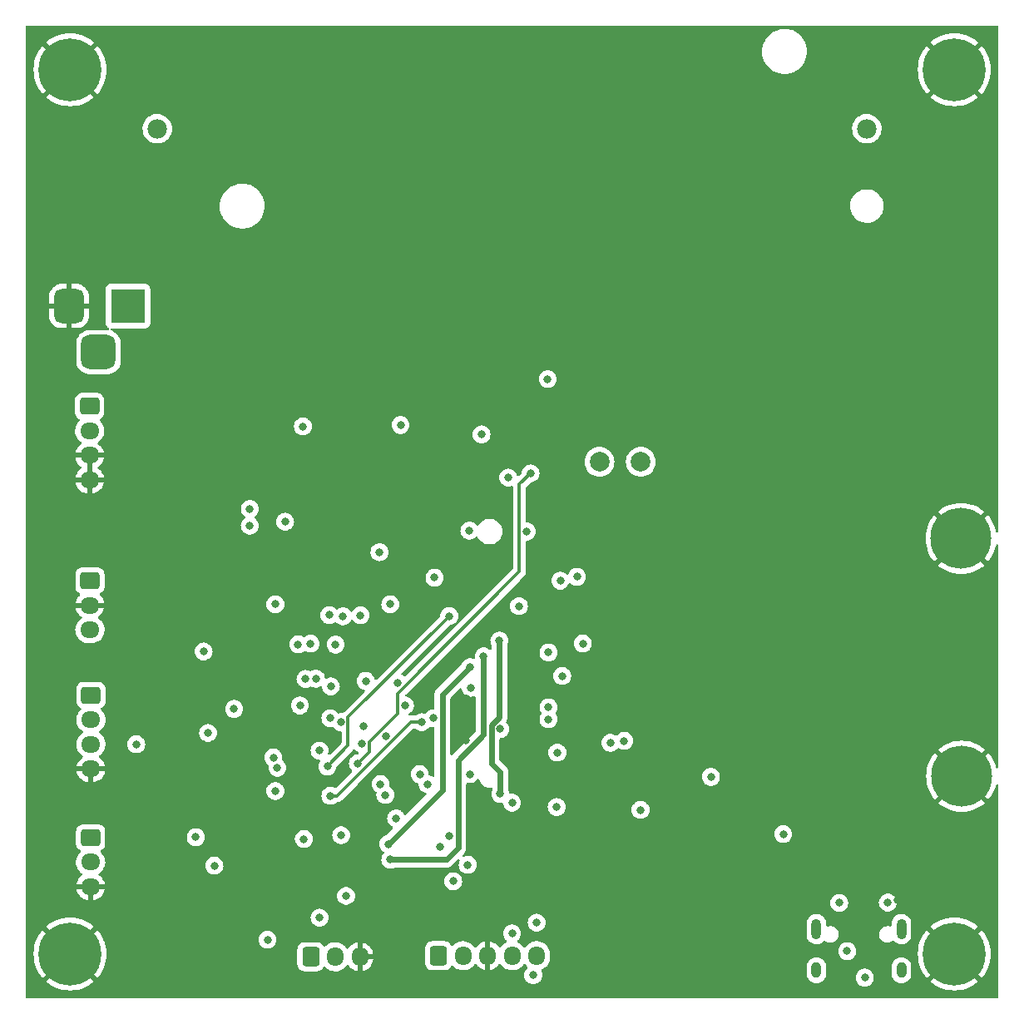
<source format=gbr>
%TF.GenerationSoftware,KiCad,Pcbnew,(6.0.6)*%
%TF.CreationDate,2022-09-23T20:04:06+09:00*%
%TF.ProjectId,LTE-base-H1,4c54452d-6261-4736-952d-48312e6b6963,rev?*%
%TF.SameCoordinates,Original*%
%TF.FileFunction,Copper,L3,Inr*%
%TF.FilePolarity,Positive*%
%FSLAX46Y46*%
G04 Gerber Fmt 4.6, Leading zero omitted, Abs format (unit mm)*
G04 Created by KiCad (PCBNEW (6.0.6)) date 2022-09-23 20:04:06*
%MOMM*%
%LPD*%
G01*
G04 APERTURE LIST*
G04 Aperture macros list*
%AMRoundRect*
0 Rectangle with rounded corners*
0 $1 Rounding radius*
0 $2 $3 $4 $5 $6 $7 $8 $9 X,Y pos of 4 corners*
0 Add a 4 corners polygon primitive as box body*
4,1,4,$2,$3,$4,$5,$6,$7,$8,$9,$2,$3,0*
0 Add four circle primitives for the rounded corners*
1,1,$1+$1,$2,$3*
1,1,$1+$1,$4,$5*
1,1,$1+$1,$6,$7*
1,1,$1+$1,$8,$9*
0 Add four rect primitives between the rounded corners*
20,1,$1+$1,$2,$3,$4,$5,0*
20,1,$1+$1,$4,$5,$6,$7,0*
20,1,$1+$1,$6,$7,$8,$9,0*
20,1,$1+$1,$8,$9,$2,$3,0*%
G04 Aperture macros list end*
%TA.AperFunction,ComponentPad*%
%ADD10RoundRect,0.250000X-0.725000X0.600000X-0.725000X-0.600000X0.725000X-0.600000X0.725000X0.600000X0*%
%TD*%
%TA.AperFunction,ComponentPad*%
%ADD11O,1.950000X1.700000*%
%TD*%
%TA.AperFunction,ComponentPad*%
%ADD12C,0.800000*%
%TD*%
%TA.AperFunction,ComponentPad*%
%ADD13C,6.400000*%
%TD*%
%TA.AperFunction,ComponentPad*%
%ADD14C,6.200000*%
%TD*%
%TA.AperFunction,ComponentPad*%
%ADD15O,1.700000X1.950000*%
%TD*%
%TA.AperFunction,ComponentPad*%
%ADD16RoundRect,0.250000X-0.600000X-0.725000X0.600000X-0.725000X0.600000X0.725000X-0.600000X0.725000X0*%
%TD*%
%TA.AperFunction,ComponentPad*%
%ADD17C,2.000000*%
%TD*%
%TA.AperFunction,ComponentPad*%
%ADD18C,1.980000*%
%TD*%
%TA.AperFunction,ComponentPad*%
%ADD19O,1.000000X1.600000*%
%TD*%
%TA.AperFunction,ComponentPad*%
%ADD20O,1.000000X2.100000*%
%TD*%
%TA.AperFunction,ComponentPad*%
%ADD21R,3.500000X3.500000*%
%TD*%
%TA.AperFunction,ComponentPad*%
%ADD22RoundRect,0.750000X-0.750000X-1.000000X0.750000X-1.000000X0.750000X1.000000X-0.750000X1.000000X0*%
%TD*%
%TA.AperFunction,ComponentPad*%
%ADD23RoundRect,0.875000X-0.875000X-0.875000X0.875000X-0.875000X0.875000X0.875000X-0.875000X0.875000X0*%
%TD*%
%TA.AperFunction,ViaPad*%
%ADD24C,0.800000*%
%TD*%
%TA.AperFunction,Conductor*%
%ADD25C,0.600000*%
%TD*%
%TA.AperFunction,Conductor*%
%ADD26C,0.300000*%
%TD*%
G04 APERTURE END LIST*
D10*
%TO.N,VDC*%
%TO.C,J11*%
X107000000Y-94250000D03*
D11*
X107000000Y-96750000D03*
%TO.N,GND*%
X107000000Y-99250000D03*
X107000000Y-101750000D03*
%TD*%
D12*
%TO.N,GND*%
%TO.C,H4*%
X195000000Y-57600000D03*
X196697056Y-58302944D03*
X195000000Y-62400000D03*
D13*
X195000000Y-60000000D03*
D12*
X197400000Y-60000000D03*
X192600000Y-60000000D03*
X193302944Y-61697056D03*
X193302944Y-58302944D03*
X196697056Y-61697056D03*
%TD*%
D14*
%TO.N,GND*%
%TO.C,J4*%
X195700000Y-107700000D03*
%TD*%
D12*
%TO.N,GND*%
%TO.C,H2*%
X105000000Y-152400000D03*
X103302944Y-148302944D03*
X103302944Y-151697056D03*
X106697056Y-151697056D03*
X106697056Y-148302944D03*
X107400000Y-150000000D03*
X105000000Y-147600000D03*
X102600000Y-150000000D03*
D13*
X105000000Y-150000000D03*
%TD*%
D14*
%TO.N,GND*%
%TO.C,J3*%
X195750000Y-131900000D03*
%TD*%
D15*
%TO.N,GND*%
%TO.C,J7*%
X134500000Y-150275000D03*
%TO.N,/MCU/DEBUG_RX*%
X132000000Y-150275000D03*
D16*
%TO.N,/MCU/DEBUG_TX*%
X129500000Y-150275000D03*
%TD*%
D12*
%TO.N,GND*%
%TO.C,H1*%
X195000000Y-152400000D03*
X196697056Y-148302944D03*
D13*
X195000000Y-150000000D03*
D12*
X193302944Y-148302944D03*
X195000000Y-147600000D03*
X193302944Y-151697056D03*
X197400000Y-150000000D03*
X196697056Y-151697056D03*
X192600000Y-150000000D03*
%TD*%
D17*
%TO.N,/BG96/UART_RX*%
%TO.C,TP2*%
X158900000Y-99900000D03*
%TD*%
%TO.N,/BG96/UART_TX*%
%TO.C,TP1*%
X163100000Y-99900000D03*
%TD*%
D10*
%TO.N,/MCU/I2C2_SCL*%
%TO.C,J9*%
X107125000Y-123650000D03*
D11*
%TO.N,/MCU/I2C2_SDA*%
X107125000Y-126150000D03*
%TO.N,+3V3*%
X107125000Y-128650000D03*
%TO.N,GND*%
X107125000Y-131150000D03*
%TD*%
D18*
%TO.N,+BATT*%
%TO.C,BT1*%
X186110000Y-66000000D03*
%TO.N,-BATT*%
X113890000Y-66000000D03*
%TD*%
D19*
%TO.N,unconnected-(J5-PadS1)*%
%TO.C,J5*%
X180975489Y-151645489D03*
X189615489Y-151645489D03*
D20*
X189615489Y-147465489D03*
X180975489Y-147465489D03*
%TD*%
D10*
%TO.N,/MCU/CANL*%
%TO.C,J12*%
X107025000Y-112000000D03*
D11*
%TO.N,GND*%
X107025000Y-114500000D03*
%TO.N,/MCU/CANH*%
X107025000Y-117000000D03*
%TD*%
D12*
%TO.N,GND*%
%TO.C,H3*%
X102600000Y-60000000D03*
X103302944Y-61697056D03*
X106697056Y-58302944D03*
D13*
X105000000Y-60000000D03*
D12*
X103302944Y-58302944D03*
X106697056Y-61697056D03*
X105000000Y-62400000D03*
X107400000Y-60000000D03*
X105000000Y-57600000D03*
%TD*%
D10*
%TO.N,Net-(J6-Pad1)*%
%TO.C,J6*%
X107100000Y-138150000D03*
D11*
%TO.N,Net-(J6-Pad2)*%
X107100000Y-140650000D03*
%TO.N,GND*%
X107100000Y-143150000D03*
%TD*%
D16*
%TO.N,+3V3*%
%TO.C,J8*%
X142500000Y-150175000D03*
D15*
%TO.N,/MCU/SWCLK_BT0*%
X145000000Y-150175000D03*
%TO.N,GND*%
X147500000Y-150175000D03*
%TO.N,/MCU/SWDIO*%
X150000000Y-150175000D03*
%TO.N,/MCU/NRST*%
X152500000Y-150175000D03*
%TD*%
D21*
%TO.N,VDC*%
%TO.C,J2*%
X110900000Y-84042500D03*
D22*
%TO.N,GND*%
X104900000Y-84042500D03*
D23*
%TO.N,N/C*%
X107900000Y-88742500D03*
%TD*%
D24*
%TO.N,GND*%
X170938000Y-89349500D03*
X153300000Y-120800000D03*
X148300000Y-138000000D03*
X150400000Y-142200000D03*
%TO.N,/BG96/UART_RX*%
X150000000Y-134600000D03*
X142700000Y-139100000D03*
%TO.N,/MCU/NRST*%
X141400000Y-132700000D03*
X143600000Y-138000000D03*
%TO.N,/BG96/UART_TX*%
X148800000Y-133700000D03*
X148700000Y-118100000D03*
%TO.N,GND*%
X145400000Y-110000000D03*
%TO.N,/BG96/RI*%
X143600000Y-115600000D03*
X131200000Y-130900000D03*
%TO.N,/EXT_PWR_DET*%
X134300000Y-130600000D03*
X151875000Y-101075000D03*
%TO.N,GND*%
X145300000Y-118800500D03*
%TO.N,/BG96/UART_RTS*%
X145700000Y-120800000D03*
X137400000Y-138800000D03*
%TO.N,GND*%
X136000000Y-142500000D03*
%TO.N,/BG96/UART_CTS*%
X147100000Y-119700000D03*
X137600000Y-140400000D03*
%TO.N,/BG96/DTR*%
X140800000Y-126400000D03*
X131500000Y-133900000D03*
%TO.N,GND*%
X142099500Y-121300000D03*
X145400000Y-124000000D03*
%TO.N,/BG96/nW_DISABLE*%
X137100000Y-133800000D03*
X148800000Y-127100000D03*
%TO.N,/BG96/nPERST*%
X153700000Y-119300000D03*
X136600000Y-132700000D03*
%TO.N,GND*%
X114800000Y-129000000D03*
X115500000Y-134100000D03*
X121500000Y-119100000D03*
%TO.N,/MCU/TX0RTS*%
X134570000Y-115530000D03*
X131550000Y-122750000D03*
%TO.N,/MCU/TX1RTS*%
X132780000Y-115620000D03*
X130030498Y-121969502D03*
%TO.N,/MCU/TX2RTS*%
X131400000Y-115500000D03*
X128969500Y-122000000D03*
%TO.N,/MCU/RX1BF*%
X131500000Y-126000000D03*
%TO.N,/MCU/OSC_OUT*%
X128400000Y-124700000D03*
%TO.N,/MCU/RX0BF*%
X132550000Y-126400000D03*
%TO.N,/MCU/RX1BF*%
X128220000Y-118480000D03*
%TO.N,/MCU/RX0BF*%
X129490000Y-118410000D03*
%TO.N,/MCU/SPI1_SCK*%
X135100000Y-122200000D03*
X132030000Y-118500000D03*
%TO.N,/BG96/PWRKEY*%
X144000000Y-142600000D03*
X138200000Y-136200000D03*
%TO.N,/MCU/SWCLK_BT0*%
X125900000Y-133400000D03*
%TO.N,/MCU/OSC_OUT*%
X137200000Y-127800000D03*
%TO.N,/MCU/DEBUG_RX*%
X134900000Y-126800000D03*
X132600000Y-137900000D03*
%TO.N,/MCU/DEBUG_TX*%
X130400000Y-146300000D03*
X134700000Y-128600500D03*
%TO.N,/MCU/SWCLK_BT0*%
X133100000Y-144077464D03*
%TO.N,GND*%
X145263957Y-128236043D03*
X137623732Y-130099500D03*
%TO.N,+3V3*%
X140600000Y-131700000D03*
X145700000Y-131700000D03*
X142000000Y-126000000D03*
X138380000Y-122380000D03*
%TO.N,/BG96/PWRKEY*%
X139100000Y-124700000D03*
%TO.N,/BG96/UART_RX*%
X145650000Y-106900000D03*
X142100000Y-111700000D03*
%TO.N,/BG96/nLED_WWAN*%
X154537500Y-135037500D03*
X154600000Y-129500000D03*
%TO.N,GND*%
X150100000Y-130000000D03*
X171765332Y-82734668D03*
X170900000Y-87500000D03*
%TO.N,+5V*%
X153625000Y-91487500D03*
X146887500Y-97112500D03*
%TO.N,+3V3*%
X151500000Y-107000000D03*
X138650000Y-96150000D03*
%TO.N,/BG96/USIM_VDD*%
X156600000Y-111600000D03*
X160000000Y-128500000D03*
%TO.N,/BG96/DTR*%
X145800000Y-122900000D03*
X155100000Y-121700000D03*
%TO.N,GND*%
X153130759Y-108899999D03*
X151800000Y-116600000D03*
X150469240Y-126500000D03*
X150469241Y-124099999D03*
X163500000Y-132800000D03*
%TO.N,/BG96/USIM_DATA*%
X150700000Y-114600000D03*
%TO.N,/BG96/USIM_CLK*%
X154900000Y-112000000D03*
X170237500Y-131962500D03*
%TO.N,/BG96/USIM_DATA*%
X161400000Y-128300000D03*
%TO.N,+5V*%
X149600000Y-101500000D03*
X177600000Y-137800000D03*
%TO.N,/BG96/USB_DP*%
X185900000Y-152400000D03*
%TO.N,/BG96/USB_DM*%
X184100000Y-149700000D03*
%TO.N,/BG96/USB_DP*%
X153700000Y-126100000D03*
%TO.N,/BG96/USB_DM*%
X153700000Y-124900000D03*
%TO.N,/MCU/RXCAN*%
X126895000Y-105995000D03*
%TO.N,/MCU/SWDIO*%
X128800000Y-138300000D03*
X150000000Y-147900000D03*
%TO.N,/MCU/NRST*%
X125100000Y-148550000D03*
X152150000Y-152150000D03*
%TO.N,/MCU/USART3_RX*%
X126100000Y-131034315D03*
%TO.N,/MCU/USART3_TX*%
X125700000Y-130000000D03*
%TO.N,/MCU/USART3_RX*%
X119700000Y-141000000D03*
%TO.N,/MCU/USART3_TX*%
X117800000Y-138100000D03*
%TO.N,/MCU/OSC_IN*%
X130400000Y-129300000D03*
X118600000Y-119200000D03*
%TO.N,Net-(D7-Pad2)*%
X188236789Y-144766888D03*
X183295989Y-144800000D03*
%TO.N,GND*%
X189200000Y-144500000D03*
X181600000Y-144500000D03*
%TO.N,/MCU/NRST*%
X152500000Y-146800000D03*
X145475000Y-140925000D03*
%TO.N,/BG96/USIM_RST*%
X157200000Y-118400000D03*
X163068750Y-135331250D03*
%TO.N,+3V3*%
X119050000Y-127500000D03*
X121700000Y-125050000D03*
X123300000Y-106400000D03*
X111750000Y-128650000D03*
%TO.N,/MCU/RXCAN*%
X136500000Y-109100000D03*
%TO.N,/MCU/TXCAN*%
X125900000Y-114400000D03*
X137600000Y-114400000D03*
%TO.N,+3V3*%
X123300000Y-104700000D03*
X128700000Y-96300000D03*
%TO.N,GND*%
X164600000Y-80125000D03*
X165400000Y-80825000D03*
X165400000Y-80125000D03*
X164600000Y-80825000D03*
%TD*%
D25*
%TO.N,/BG96/UART_TX*%
X147900000Y-130600000D02*
X148800000Y-131500000D01*
X148800000Y-131500000D02*
X148800000Y-133700000D01*
X147900000Y-126700000D02*
X147900000Y-130600000D01*
X148700000Y-125900000D02*
X147900000Y-126700000D01*
X148700000Y-118100000D02*
X148700000Y-125900000D01*
D26*
%TO.N,/BG96/RI*%
X133300000Y-125900000D02*
X143600000Y-115600000D01*
X133300000Y-128800000D02*
X133300000Y-125900000D01*
X131200000Y-130900000D02*
X133300000Y-128800000D01*
%TO.N,/EXT_PWR_DET*%
X150750000Y-102200000D02*
X151875000Y-101075000D01*
X150750000Y-111070661D02*
X150750000Y-102200000D01*
X135450000Y-128450000D02*
X138350000Y-125550000D01*
X138350000Y-125550000D02*
X138350000Y-123470661D01*
X138350000Y-123470661D02*
X150750000Y-111070661D01*
X135450000Y-129450000D02*
X135450000Y-128450000D01*
X134300000Y-130600000D02*
X135450000Y-129450000D01*
D25*
%TO.N,/BG96/UART_RTS*%
X142900000Y-133300000D02*
X137400000Y-138800000D01*
X142900000Y-123600000D02*
X142900000Y-133300000D01*
X145700000Y-120800000D02*
X142900000Y-123600000D01*
%TO.N,/BG96/UART_CTS*%
X143300000Y-140400000D02*
X137600000Y-140400000D01*
X147100000Y-127672793D02*
X144513957Y-130258836D01*
X147100000Y-119700000D02*
X147100000Y-127672793D01*
X144513957Y-130258836D02*
X144513957Y-139186043D01*
X144513957Y-139186043D02*
X143300000Y-140400000D01*
D26*
%TO.N,/BG96/DTR*%
X139660661Y-126400000D02*
X140800000Y-126400000D01*
X131500000Y-133900000D02*
X132160661Y-133900000D01*
X132160661Y-133900000D02*
X139660661Y-126400000D01*
%TD*%
%TA.AperFunction,Conductor*%
%TO.N,GND*%
G36*
X199433621Y-55528502D02*
G01*
X199480114Y-55582158D01*
X199491500Y-55634500D01*
X199491500Y-106973638D01*
X199471498Y-107041759D01*
X199417842Y-107088252D01*
X199347568Y-107098356D01*
X199282988Y-107068862D01*
X199244604Y-107009136D01*
X199241051Y-106993349D01*
X199234515Y-106952086D01*
X199233144Y-106945636D01*
X199136976Y-106586729D01*
X199134935Y-106580447D01*
X199001779Y-106233565D01*
X198999097Y-106227540D01*
X198830406Y-105896466D01*
X198827109Y-105890756D01*
X198624741Y-105579136D01*
X198620853Y-105573785D01*
X198437424Y-105347270D01*
X198425166Y-105338802D01*
X198414076Y-105345135D01*
X196072020Y-107687190D01*
X196064408Y-107701131D01*
X196064539Y-107702966D01*
X196068790Y-107709580D01*
X198413210Y-110053999D01*
X198426286Y-110061139D01*
X198436654Y-110053682D01*
X198620853Y-109826215D01*
X198624741Y-109820864D01*
X198827109Y-109509244D01*
X198830406Y-109503534D01*
X198999097Y-109172460D01*
X199001779Y-109166435D01*
X199134935Y-108819553D01*
X199136976Y-108813271D01*
X199233144Y-108454364D01*
X199234515Y-108447914D01*
X199241051Y-108406651D01*
X199271464Y-108342498D01*
X199331732Y-108304971D01*
X199402721Y-108305985D01*
X199461893Y-108345218D01*
X199490461Y-108410213D01*
X199491500Y-108426362D01*
X199491500Y-130966162D01*
X199471498Y-131034283D01*
X199417842Y-131080776D01*
X199347568Y-131090880D01*
X199282988Y-131061386D01*
X199243793Y-130998773D01*
X199186976Y-130786729D01*
X199184935Y-130780447D01*
X199051779Y-130433565D01*
X199049097Y-130427540D01*
X198880406Y-130096466D01*
X198877109Y-130090756D01*
X198674741Y-129779136D01*
X198670853Y-129773785D01*
X198487424Y-129547270D01*
X198475166Y-129538802D01*
X198464076Y-129545135D01*
X196122020Y-131887190D01*
X196114408Y-131901131D01*
X196114539Y-131902966D01*
X196118790Y-131909580D01*
X198463210Y-134253999D01*
X198476286Y-134261139D01*
X198486654Y-134253682D01*
X198670853Y-134026215D01*
X198674741Y-134020864D01*
X198877109Y-133709244D01*
X198880406Y-133703534D01*
X199049097Y-133372460D01*
X199051779Y-133366435D01*
X199184935Y-133019553D01*
X199186976Y-133013271D01*
X199243793Y-132801227D01*
X199280745Y-132740604D01*
X199344605Y-132709583D01*
X199415100Y-132718011D01*
X199469847Y-132763214D01*
X199491500Y-132833838D01*
X199491500Y-154365500D01*
X199471498Y-154433621D01*
X199417842Y-154480114D01*
X199365500Y-154491500D01*
X100634500Y-154491500D01*
X100566379Y-154471498D01*
X100519886Y-154417842D01*
X100508500Y-154365500D01*
X100508500Y-152797386D01*
X102567759Y-152797386D01*
X102575216Y-152807753D01*
X102814935Y-153001874D01*
X102820272Y-153005751D01*
X103140685Y-153213830D01*
X103146394Y-153217127D01*
X103486811Y-153390578D01*
X103492836Y-153393260D01*
X103849502Y-153530171D01*
X103855784Y-153532212D01*
X104224816Y-153631094D01*
X104231266Y-153632465D01*
X104608629Y-153692234D01*
X104615167Y-153692920D01*
X104996699Y-153712916D01*
X105003301Y-153712916D01*
X105384833Y-153692920D01*
X105391371Y-153692234D01*
X105768734Y-153632465D01*
X105775184Y-153631094D01*
X106144216Y-153532212D01*
X106150498Y-153530171D01*
X106507164Y-153393260D01*
X106513189Y-153390578D01*
X106853606Y-153217127D01*
X106859315Y-153213830D01*
X107179728Y-153005751D01*
X107185065Y-153001874D01*
X107423835Y-152808522D01*
X107432300Y-152796267D01*
X107425966Y-152785176D01*
X105012812Y-150372022D01*
X104998868Y-150364408D01*
X104997035Y-150364539D01*
X104990420Y-150368790D01*
X102574900Y-152784310D01*
X102567759Y-152797386D01*
X100508500Y-152797386D01*
X100508500Y-150003301D01*
X101287084Y-150003301D01*
X101307080Y-150384833D01*
X101307766Y-150391371D01*
X101367535Y-150768734D01*
X101368906Y-150775184D01*
X101467788Y-151144216D01*
X101469829Y-151150498D01*
X101606740Y-151507164D01*
X101609422Y-151513189D01*
X101782872Y-151853603D01*
X101786169Y-151859313D01*
X101994253Y-152179735D01*
X101998123Y-152185061D01*
X102191478Y-152423835D01*
X102203733Y-152432300D01*
X102214824Y-152425966D01*
X104627978Y-150012812D01*
X104634356Y-150001132D01*
X105364408Y-150001132D01*
X105364539Y-150002965D01*
X105368790Y-150009580D01*
X107784310Y-152425100D01*
X107797386Y-152432241D01*
X107807753Y-152424784D01*
X108001877Y-152185061D01*
X108005747Y-152179735D01*
X108213831Y-151859313D01*
X108217128Y-151853603D01*
X108390578Y-151513189D01*
X108393260Y-151507164D01*
X108530171Y-151150498D01*
X108532212Y-151144216D01*
X108557350Y-151050400D01*
X128141500Y-151050400D01*
X128141837Y-151053646D01*
X128141837Y-151053650D01*
X128151695Y-151148656D01*
X128152474Y-151156166D01*
X128154655Y-151162702D01*
X128154655Y-151162704D01*
X128186405Y-151257870D01*
X128208450Y-151323946D01*
X128301522Y-151474348D01*
X128306704Y-151479521D01*
X128324935Y-151497720D01*
X128426697Y-151599305D01*
X128432927Y-151603145D01*
X128432928Y-151603146D01*
X128570090Y-151687694D01*
X128577262Y-151692115D01*
X128612938Y-151703948D01*
X128738611Y-151745632D01*
X128738613Y-151745632D01*
X128745139Y-151747797D01*
X128751975Y-151748497D01*
X128751978Y-151748498D01*
X128787663Y-151752154D01*
X128849600Y-151758500D01*
X130150400Y-151758500D01*
X130153646Y-151758163D01*
X130153650Y-151758163D01*
X130249308Y-151748238D01*
X130249312Y-151748237D01*
X130256166Y-151747526D01*
X130262702Y-151745345D01*
X130262704Y-151745345D01*
X130394806Y-151701272D01*
X130423946Y-151691550D01*
X130574348Y-151598478D01*
X130699305Y-151473303D01*
X130706811Y-151461127D01*
X130757753Y-151378483D01*
X130789081Y-151327660D01*
X130841852Y-151280168D01*
X130911924Y-151268744D01*
X130977048Y-151297018D01*
X130987510Y-151306805D01*
X131029215Y-151350523D01*
X131096576Y-151421135D01*
X131281542Y-151558754D01*
X131286293Y-151561170D01*
X131286297Y-151561172D01*
X131346047Y-151591550D01*
X131487051Y-151663240D01*
X131492145Y-151664822D01*
X131492148Y-151664823D01*
X131657583Y-151716192D01*
X131707227Y-151731607D01*
X131712516Y-151732308D01*
X131930489Y-151761198D01*
X131930494Y-151761198D01*
X131935774Y-151761898D01*
X131941103Y-151761698D01*
X131941105Y-151761698D01*
X132050966Y-151757573D01*
X132166158Y-151753249D01*
X132188802Y-151748498D01*
X132386572Y-151707002D01*
X132391791Y-151705907D01*
X132396750Y-151703949D01*
X132396752Y-151703948D01*
X132601256Y-151623185D01*
X132601258Y-151623184D01*
X132606221Y-151621224D01*
X132611525Y-151618006D01*
X132798757Y-151504390D01*
X132798756Y-151504390D01*
X132803317Y-151501623D01*
X132856883Y-151455141D01*
X132973412Y-151354023D01*
X132973414Y-151354021D01*
X132977445Y-151350523D01*
X133028124Y-151288716D01*
X133120240Y-151176373D01*
X133120244Y-151176367D01*
X133123624Y-151172245D01*
X133129055Y-151162704D01*
X133141829Y-151140265D01*
X133192912Y-151090959D01*
X133262542Y-151077098D01*
X133328613Y-151103082D01*
X133355851Y-151132232D01*
X133434852Y-151249578D01*
X133441519Y-151257870D01*
X133593228Y-151416900D01*
X133601186Y-151423941D01*
X133777525Y-151555141D01*
X133786562Y-151560745D01*
X133982484Y-151660357D01*
X133992335Y-151664357D01*
X134202240Y-151729534D01*
X134212624Y-151731817D01*
X134228043Y-151733861D01*
X134242207Y-151731665D01*
X134246000Y-151718478D01*
X134246000Y-151716192D01*
X134754000Y-151716192D01*
X134757973Y-151729723D01*
X134768580Y-151731248D01*
X134886421Y-151706523D01*
X134896617Y-151703463D01*
X135101029Y-151622737D01*
X135110561Y-151618006D01*
X135298462Y-151503984D01*
X135307052Y-151497720D01*
X135473052Y-151353673D01*
X135480472Y-151346042D01*
X135619826Y-151176089D01*
X135625850Y-151167322D01*
X135734576Y-150976318D01*
X135739041Y-150966654D01*
X135744941Y-150950400D01*
X141141500Y-150950400D01*
X141141837Y-150953646D01*
X141141837Y-150953650D01*
X141151537Y-151047134D01*
X141152474Y-151056166D01*
X141154655Y-151062702D01*
X141154655Y-151062704D01*
X141185378Y-151154790D01*
X141208450Y-151223946D01*
X141301522Y-151374348D01*
X141426697Y-151499305D01*
X141432927Y-151503145D01*
X141432928Y-151503146D01*
X141570090Y-151587694D01*
X141577262Y-151592115D01*
X141627813Y-151608882D01*
X141738611Y-151645632D01*
X141738613Y-151645632D01*
X141745139Y-151647797D01*
X141751975Y-151648497D01*
X141751978Y-151648498D01*
X141787663Y-151652154D01*
X141849600Y-151658500D01*
X143150400Y-151658500D01*
X143153646Y-151658163D01*
X143153650Y-151658163D01*
X143249308Y-151648238D01*
X143249312Y-151648237D01*
X143256166Y-151647526D01*
X143262702Y-151645345D01*
X143262704Y-151645345D01*
X143394806Y-151601272D01*
X143423946Y-151591550D01*
X143574348Y-151498478D01*
X143699305Y-151373303D01*
X143711190Y-151354023D01*
X143772648Y-151254319D01*
X143789081Y-151227660D01*
X143841852Y-151180168D01*
X143911924Y-151168744D01*
X143977048Y-151197018D01*
X143987510Y-151206805D01*
X144028314Y-151249578D01*
X144096576Y-151321135D01*
X144100854Y-151324318D01*
X144140779Y-151354023D01*
X144281542Y-151458754D01*
X144286293Y-151461170D01*
X144286297Y-151461172D01*
X144384296Y-151510997D01*
X144487051Y-151563240D01*
X144492145Y-151564822D01*
X144492148Y-151564823D01*
X144678661Y-151622737D01*
X144707227Y-151631607D01*
X144712516Y-151632308D01*
X144930489Y-151661198D01*
X144930494Y-151661198D01*
X144935774Y-151661898D01*
X144941103Y-151661698D01*
X144941105Y-151661698D01*
X145050966Y-151657574D01*
X145166158Y-151653249D01*
X145188802Y-151648498D01*
X145318790Y-151621224D01*
X145391791Y-151605907D01*
X145396750Y-151603949D01*
X145396752Y-151603948D01*
X145601256Y-151523185D01*
X145601258Y-151523184D01*
X145606221Y-151521224D01*
X145611525Y-151518006D01*
X145798757Y-151404390D01*
X145798756Y-151404390D01*
X145803317Y-151401623D01*
X145843134Y-151367072D01*
X145973412Y-151254023D01*
X145973414Y-151254021D01*
X145977445Y-151250523D01*
X146049452Y-151162704D01*
X146120240Y-151076373D01*
X146120244Y-151076367D01*
X146123624Y-151072245D01*
X146136681Y-151049308D01*
X146141829Y-151040265D01*
X146192912Y-150990959D01*
X146262542Y-150977098D01*
X146328613Y-151003082D01*
X146355851Y-151032232D01*
X146434852Y-151149578D01*
X146441519Y-151157870D01*
X146593228Y-151316900D01*
X146601186Y-151323941D01*
X146777525Y-151455141D01*
X146786562Y-151460745D01*
X146982484Y-151560357D01*
X146992335Y-151564357D01*
X147202240Y-151629534D01*
X147212624Y-151631817D01*
X147228043Y-151633861D01*
X147242207Y-151631665D01*
X147246000Y-151618478D01*
X147246000Y-151616192D01*
X147754000Y-151616192D01*
X147757973Y-151629723D01*
X147768580Y-151631248D01*
X147886421Y-151606523D01*
X147896617Y-151603463D01*
X148101029Y-151522737D01*
X148110561Y-151518006D01*
X148298462Y-151403984D01*
X148307052Y-151397720D01*
X148473052Y-151253673D01*
X148480472Y-151246042D01*
X148619826Y-151076089D01*
X148625848Y-151067326D01*
X148641238Y-151040289D01*
X148692320Y-150990982D01*
X148761951Y-150977120D01*
X148828022Y-151003103D01*
X148855261Y-151032253D01*
X148884773Y-151076089D01*
X148937441Y-151154319D01*
X148941120Y-151158176D01*
X148941122Y-151158178D01*
X148962100Y-151180168D01*
X149096576Y-151321135D01*
X149100854Y-151324318D01*
X149140779Y-151354023D01*
X149281542Y-151458754D01*
X149286293Y-151461170D01*
X149286297Y-151461172D01*
X149384296Y-151510997D01*
X149487051Y-151563240D01*
X149492145Y-151564822D01*
X149492148Y-151564823D01*
X149678661Y-151622737D01*
X149707227Y-151631607D01*
X149712516Y-151632308D01*
X149930489Y-151661198D01*
X149930494Y-151661198D01*
X149935774Y-151661898D01*
X149941103Y-151661698D01*
X149941105Y-151661698D01*
X150050966Y-151657574D01*
X150166158Y-151653249D01*
X150188802Y-151648498D01*
X150318790Y-151621224D01*
X150391791Y-151605907D01*
X150396750Y-151603949D01*
X150396752Y-151603948D01*
X150601256Y-151523185D01*
X150601258Y-151523184D01*
X150606221Y-151521224D01*
X150611525Y-151518006D01*
X150798757Y-151404390D01*
X150798756Y-151404390D01*
X150803317Y-151401623D01*
X150843134Y-151367072D01*
X150973412Y-151254023D01*
X150973414Y-151254021D01*
X150977445Y-151250523D01*
X151049452Y-151162704D01*
X151120240Y-151076373D01*
X151120244Y-151076367D01*
X151123624Y-151072245D01*
X151141552Y-151040750D01*
X151192632Y-150991445D01*
X151262262Y-150977583D01*
X151328333Y-151003566D01*
X151355573Y-151032716D01*
X151360983Y-151040752D01*
X151437441Y-151154319D01*
X151441120Y-151158176D01*
X151441122Y-151158178D01*
X151462100Y-151180168D01*
X151557496Y-151280168D01*
X151557984Y-151280680D01*
X151590531Y-151343777D01*
X151583800Y-151414453D01*
X151547461Y-151461127D01*
X151548998Y-151462833D01*
X151544091Y-151467251D01*
X151538747Y-151471134D01*
X151534326Y-151476044D01*
X151534325Y-151476045D01*
X151419598Y-151603463D01*
X151410960Y-151613056D01*
X151382761Y-151661898D01*
X151330652Y-151752154D01*
X151315473Y-151778444D01*
X151256458Y-151960072D01*
X151236496Y-152150000D01*
X151237186Y-152156565D01*
X151254969Y-152325758D01*
X151256458Y-152339928D01*
X151315473Y-152521556D01*
X151410960Y-152686944D01*
X151415378Y-152691851D01*
X151415379Y-152691852D01*
X151498629Y-152784310D01*
X151538747Y-152828866D01*
X151693248Y-152941118D01*
X151699276Y-152943802D01*
X151699278Y-152943803D01*
X151861681Y-153016109D01*
X151867712Y-153018794D01*
X151961113Y-153038647D01*
X152048056Y-153057128D01*
X152048061Y-153057128D01*
X152054513Y-153058500D01*
X152245487Y-153058500D01*
X152251939Y-153057128D01*
X152251944Y-153057128D01*
X152338887Y-153038647D01*
X152432288Y-153018794D01*
X152438319Y-153016109D01*
X152600722Y-152943803D01*
X152600724Y-152943802D01*
X152606752Y-152941118D01*
X152761253Y-152828866D01*
X152801371Y-152784310D01*
X152884621Y-152691852D01*
X152884622Y-152691851D01*
X152889040Y-152686944D01*
X152984527Y-152521556D01*
X153043542Y-152339928D01*
X153045032Y-152325758D01*
X153062814Y-152156565D01*
X153063504Y-152150000D01*
X153047240Y-151995258D01*
X179966989Y-151995258D01*
X179967289Y-151998314D01*
X179967289Y-151998321D01*
X179968019Y-152005762D01*
X179981409Y-152142322D01*
X179983191Y-152148223D01*
X179983191Y-152148225D01*
X180001864Y-152210072D01*
X180038573Y-152331658D01*
X180131423Y-152506285D01*
X180194288Y-152583365D01*
X180252529Y-152654776D01*
X180252532Y-152654779D01*
X180256424Y-152659551D01*
X180261171Y-152663478D01*
X180261173Y-152663480D01*
X180404064Y-152781690D01*
X180404068Y-152781692D01*
X180408814Y-152785619D01*
X180582788Y-152879687D01*
X180771721Y-152938171D01*
X180777846Y-152938815D01*
X180777847Y-152938815D01*
X180962285Y-152958200D01*
X180962287Y-152958200D01*
X180968414Y-152958844D01*
X181050913Y-152951336D01*
X181159238Y-152941478D01*
X181159241Y-152941477D01*
X181165377Y-152940919D01*
X181171283Y-152939181D01*
X181171287Y-152939180D01*
X181276413Y-152908240D01*
X181355108Y-152885079D01*
X181360566Y-152882226D01*
X181360570Y-152882224D01*
X181522848Y-152797386D01*
X181530379Y-152793449D01*
X181684514Y-152669521D01*
X181811643Y-152518015D01*
X181814610Y-152512617D01*
X181814614Y-152512612D01*
X181876522Y-152400000D01*
X184986496Y-152400000D01*
X184987186Y-152406565D01*
X184999397Y-152522742D01*
X185006458Y-152589928D01*
X185065473Y-152771556D01*
X185068776Y-152777278D01*
X185068777Y-152777279D01*
X185075883Y-152789586D01*
X185160960Y-152936944D01*
X185165378Y-152941851D01*
X185165379Y-152941852D01*
X185180679Y-152958844D01*
X185288747Y-153078866D01*
X185443248Y-153191118D01*
X185449276Y-153193802D01*
X185449278Y-153193803D01*
X185494260Y-153213830D01*
X185617712Y-153268794D01*
X185711113Y-153288647D01*
X185798056Y-153307128D01*
X185798061Y-153307128D01*
X185804513Y-153308500D01*
X185995487Y-153308500D01*
X186001939Y-153307128D01*
X186001944Y-153307128D01*
X186088887Y-153288647D01*
X186182288Y-153268794D01*
X186305740Y-153213830D01*
X186350722Y-153193803D01*
X186350724Y-153193802D01*
X186356752Y-153191118D01*
X186511253Y-153078866D01*
X186619321Y-152958844D01*
X186634621Y-152941852D01*
X186634622Y-152941851D01*
X186639040Y-152936944D01*
X186724117Y-152789586D01*
X186731223Y-152777279D01*
X186731224Y-152777278D01*
X186734527Y-152771556D01*
X186793542Y-152589928D01*
X186800604Y-152522742D01*
X186812814Y-152406565D01*
X186813504Y-152400000D01*
X186806893Y-152337097D01*
X186794232Y-152216635D01*
X186794232Y-152216633D01*
X186793542Y-152210072D01*
X186734527Y-152028444D01*
X186717136Y-151998321D01*
X186715368Y-151995258D01*
X188606989Y-151995258D01*
X188607289Y-151998314D01*
X188607289Y-151998321D01*
X188608019Y-152005762D01*
X188621409Y-152142322D01*
X188623191Y-152148223D01*
X188623191Y-152148225D01*
X188641864Y-152210072D01*
X188678573Y-152331658D01*
X188771423Y-152506285D01*
X188834288Y-152583365D01*
X188892529Y-152654776D01*
X188892532Y-152654779D01*
X188896424Y-152659551D01*
X188901171Y-152663478D01*
X188901173Y-152663480D01*
X189044064Y-152781690D01*
X189044068Y-152781692D01*
X189048814Y-152785619D01*
X189222788Y-152879687D01*
X189411721Y-152938171D01*
X189417846Y-152938815D01*
X189417847Y-152938815D01*
X189602285Y-152958200D01*
X189602287Y-152958200D01*
X189608414Y-152958844D01*
X189690913Y-152951336D01*
X189799238Y-152941478D01*
X189799241Y-152941477D01*
X189805377Y-152940919D01*
X189811283Y-152939181D01*
X189811287Y-152939180D01*
X189916413Y-152908240D01*
X189995108Y-152885079D01*
X190000566Y-152882226D01*
X190000570Y-152882224D01*
X190162848Y-152797386D01*
X192567759Y-152797386D01*
X192575216Y-152807753D01*
X192814935Y-153001874D01*
X192820272Y-153005751D01*
X193140685Y-153213830D01*
X193146394Y-153217127D01*
X193486811Y-153390578D01*
X193492836Y-153393260D01*
X193849502Y-153530171D01*
X193855784Y-153532212D01*
X194224816Y-153631094D01*
X194231266Y-153632465D01*
X194608629Y-153692234D01*
X194615167Y-153692920D01*
X194996699Y-153712916D01*
X195003301Y-153712916D01*
X195384833Y-153692920D01*
X195391371Y-153692234D01*
X195768734Y-153632465D01*
X195775184Y-153631094D01*
X196144216Y-153532212D01*
X196150498Y-153530171D01*
X196507164Y-153393260D01*
X196513189Y-153390578D01*
X196853606Y-153217127D01*
X196859315Y-153213830D01*
X197179728Y-153005751D01*
X197185065Y-153001874D01*
X197423835Y-152808522D01*
X197432300Y-152796267D01*
X197425966Y-152785176D01*
X195012812Y-150372022D01*
X194998868Y-150364408D01*
X194997035Y-150364539D01*
X194990420Y-150368790D01*
X192574900Y-152784310D01*
X192567759Y-152797386D01*
X190162848Y-152797386D01*
X190170379Y-152793449D01*
X190324514Y-152669521D01*
X190451643Y-152518015D01*
X190454610Y-152512617D01*
X190454614Y-152512612D01*
X190543956Y-152350097D01*
X190546922Y-152344702D01*
X190549335Y-152337097D01*
X190604862Y-152162053D01*
X190604862Y-152162052D01*
X190606724Y-152156183D01*
X190623989Y-152002262D01*
X190623989Y-151295720D01*
X190623303Y-151288716D01*
X190612659Y-151180168D01*
X190609569Y-151148656D01*
X190552405Y-150959320D01*
X190459555Y-150784693D01*
X190389198Y-150698427D01*
X190338449Y-150636202D01*
X190338446Y-150636199D01*
X190334554Y-150631427D01*
X190328213Y-150626181D01*
X190186914Y-150509288D01*
X190186910Y-150509286D01*
X190182164Y-150505359D01*
X190008190Y-150411291D01*
X189819257Y-150352807D01*
X189813132Y-150352163D01*
X189813131Y-150352163D01*
X189628693Y-150332778D01*
X189628691Y-150332778D01*
X189622564Y-150332134D01*
X189540065Y-150339642D01*
X189431740Y-150349500D01*
X189431737Y-150349501D01*
X189425601Y-150350059D01*
X189419695Y-150351797D01*
X189419691Y-150351798D01*
X189350976Y-150372022D01*
X189235870Y-150405899D01*
X189230412Y-150408752D01*
X189230408Y-150408754D01*
X189139636Y-150456209D01*
X189060599Y-150497529D01*
X188906464Y-150621457D01*
X188779335Y-150772963D01*
X188776368Y-150778361D01*
X188776364Y-150778366D01*
X188772886Y-150784693D01*
X188684056Y-150946276D01*
X188682195Y-150952143D01*
X188682194Y-150952145D01*
X188645569Y-151067602D01*
X188624254Y-151134795D01*
X188606989Y-151288716D01*
X188606989Y-151995258D01*
X186715368Y-151995258D01*
X186642341Y-151868774D01*
X186639040Y-151863056D01*
X186630529Y-151853603D01*
X186515675Y-151726045D01*
X186515674Y-151726044D01*
X186511253Y-151721134D01*
X186385177Y-151629534D01*
X186362094Y-151612763D01*
X186362093Y-151612762D01*
X186356752Y-151608882D01*
X186350724Y-151606198D01*
X186350722Y-151606197D01*
X186188319Y-151533891D01*
X186188318Y-151533891D01*
X186182288Y-151531206D01*
X186069180Y-151507164D01*
X186001944Y-151492872D01*
X186001939Y-151492872D01*
X185995487Y-151491500D01*
X185804513Y-151491500D01*
X185798061Y-151492872D01*
X185798056Y-151492872D01*
X185730820Y-151507164D01*
X185617712Y-151531206D01*
X185611682Y-151533891D01*
X185611681Y-151533891D01*
X185449278Y-151606197D01*
X185449276Y-151606198D01*
X185443248Y-151608882D01*
X185437907Y-151612762D01*
X185437906Y-151612763D01*
X185414823Y-151629534D01*
X185288747Y-151721134D01*
X185284326Y-151726044D01*
X185284325Y-151726045D01*
X185169472Y-151853603D01*
X185160960Y-151863056D01*
X185157659Y-151868774D01*
X185082865Y-151998321D01*
X185065473Y-152028444D01*
X185006458Y-152210072D01*
X185005768Y-152216633D01*
X185005768Y-152216635D01*
X184993107Y-152337097D01*
X184986496Y-152400000D01*
X181876522Y-152400000D01*
X181903956Y-152350097D01*
X181906922Y-152344702D01*
X181909335Y-152337097D01*
X181964862Y-152162053D01*
X181964862Y-152162052D01*
X181966724Y-152156183D01*
X181983989Y-152002262D01*
X181983989Y-151295720D01*
X181983303Y-151288716D01*
X181972659Y-151180168D01*
X181969569Y-151148656D01*
X181912405Y-150959320D01*
X181819555Y-150784693D01*
X181749198Y-150698427D01*
X181698449Y-150636202D01*
X181698446Y-150636199D01*
X181694554Y-150631427D01*
X181688213Y-150626181D01*
X181546914Y-150509288D01*
X181546910Y-150509286D01*
X181542164Y-150505359D01*
X181368190Y-150411291D01*
X181179257Y-150352807D01*
X181173132Y-150352163D01*
X181173131Y-150352163D01*
X180988693Y-150332778D01*
X180988691Y-150332778D01*
X180982564Y-150332134D01*
X180900065Y-150339642D01*
X180791740Y-150349500D01*
X180791737Y-150349501D01*
X180785601Y-150350059D01*
X180779695Y-150351797D01*
X180779691Y-150351798D01*
X180710976Y-150372022D01*
X180595870Y-150405899D01*
X180590412Y-150408752D01*
X180590408Y-150408754D01*
X180499636Y-150456209D01*
X180420599Y-150497529D01*
X180266464Y-150621457D01*
X180139335Y-150772963D01*
X180136368Y-150778361D01*
X180136364Y-150778366D01*
X180132886Y-150784693D01*
X180044056Y-150946276D01*
X180042195Y-150952143D01*
X180042194Y-150952145D01*
X180005569Y-151067602D01*
X179984254Y-151134795D01*
X179966989Y-151288716D01*
X179966989Y-151995258D01*
X153047240Y-151995258D01*
X153043542Y-151960072D01*
X152984527Y-151778444D01*
X152959240Y-151734646D01*
X152942502Y-151665651D01*
X152965722Y-151598559D01*
X153022078Y-151554454D01*
X153101252Y-151523187D01*
X153101258Y-151523184D01*
X153106221Y-151521224D01*
X153111525Y-151518006D01*
X153298757Y-151404390D01*
X153298756Y-151404390D01*
X153303317Y-151401623D01*
X153343134Y-151367072D01*
X153473412Y-151254023D01*
X153473414Y-151254021D01*
X153477445Y-151250523D01*
X153549452Y-151162704D01*
X153620240Y-151076373D01*
X153620244Y-151076367D01*
X153623624Y-151072245D01*
X153641815Y-151040289D01*
X153735032Y-150876529D01*
X153737675Y-150871886D01*
X153816337Y-150655175D01*
X153819768Y-150636202D01*
X153856623Y-150432392D01*
X153856624Y-150432385D01*
X153857361Y-150428308D01*
X153858500Y-150404156D01*
X153858500Y-149992110D01*
X153851974Y-149915203D01*
X153844371Y-149825591D01*
X153844370Y-149825587D01*
X153843920Y-149820280D01*
X153842582Y-149815125D01*
X153842581Y-149815119D01*
X153812702Y-149700000D01*
X183186496Y-149700000D01*
X183206458Y-149889928D01*
X183265473Y-150071556D01*
X183360960Y-150236944D01*
X183365378Y-150241851D01*
X183365379Y-150241852D01*
X183482585Y-150372022D01*
X183488747Y-150378866D01*
X183643248Y-150491118D01*
X183649276Y-150493802D01*
X183649278Y-150493803D01*
X183811681Y-150566109D01*
X183817712Y-150568794D01*
X183911113Y-150588647D01*
X183998056Y-150607128D01*
X183998061Y-150607128D01*
X184004513Y-150608500D01*
X184195487Y-150608500D01*
X184201939Y-150607128D01*
X184201944Y-150607128D01*
X184288887Y-150588647D01*
X184382288Y-150568794D01*
X184388319Y-150566109D01*
X184550722Y-150493803D01*
X184550724Y-150493802D01*
X184556752Y-150491118D01*
X184711253Y-150378866D01*
X184717415Y-150372022D01*
X184834621Y-150241852D01*
X184834622Y-150241851D01*
X184839040Y-150236944D01*
X184934527Y-150071556D01*
X184956705Y-150003301D01*
X191287084Y-150003301D01*
X191307080Y-150384833D01*
X191307766Y-150391371D01*
X191367535Y-150768734D01*
X191368906Y-150775184D01*
X191467788Y-151144216D01*
X191469829Y-151150498D01*
X191606740Y-151507164D01*
X191609422Y-151513189D01*
X191782872Y-151853603D01*
X191786169Y-151859313D01*
X191994253Y-152179735D01*
X191998123Y-152185061D01*
X192191478Y-152423835D01*
X192203733Y-152432300D01*
X192214824Y-152425966D01*
X194627978Y-150012812D01*
X194634356Y-150001132D01*
X195364408Y-150001132D01*
X195364539Y-150002965D01*
X195368790Y-150009580D01*
X197784310Y-152425100D01*
X197797386Y-152432241D01*
X197807753Y-152424784D01*
X198001877Y-152185061D01*
X198005747Y-152179735D01*
X198213831Y-151859313D01*
X198217128Y-151853603D01*
X198390578Y-151513189D01*
X198393260Y-151507164D01*
X198530171Y-151150498D01*
X198532212Y-151144216D01*
X198631094Y-150775184D01*
X198632465Y-150768734D01*
X198692234Y-150391371D01*
X198692920Y-150384833D01*
X198712916Y-150003301D01*
X198712916Y-149996699D01*
X198692920Y-149615167D01*
X198692234Y-149608629D01*
X198632465Y-149231266D01*
X198631094Y-149224816D01*
X198532212Y-148855784D01*
X198530171Y-148849502D01*
X198393260Y-148492836D01*
X198390578Y-148486811D01*
X198217128Y-148146397D01*
X198213831Y-148140687D01*
X198005747Y-147820265D01*
X198001877Y-147814939D01*
X197808522Y-147576165D01*
X197796267Y-147567700D01*
X197785176Y-147574034D01*
X195372022Y-149987188D01*
X195364408Y-150001132D01*
X194634356Y-150001132D01*
X194635592Y-149998868D01*
X194635461Y-149997035D01*
X194631210Y-149990420D01*
X192215690Y-147574900D01*
X192202614Y-147567759D01*
X192192247Y-147575216D01*
X191998123Y-147814939D01*
X191994253Y-147820265D01*
X191786169Y-148140687D01*
X191782872Y-148146397D01*
X191609422Y-148486811D01*
X191606740Y-148492836D01*
X191469829Y-148849502D01*
X191467788Y-148855784D01*
X191368906Y-149224816D01*
X191367535Y-149231266D01*
X191307766Y-149608629D01*
X191307080Y-149615167D01*
X191287084Y-149996699D01*
X191287084Y-150003301D01*
X184956705Y-150003301D01*
X184993542Y-149889928D01*
X185013504Y-149700000D01*
X184993542Y-149510072D01*
X184934527Y-149328444D01*
X184923712Y-149309711D01*
X184872801Y-149221532D01*
X184839040Y-149163056D01*
X184813886Y-149135119D01*
X184715675Y-149026045D01*
X184715674Y-149026044D01*
X184711253Y-149021134D01*
X184588563Y-148931994D01*
X184562094Y-148912763D01*
X184562093Y-148912762D01*
X184556752Y-148908882D01*
X184550724Y-148906198D01*
X184550722Y-148906197D01*
X184388319Y-148833891D01*
X184388318Y-148833891D01*
X184382288Y-148831206D01*
X184288887Y-148811353D01*
X184201944Y-148792872D01*
X184201939Y-148792872D01*
X184195487Y-148791500D01*
X184004513Y-148791500D01*
X183998061Y-148792872D01*
X183998056Y-148792872D01*
X183911113Y-148811353D01*
X183817712Y-148831206D01*
X183811682Y-148833891D01*
X183811681Y-148833891D01*
X183649278Y-148906197D01*
X183649276Y-148906198D01*
X183643248Y-148908882D01*
X183637907Y-148912762D01*
X183637906Y-148912763D01*
X183611437Y-148931994D01*
X183488747Y-149021134D01*
X183484326Y-149026044D01*
X183484325Y-149026045D01*
X183386115Y-149135119D01*
X183360960Y-149163056D01*
X183327199Y-149221532D01*
X183276289Y-149309711D01*
X183265473Y-149328444D01*
X183206458Y-149510072D01*
X183186496Y-149700000D01*
X153812702Y-149700000D01*
X153787343Y-149602297D01*
X153787342Y-149602293D01*
X153786001Y-149597128D01*
X153736359Y-149486925D01*
X153693507Y-149391798D01*
X153691312Y-149386925D01*
X153562559Y-149195681D01*
X153503918Y-149134209D01*
X153474725Y-149103608D01*
X153403424Y-149028865D01*
X153376967Y-149009180D01*
X153247378Y-148912763D01*
X153218458Y-148891246D01*
X153213707Y-148888830D01*
X153213703Y-148888828D01*
X153095588Y-148828776D01*
X153012949Y-148786760D01*
X153007855Y-148785178D01*
X153007852Y-148785177D01*
X152797871Y-148719976D01*
X152792773Y-148718393D01*
X152787484Y-148717692D01*
X152569511Y-148688802D01*
X152569506Y-148688802D01*
X152564226Y-148688102D01*
X152558897Y-148688302D01*
X152558895Y-148688302D01*
X152449034Y-148692426D01*
X152333842Y-148696751D01*
X152328623Y-148697846D01*
X152306566Y-148702474D01*
X152108209Y-148744093D01*
X152103250Y-148746051D01*
X152103248Y-148746052D01*
X151898744Y-148826815D01*
X151898742Y-148826816D01*
X151893779Y-148828776D01*
X151889220Y-148831543D01*
X151889217Y-148831544D01*
X151794240Y-148889178D01*
X151696683Y-148948377D01*
X151692653Y-148951874D01*
X151542834Y-149081880D01*
X151522555Y-149099477D01*
X151519168Y-149103608D01*
X151379760Y-149273627D01*
X151379756Y-149273633D01*
X151376376Y-149277755D01*
X151358448Y-149309250D01*
X151307368Y-149358555D01*
X151237738Y-149372417D01*
X151171667Y-149346434D01*
X151144427Y-149317284D01*
X151116036Y-149275114D01*
X151062559Y-149195681D01*
X151003918Y-149134209D01*
X150974725Y-149103608D01*
X150903424Y-149028865D01*
X150876967Y-149009180D01*
X150747378Y-148912763D01*
X150718458Y-148891246D01*
X150713703Y-148888828D01*
X150713699Y-148888826D01*
X150585908Y-148823854D01*
X150534250Y-148775151D01*
X150517123Y-148706251D01*
X150539965Y-148639029D01*
X150568950Y-148609602D01*
X150605906Y-148582751D01*
X150605907Y-148582750D01*
X150611253Y-148578866D01*
X150714386Y-148464325D01*
X150734621Y-148441852D01*
X150734622Y-148441851D01*
X150739040Y-148436944D01*
X150815720Y-148304130D01*
X150831223Y-148277279D01*
X150831224Y-148277278D01*
X150834527Y-148271556D01*
X150893542Y-148089928D01*
X150896135Y-148065258D01*
X179966989Y-148065258D01*
X179967289Y-148068314D01*
X179967289Y-148068321D01*
X179972624Y-148122723D01*
X179981409Y-148212322D01*
X180038573Y-148401658D01*
X180131423Y-148576285D01*
X180195910Y-148655354D01*
X180252529Y-148724776D01*
X180252532Y-148724779D01*
X180256424Y-148729551D01*
X180261171Y-148733478D01*
X180261173Y-148733480D01*
X180404064Y-148851690D01*
X180404068Y-148851692D01*
X180408814Y-148855619D01*
X180582788Y-148949687D01*
X180771721Y-149008171D01*
X180777846Y-149008815D01*
X180777847Y-149008815D01*
X180962285Y-149028200D01*
X180962287Y-149028200D01*
X180968414Y-149028844D01*
X181053133Y-149021134D01*
X181159238Y-149011478D01*
X181159241Y-149011477D01*
X181165377Y-149010919D01*
X181171283Y-149009181D01*
X181171287Y-149009180D01*
X181285206Y-148975652D01*
X181355108Y-148955079D01*
X181360566Y-148952226D01*
X181360570Y-148952224D01*
X181451342Y-148904769D01*
X181530379Y-148863449D01*
X181684514Y-148739521D01*
X181732889Y-148681870D01*
X181791996Y-148642545D01*
X181862983Y-148641419D01*
X181905937Y-148662767D01*
X181965746Y-148708495D01*
X181965750Y-148708498D01*
X181971167Y-148712639D01*
X182069409Y-148758450D01*
X182129120Y-148786294D01*
X182129123Y-148786295D01*
X182135297Y-148789174D01*
X182141945Y-148790660D01*
X182141948Y-148790661D01*
X182247910Y-148814346D01*
X182312032Y-148828679D01*
X182317577Y-148828989D01*
X182450733Y-148828989D01*
X182585526Y-148814346D01*
X182740159Y-148762306D01*
X182750693Y-148758761D01*
X182750695Y-148758760D01*
X182757164Y-148756583D01*
X182912394Y-148663312D01*
X182917351Y-148658624D01*
X182917354Y-148658622D01*
X183039016Y-148543571D01*
X183039018Y-148543569D01*
X183043974Y-148538882D01*
X183047806Y-148533244D01*
X183047809Y-148533240D01*
X183141931Y-148394744D01*
X183145766Y-148389101D01*
X183213019Y-148220955D01*
X183214133Y-148214227D01*
X183214134Y-148214223D01*
X183241482Y-148049028D01*
X183241482Y-148049025D01*
X183242597Y-148042291D01*
X183237692Y-147948687D01*
X187348381Y-147948687D01*
X187348738Y-147955504D01*
X187348738Y-147955508D01*
X187353640Y-148049028D01*
X187357859Y-148129536D01*
X187359670Y-148136109D01*
X187359670Y-148136112D01*
X187382288Y-148218225D01*
X187405950Y-148304130D01*
X187490411Y-148464325D01*
X187494816Y-148469538D01*
X187494819Y-148469542D01*
X187602895Y-148597432D01*
X187602899Y-148597436D01*
X187607302Y-148602646D01*
X187612726Y-148606793D01*
X187612727Y-148606794D01*
X187745746Y-148708495D01*
X187745750Y-148708498D01*
X187751167Y-148712639D01*
X187849409Y-148758450D01*
X187909120Y-148786294D01*
X187909123Y-148786295D01*
X187915297Y-148789174D01*
X187921945Y-148790660D01*
X187921948Y-148790661D01*
X188027910Y-148814346D01*
X188092032Y-148828679D01*
X188097577Y-148828989D01*
X188230733Y-148828989D01*
X188365526Y-148814346D01*
X188520159Y-148762306D01*
X188530693Y-148758761D01*
X188530695Y-148758760D01*
X188537164Y-148756583D01*
X188692394Y-148663312D01*
X188692818Y-148664017D01*
X188754009Y-148640727D01*
X188823482Y-148655354D01*
X188861481Y-148686707D01*
X188896424Y-148729551D01*
X188901171Y-148733478D01*
X188901173Y-148733480D01*
X189044064Y-148851690D01*
X189044068Y-148851692D01*
X189048814Y-148855619D01*
X189222788Y-148949687D01*
X189411721Y-149008171D01*
X189417846Y-149008815D01*
X189417847Y-149008815D01*
X189602285Y-149028200D01*
X189602287Y-149028200D01*
X189608414Y-149028844D01*
X189693133Y-149021134D01*
X189799238Y-149011478D01*
X189799241Y-149011477D01*
X189805377Y-149010919D01*
X189811283Y-149009181D01*
X189811287Y-149009180D01*
X189925206Y-148975652D01*
X189995108Y-148955079D01*
X190000566Y-148952226D01*
X190000570Y-148952224D01*
X190091342Y-148904769D01*
X190170379Y-148863449D01*
X190324514Y-148739521D01*
X190451643Y-148588015D01*
X190454610Y-148582617D01*
X190454614Y-148582612D01*
X190543956Y-148420097D01*
X190546922Y-148414702D01*
X190549335Y-148407097D01*
X190604862Y-148232053D01*
X190604862Y-148232052D01*
X190606724Y-148226183D01*
X190623989Y-148072262D01*
X190623989Y-147203733D01*
X192567700Y-147203733D01*
X192574034Y-147214824D01*
X194987188Y-149627978D01*
X195001132Y-149635592D01*
X195002965Y-149635461D01*
X195009580Y-149631210D01*
X197425100Y-147215690D01*
X197432241Y-147202614D01*
X197424784Y-147192247D01*
X197185065Y-146998126D01*
X197179728Y-146994249D01*
X196859315Y-146786170D01*
X196853606Y-146782873D01*
X196513189Y-146609422D01*
X196507164Y-146606740D01*
X196150498Y-146469829D01*
X196144216Y-146467788D01*
X195775184Y-146368906D01*
X195768734Y-146367535D01*
X195391371Y-146307766D01*
X195384833Y-146307080D01*
X195003301Y-146287084D01*
X194996699Y-146287084D01*
X194615167Y-146307080D01*
X194608629Y-146307766D01*
X194231266Y-146367535D01*
X194224816Y-146368906D01*
X193855784Y-146467788D01*
X193849502Y-146469829D01*
X193492836Y-146606740D01*
X193486811Y-146609422D01*
X193146397Y-146782872D01*
X193140687Y-146786169D01*
X192820265Y-146994253D01*
X192814939Y-146998123D01*
X192576165Y-147191478D01*
X192567700Y-147203733D01*
X190623989Y-147203733D01*
X190623989Y-146865720D01*
X190623303Y-146858716D01*
X190615866Y-146782873D01*
X190609569Y-146718656D01*
X190552405Y-146529320D01*
X190459555Y-146354693D01*
X190380815Y-146258148D01*
X190338449Y-146206202D01*
X190338446Y-146206199D01*
X190334554Y-146201427D01*
X190328213Y-146196181D01*
X190186914Y-146079288D01*
X190186910Y-146079286D01*
X190182164Y-146075359D01*
X190008190Y-145981291D01*
X189819257Y-145922807D01*
X189813132Y-145922163D01*
X189813131Y-145922163D01*
X189628693Y-145902778D01*
X189628691Y-145902778D01*
X189622564Y-145902134D01*
X189540065Y-145909642D01*
X189431740Y-145919500D01*
X189431737Y-145919501D01*
X189425601Y-145920059D01*
X189419695Y-145921797D01*
X189419691Y-145921798D01*
X189314565Y-145952738D01*
X189235870Y-145975899D01*
X189230412Y-145978752D01*
X189230408Y-145978754D01*
X189165356Y-146012763D01*
X189060599Y-146067529D01*
X188906464Y-146191457D01*
X188779335Y-146342963D01*
X188776368Y-146348361D01*
X188776364Y-146348366D01*
X188710712Y-146467788D01*
X188684056Y-146516276D01*
X188682195Y-146522143D01*
X188682194Y-146522145D01*
X188655359Y-146606740D01*
X188624254Y-146704795D01*
X188606989Y-146858716D01*
X188606989Y-147078351D01*
X188586987Y-147146472D01*
X188533331Y-147192965D01*
X188463057Y-147203069D01*
X188453503Y-147201317D01*
X188283983Y-147163425D01*
X188283984Y-147163425D01*
X188278946Y-147162299D01*
X188273401Y-147161989D01*
X188140245Y-147161989D01*
X188005452Y-147176632D01*
X187914836Y-147207128D01*
X187840285Y-147232217D01*
X187840283Y-147232218D01*
X187833814Y-147234395D01*
X187678584Y-147327666D01*
X187673627Y-147332354D01*
X187673624Y-147332356D01*
X187618818Y-147384184D01*
X187547004Y-147452096D01*
X187543172Y-147457734D01*
X187543169Y-147457738D01*
X187495117Y-147528444D01*
X187445212Y-147601877D01*
X187377959Y-147770023D01*
X187376845Y-147776751D01*
X187376844Y-147776755D01*
X187361220Y-147871134D01*
X187348381Y-147948687D01*
X183237692Y-147948687D01*
X183233476Y-147868255D01*
X183233119Y-147861442D01*
X183209793Y-147776755D01*
X183186841Y-147693430D01*
X183185028Y-147686848D01*
X183100567Y-147526653D01*
X183096162Y-147521440D01*
X183096159Y-147521436D01*
X182988083Y-147393546D01*
X182988079Y-147393542D01*
X182983676Y-147388332D01*
X182978251Y-147384184D01*
X182845232Y-147282483D01*
X182845228Y-147282480D01*
X182839811Y-147278339D01*
X182727666Y-147226045D01*
X182681858Y-147204684D01*
X182681855Y-147204683D01*
X182675681Y-147201804D01*
X182669033Y-147200318D01*
X182669030Y-147200317D01*
X182503983Y-147163425D01*
X182503984Y-147163425D01*
X182498946Y-147162299D01*
X182493401Y-147161989D01*
X182360245Y-147161989D01*
X182225452Y-147176632D01*
X182150177Y-147201965D01*
X182079236Y-147204735D01*
X182018057Y-147168712D01*
X181986066Y-147105331D01*
X181983989Y-147082546D01*
X181983989Y-146865720D01*
X181983303Y-146858716D01*
X181975866Y-146782873D01*
X181969569Y-146718656D01*
X181912405Y-146529320D01*
X181819555Y-146354693D01*
X181740815Y-146258148D01*
X181698449Y-146206202D01*
X181698446Y-146206199D01*
X181694554Y-146201427D01*
X181688213Y-146196181D01*
X181546914Y-146079288D01*
X181546910Y-146079286D01*
X181542164Y-146075359D01*
X181368190Y-145981291D01*
X181179257Y-145922807D01*
X181173132Y-145922163D01*
X181173131Y-145922163D01*
X180988693Y-145902778D01*
X180988691Y-145902778D01*
X180982564Y-145902134D01*
X180900065Y-145909642D01*
X180791740Y-145919500D01*
X180791737Y-145919501D01*
X180785601Y-145920059D01*
X180779695Y-145921797D01*
X180779691Y-145921798D01*
X180674565Y-145952738D01*
X180595870Y-145975899D01*
X180590412Y-145978752D01*
X180590408Y-145978754D01*
X180525356Y-146012763D01*
X180420599Y-146067529D01*
X180266464Y-146191457D01*
X180139335Y-146342963D01*
X180136368Y-146348361D01*
X180136364Y-146348366D01*
X180070712Y-146467788D01*
X180044056Y-146516276D01*
X180042195Y-146522143D01*
X180042194Y-146522145D01*
X180015359Y-146606740D01*
X179984254Y-146704795D01*
X179966989Y-146858716D01*
X179966989Y-148065258D01*
X150896135Y-148065258D01*
X150901021Y-148018774D01*
X150912814Y-147906565D01*
X150913504Y-147900000D01*
X150893542Y-147710072D01*
X150834527Y-147528444D01*
X150739040Y-147363056D01*
X150611253Y-147221134D01*
X150456752Y-147108882D01*
X150450724Y-147106198D01*
X150450722Y-147106197D01*
X150288319Y-147033891D01*
X150288318Y-147033891D01*
X150282288Y-147031206D01*
X150188887Y-147011353D01*
X150101944Y-146992872D01*
X150101939Y-146992872D01*
X150095487Y-146991500D01*
X149904513Y-146991500D01*
X149898061Y-146992872D01*
X149898056Y-146992872D01*
X149811113Y-147011353D01*
X149717712Y-147031206D01*
X149711682Y-147033891D01*
X149711681Y-147033891D01*
X149549278Y-147106197D01*
X149549276Y-147106198D01*
X149543248Y-147108882D01*
X149388747Y-147221134D01*
X149260960Y-147363056D01*
X149165473Y-147528444D01*
X149106458Y-147710072D01*
X149086496Y-147900000D01*
X149087186Y-147906565D01*
X149098980Y-148018774D01*
X149106458Y-148089928D01*
X149165473Y-148271556D01*
X149168776Y-148277278D01*
X149168777Y-148277279D01*
X149184280Y-148304130D01*
X149260960Y-148436944D01*
X149265378Y-148441851D01*
X149265379Y-148441852D01*
X149285614Y-148464325D01*
X149388747Y-148578866D01*
X149427751Y-148607204D01*
X149471103Y-148663426D01*
X149477178Y-148734162D01*
X149444046Y-148796954D01*
X149403340Y-148824085D01*
X149403519Y-148824445D01*
X149400701Y-148825844D01*
X149399970Y-148826331D01*
X149393779Y-148828776D01*
X149389220Y-148831543D01*
X149389217Y-148831544D01*
X149294240Y-148889178D01*
X149196683Y-148948377D01*
X149192653Y-148951874D01*
X149042834Y-149081880D01*
X149022555Y-149099477D01*
X149019168Y-149103608D01*
X148879760Y-149273627D01*
X148879756Y-149273633D01*
X148876376Y-149277755D01*
X148873738Y-149282390D01*
X148873733Y-149282398D01*
X148858171Y-149309735D01*
X148807088Y-149359041D01*
X148737458Y-149372902D01*
X148671387Y-149346918D01*
X148644149Y-149317768D01*
X148565148Y-149200422D01*
X148558481Y-149192130D01*
X148406772Y-149033100D01*
X148398814Y-149026059D01*
X148222475Y-148894859D01*
X148213438Y-148889255D01*
X148017516Y-148789643D01*
X148007665Y-148785643D01*
X147797760Y-148720466D01*
X147787376Y-148718183D01*
X147771957Y-148716139D01*
X147757793Y-148718335D01*
X147754000Y-148731522D01*
X147754000Y-151616192D01*
X147246000Y-151616192D01*
X147246000Y-148733808D01*
X147242027Y-148720277D01*
X147231420Y-148718752D01*
X147113579Y-148743477D01*
X147103383Y-148746537D01*
X146898971Y-148827263D01*
X146889439Y-148831994D01*
X146701538Y-148946016D01*
X146692948Y-148952280D01*
X146526948Y-149096327D01*
X146519528Y-149103958D01*
X146380174Y-149273911D01*
X146374152Y-149282674D01*
X146358762Y-149309711D01*
X146307680Y-149359018D01*
X146238049Y-149372880D01*
X146171978Y-149346897D01*
X146144739Y-149317747D01*
X146108869Y-149264468D01*
X146062559Y-149195681D01*
X146003918Y-149134209D01*
X145974725Y-149103608D01*
X145903424Y-149028865D01*
X145876967Y-149009180D01*
X145747378Y-148912763D01*
X145718458Y-148891246D01*
X145713707Y-148888830D01*
X145713703Y-148888828D01*
X145595588Y-148828776D01*
X145512949Y-148786760D01*
X145507855Y-148785178D01*
X145507852Y-148785177D01*
X145297871Y-148719976D01*
X145292773Y-148718393D01*
X145287484Y-148717692D01*
X145069511Y-148688802D01*
X145069506Y-148688802D01*
X145064226Y-148688102D01*
X145058897Y-148688302D01*
X145058895Y-148688302D01*
X144949034Y-148692426D01*
X144833842Y-148696751D01*
X144828623Y-148697846D01*
X144806566Y-148702474D01*
X144608209Y-148744093D01*
X144603250Y-148746051D01*
X144603248Y-148746052D01*
X144398744Y-148826815D01*
X144398742Y-148826816D01*
X144393779Y-148828776D01*
X144389220Y-148831543D01*
X144389217Y-148831544D01*
X144294240Y-148889178D01*
X144196683Y-148948377D01*
X144192653Y-148951874D01*
X144042834Y-149081880D01*
X144022555Y-149099477D01*
X143993330Y-149135120D01*
X143934671Y-149175114D01*
X143863701Y-149177046D01*
X143802952Y-149140302D01*
X143788752Y-149121532D01*
X143702332Y-148981880D01*
X143698478Y-148975652D01*
X143678658Y-148955866D01*
X143584352Y-148861725D01*
X143573303Y-148850695D01*
X143562593Y-148844093D01*
X143428968Y-148761725D01*
X143428966Y-148761724D01*
X143422738Y-148757885D01*
X143309353Y-148720277D01*
X143261389Y-148704368D01*
X143261387Y-148704368D01*
X143254861Y-148702203D01*
X143248025Y-148701503D01*
X143248022Y-148701502D01*
X143204969Y-148697091D01*
X143150400Y-148691500D01*
X141849600Y-148691500D01*
X141846354Y-148691837D01*
X141846350Y-148691837D01*
X141750692Y-148701762D01*
X141750688Y-148701763D01*
X141743834Y-148702474D01*
X141737298Y-148704655D01*
X141737296Y-148704655D01*
X141605194Y-148748728D01*
X141576054Y-148758450D01*
X141425652Y-148851522D01*
X141300695Y-148976697D01*
X141296855Y-148982927D01*
X141296854Y-148982928D01*
X141222466Y-149103608D01*
X141207885Y-149127262D01*
X141183723Y-149200108D01*
X141156432Y-149282390D01*
X141152203Y-149295139D01*
X141151503Y-149301975D01*
X141151502Y-149301978D01*
X141148147Y-149334729D01*
X141141500Y-149399600D01*
X141141500Y-150950400D01*
X135744941Y-150950400D01*
X135814031Y-150760059D01*
X135816802Y-150749792D01*
X135853504Y-150546826D01*
X135852085Y-150533586D01*
X135837450Y-150529000D01*
X134772115Y-150529000D01*
X134756876Y-150533475D01*
X134755671Y-150534865D01*
X134754000Y-150542548D01*
X134754000Y-151716192D01*
X134246000Y-151716192D01*
X134246000Y-150002885D01*
X134754000Y-150002885D01*
X134758475Y-150018124D01*
X134759865Y-150019329D01*
X134767548Y-150021000D01*
X135833849Y-150021000D01*
X135848527Y-150016690D01*
X135850590Y-150004807D01*
X135843876Y-149925675D01*
X135842086Y-149915203D01*
X135786870Y-149702465D01*
X135783335Y-149692425D01*
X135693063Y-149492030D01*
X135687894Y-149482744D01*
X135565150Y-149300425D01*
X135558481Y-149292130D01*
X135406772Y-149133100D01*
X135398814Y-149126059D01*
X135222475Y-148994859D01*
X135213438Y-148989255D01*
X135017516Y-148889643D01*
X135007665Y-148885643D01*
X134797760Y-148820466D01*
X134787376Y-148818183D01*
X134771957Y-148816139D01*
X134757793Y-148818335D01*
X134754000Y-148831522D01*
X134754000Y-150002885D01*
X134246000Y-150002885D01*
X134246000Y-148833808D01*
X134242027Y-148820277D01*
X134231420Y-148818752D01*
X134113579Y-148843477D01*
X134103383Y-148846537D01*
X133898971Y-148927263D01*
X133889439Y-148931994D01*
X133701538Y-149046016D01*
X133692948Y-149052280D01*
X133526948Y-149196327D01*
X133519528Y-149203958D01*
X133380174Y-149373911D01*
X133374152Y-149382674D01*
X133358762Y-149409711D01*
X133307680Y-149459018D01*
X133238049Y-149472880D01*
X133171978Y-149446897D01*
X133144739Y-149417747D01*
X133096728Y-149346434D01*
X133062559Y-149295681D01*
X133045459Y-149277755D01*
X132975059Y-149203958D01*
X132903424Y-149128865D01*
X132869478Y-149103608D01*
X132765229Y-149026045D01*
X132718458Y-148991246D01*
X132713707Y-148988830D01*
X132713703Y-148988828D01*
X132592644Y-148927279D01*
X132512949Y-148886760D01*
X132507855Y-148885178D01*
X132507852Y-148885177D01*
X132297871Y-148819976D01*
X132292773Y-148818393D01*
X132287484Y-148817692D01*
X132069511Y-148788802D01*
X132069506Y-148788802D01*
X132064226Y-148788102D01*
X132058897Y-148788302D01*
X132058895Y-148788302D01*
X131949034Y-148792427D01*
X131833842Y-148796751D01*
X131828623Y-148797846D01*
X131806566Y-148802474D01*
X131608209Y-148844093D01*
X131603250Y-148846051D01*
X131603248Y-148846052D01*
X131398744Y-148926815D01*
X131398742Y-148926816D01*
X131393779Y-148928776D01*
X131389220Y-148931543D01*
X131389217Y-148931544D01*
X131258412Y-149010919D01*
X131196683Y-149048377D01*
X131192653Y-149051874D01*
X131026930Y-149195681D01*
X131022555Y-149199477D01*
X130993330Y-149235120D01*
X130934671Y-149275114D01*
X130863701Y-149277046D01*
X130802952Y-149240302D01*
X130788752Y-149221532D01*
X130702332Y-149081880D01*
X130698478Y-149075652D01*
X130573303Y-148950695D01*
X130567072Y-148946854D01*
X130428968Y-148861725D01*
X130428966Y-148861724D01*
X130422738Y-148857885D01*
X130309353Y-148820277D01*
X130261389Y-148804368D01*
X130261387Y-148804368D01*
X130254861Y-148802203D01*
X130248025Y-148801503D01*
X130248022Y-148801502D01*
X130203631Y-148796954D01*
X130150400Y-148791500D01*
X128849600Y-148791500D01*
X128846354Y-148791837D01*
X128846350Y-148791837D01*
X128750692Y-148801762D01*
X128750688Y-148801763D01*
X128743834Y-148802474D01*
X128737298Y-148804655D01*
X128737296Y-148804655D01*
X128610811Y-148846854D01*
X128576054Y-148858450D01*
X128425652Y-148951522D01*
X128300695Y-149076697D01*
X128296855Y-149082927D01*
X128296854Y-149082928D01*
X128226954Y-149196327D01*
X128207885Y-149227262D01*
X128191137Y-149277755D01*
X128159579Y-149372902D01*
X128152203Y-149395139D01*
X128151503Y-149401975D01*
X128151502Y-149401978D01*
X128149779Y-149418794D01*
X128141500Y-149499600D01*
X128141500Y-151050400D01*
X108557350Y-151050400D01*
X108631094Y-150775184D01*
X108632465Y-150768734D01*
X108692234Y-150391371D01*
X108692920Y-150384833D01*
X108712916Y-150003301D01*
X108712916Y-149996699D01*
X108692920Y-149615167D01*
X108692234Y-149608629D01*
X108632465Y-149231266D01*
X108631094Y-149224816D01*
X108532212Y-148855784D01*
X108530171Y-148849502D01*
X108415203Y-148550000D01*
X124186496Y-148550000D01*
X124187186Y-148556565D01*
X124205575Y-148731522D01*
X124206458Y-148739928D01*
X124265473Y-148921556D01*
X124268776Y-148927278D01*
X124268777Y-148927279D01*
X124285282Y-148955866D01*
X124360960Y-149086944D01*
X124365378Y-149091851D01*
X124365379Y-149091852D01*
X124442088Y-149177046D01*
X124488747Y-149228866D01*
X124550355Y-149273627D01*
X124611110Y-149317768D01*
X124643248Y-149341118D01*
X124649276Y-149343802D01*
X124649278Y-149343803D01*
X124797311Y-149409711D01*
X124817712Y-149418794D01*
X124911112Y-149438647D01*
X124998056Y-149457128D01*
X124998061Y-149457128D01*
X125004513Y-149458500D01*
X125195487Y-149458500D01*
X125201939Y-149457128D01*
X125201944Y-149457128D01*
X125288888Y-149438647D01*
X125382288Y-149418794D01*
X125402689Y-149409711D01*
X125550722Y-149343803D01*
X125550724Y-149343802D01*
X125556752Y-149341118D01*
X125588891Y-149317768D01*
X125649645Y-149273627D01*
X125711253Y-149228866D01*
X125757912Y-149177046D01*
X125834621Y-149091852D01*
X125834622Y-149091851D01*
X125839040Y-149086944D01*
X125914718Y-148955866D01*
X125931223Y-148927279D01*
X125931224Y-148927278D01*
X125934527Y-148921556D01*
X125993542Y-148739928D01*
X125994426Y-148731522D01*
X126012814Y-148556565D01*
X126013504Y-148550000D01*
X126002137Y-148441852D01*
X125994232Y-148366635D01*
X125994232Y-148366633D01*
X125993542Y-148360072D01*
X125934527Y-148178444D01*
X125839040Y-148013056D01*
X125711253Y-147871134D01*
X125556752Y-147758882D01*
X125550724Y-147756198D01*
X125550722Y-147756197D01*
X125388319Y-147683891D01*
X125388318Y-147683891D01*
X125382288Y-147681206D01*
X125288887Y-147661353D01*
X125201944Y-147642872D01*
X125201939Y-147642872D01*
X125195487Y-147641500D01*
X125004513Y-147641500D01*
X124998061Y-147642872D01*
X124998056Y-147642872D01*
X124911113Y-147661353D01*
X124817712Y-147681206D01*
X124811682Y-147683891D01*
X124811681Y-147683891D01*
X124649278Y-147756197D01*
X124649276Y-147756198D01*
X124643248Y-147758882D01*
X124488747Y-147871134D01*
X124360960Y-148013056D01*
X124265473Y-148178444D01*
X124206458Y-148360072D01*
X124205768Y-148366633D01*
X124205768Y-148366635D01*
X124197863Y-148441852D01*
X124186496Y-148550000D01*
X108415203Y-148550000D01*
X108393260Y-148492836D01*
X108390578Y-148486811D01*
X108217128Y-148146397D01*
X108213831Y-148140687D01*
X108005747Y-147820265D01*
X108001877Y-147814939D01*
X107808522Y-147576165D01*
X107796267Y-147567700D01*
X107785176Y-147574034D01*
X105372022Y-149987188D01*
X105364408Y-150001132D01*
X104634356Y-150001132D01*
X104635592Y-149998868D01*
X104635461Y-149997035D01*
X104631210Y-149990420D01*
X102215690Y-147574900D01*
X102202614Y-147567759D01*
X102192247Y-147575216D01*
X101998123Y-147814939D01*
X101994253Y-147820265D01*
X101786169Y-148140687D01*
X101782872Y-148146397D01*
X101609422Y-148486811D01*
X101606740Y-148492836D01*
X101469829Y-148849502D01*
X101467788Y-148855784D01*
X101368906Y-149224816D01*
X101367535Y-149231266D01*
X101307766Y-149608629D01*
X101307080Y-149615167D01*
X101287084Y-149996699D01*
X101287084Y-150003301D01*
X100508500Y-150003301D01*
X100508500Y-147203733D01*
X102567700Y-147203733D01*
X102574034Y-147214824D01*
X104987188Y-149627978D01*
X105001132Y-149635592D01*
X105002965Y-149635461D01*
X105009580Y-149631210D01*
X107425100Y-147215690D01*
X107432241Y-147202614D01*
X107424784Y-147192247D01*
X107185065Y-146998126D01*
X107179728Y-146994249D01*
X106859315Y-146786170D01*
X106853606Y-146782873D01*
X106513189Y-146609422D01*
X106507164Y-146606740D01*
X106150498Y-146469829D01*
X106144216Y-146467788D01*
X105775184Y-146368906D01*
X105768734Y-146367535D01*
X105391371Y-146307766D01*
X105384833Y-146307080D01*
X105249744Y-146300000D01*
X129486496Y-146300000D01*
X129487186Y-146306565D01*
X129504346Y-146469829D01*
X129506458Y-146489928D01*
X129565473Y-146671556D01*
X129568776Y-146677278D01*
X129568777Y-146677279D01*
X129588196Y-146710914D01*
X129660960Y-146836944D01*
X129665378Y-146841851D01*
X129665379Y-146841852D01*
X129684112Y-146862657D01*
X129788747Y-146978866D01*
X129815252Y-146998123D01*
X129931450Y-147082546D01*
X129943248Y-147091118D01*
X129949276Y-147093802D01*
X129949278Y-147093803D01*
X130103124Y-147162299D01*
X130117712Y-147168794D01*
X130211112Y-147188647D01*
X130298056Y-147207128D01*
X130298061Y-147207128D01*
X130304513Y-147208500D01*
X130495487Y-147208500D01*
X130501939Y-147207128D01*
X130501944Y-147207128D01*
X130588888Y-147188647D01*
X130682288Y-147168794D01*
X130696876Y-147162299D01*
X130850722Y-147093803D01*
X130850724Y-147093802D01*
X130856752Y-147091118D01*
X130868551Y-147082546D01*
X130984748Y-146998123D01*
X131011253Y-146978866D01*
X131115888Y-146862657D01*
X131134621Y-146841852D01*
X131134622Y-146841851D01*
X131139040Y-146836944D01*
X131160370Y-146800000D01*
X151586496Y-146800000D01*
X151606458Y-146989928D01*
X151665473Y-147171556D01*
X151668776Y-147177278D01*
X151668777Y-147177279D01*
X151686803Y-147208500D01*
X151760960Y-147336944D01*
X151765378Y-147341851D01*
X151765379Y-147341852D01*
X151860421Y-147447407D01*
X151888747Y-147478866D01*
X152043248Y-147591118D01*
X152049276Y-147593802D01*
X152049278Y-147593803D01*
X152067413Y-147601877D01*
X152217712Y-147668794D01*
X152302649Y-147686848D01*
X152398056Y-147707128D01*
X152398061Y-147707128D01*
X152404513Y-147708500D01*
X152595487Y-147708500D01*
X152601939Y-147707128D01*
X152601944Y-147707128D01*
X152697351Y-147686848D01*
X152782288Y-147668794D01*
X152932587Y-147601877D01*
X152950722Y-147593803D01*
X152950724Y-147593802D01*
X152956752Y-147591118D01*
X153111253Y-147478866D01*
X153139579Y-147447407D01*
X153234621Y-147341852D01*
X153234622Y-147341851D01*
X153239040Y-147336944D01*
X153313197Y-147208500D01*
X153331223Y-147177279D01*
X153331224Y-147177278D01*
X153334527Y-147171556D01*
X153393542Y-146989928D01*
X153413504Y-146800000D01*
X153393542Y-146610072D01*
X153334527Y-146428444D01*
X153239040Y-146263056D01*
X153187849Y-146206202D01*
X153115675Y-146126045D01*
X153115674Y-146126044D01*
X153111253Y-146121134D01*
X152956752Y-146008882D01*
X152950724Y-146006198D01*
X152950722Y-146006197D01*
X152788319Y-145933891D01*
X152788318Y-145933891D01*
X152782288Y-145931206D01*
X152688887Y-145911353D01*
X152601944Y-145892872D01*
X152601939Y-145892872D01*
X152595487Y-145891500D01*
X152404513Y-145891500D01*
X152398061Y-145892872D01*
X152398056Y-145892872D01*
X152311113Y-145911353D01*
X152217712Y-145931206D01*
X152211682Y-145933891D01*
X152211681Y-145933891D01*
X152049278Y-146006197D01*
X152049276Y-146006198D01*
X152043248Y-146008882D01*
X151888747Y-146121134D01*
X151884326Y-146126044D01*
X151884325Y-146126045D01*
X151812152Y-146206202D01*
X151760960Y-146263056D01*
X151665473Y-146428444D01*
X151606458Y-146610072D01*
X151586496Y-146800000D01*
X131160370Y-146800000D01*
X131211804Y-146710914D01*
X131231223Y-146677279D01*
X131231224Y-146677278D01*
X131234527Y-146671556D01*
X131293542Y-146489928D01*
X131295655Y-146469829D01*
X131312814Y-146306565D01*
X131313504Y-146300000D01*
X131293542Y-146110072D01*
X131234527Y-145928444D01*
X131213990Y-145892872D01*
X131142341Y-145768774D01*
X131139040Y-145763056D01*
X131060104Y-145675388D01*
X131015675Y-145626045D01*
X131015674Y-145626044D01*
X131011253Y-145621134D01*
X130856752Y-145508882D01*
X130850724Y-145506198D01*
X130850722Y-145506197D01*
X130688319Y-145433891D01*
X130688318Y-145433891D01*
X130682288Y-145431206D01*
X130588888Y-145411353D01*
X130501944Y-145392872D01*
X130501939Y-145392872D01*
X130495487Y-145391500D01*
X130304513Y-145391500D01*
X130298061Y-145392872D01*
X130298056Y-145392872D01*
X130211112Y-145411353D01*
X130117712Y-145431206D01*
X130111682Y-145433891D01*
X130111681Y-145433891D01*
X129949278Y-145506197D01*
X129949276Y-145506198D01*
X129943248Y-145508882D01*
X129788747Y-145621134D01*
X129784326Y-145626044D01*
X129784325Y-145626045D01*
X129739897Y-145675388D01*
X129660960Y-145763056D01*
X129657659Y-145768774D01*
X129586011Y-145892872D01*
X129565473Y-145928444D01*
X129506458Y-146110072D01*
X129486496Y-146300000D01*
X105249744Y-146300000D01*
X105003301Y-146287084D01*
X104996699Y-146287084D01*
X104615167Y-146307080D01*
X104608629Y-146307766D01*
X104231266Y-146367535D01*
X104224816Y-146368906D01*
X103855784Y-146467788D01*
X103849502Y-146469829D01*
X103492836Y-146606740D01*
X103486811Y-146609422D01*
X103146397Y-146782872D01*
X103140687Y-146786169D01*
X102820265Y-146994253D01*
X102814939Y-146998123D01*
X102576165Y-147191478D01*
X102567700Y-147203733D01*
X100508500Y-147203733D01*
X100508500Y-143418580D01*
X105643752Y-143418580D01*
X105668477Y-143536421D01*
X105671537Y-143546617D01*
X105752263Y-143751029D01*
X105756994Y-143760561D01*
X105871016Y-143948462D01*
X105877280Y-143957052D01*
X106021327Y-144123052D01*
X106028958Y-144130472D01*
X106198911Y-144269826D01*
X106207678Y-144275850D01*
X106398682Y-144384576D01*
X106408346Y-144389041D01*
X106614941Y-144464031D01*
X106625208Y-144466802D01*
X106828174Y-144503504D01*
X106841414Y-144502085D01*
X106846000Y-144487450D01*
X106846000Y-144483849D01*
X107354000Y-144483849D01*
X107358310Y-144498527D01*
X107370193Y-144500590D01*
X107449325Y-144493876D01*
X107459797Y-144492086D01*
X107672535Y-144436870D01*
X107682575Y-144433335D01*
X107882970Y-144343063D01*
X107892256Y-144337894D01*
X108074575Y-144215150D01*
X108082870Y-144208481D01*
X108220209Y-144077464D01*
X132186496Y-144077464D01*
X132206458Y-144267392D01*
X132265473Y-144449020D01*
X132268776Y-144454742D01*
X132268777Y-144454743D01*
X132287661Y-144487450D01*
X132360960Y-144614408D01*
X132488747Y-144756330D01*
X132643248Y-144868582D01*
X132649276Y-144871266D01*
X132649278Y-144871267D01*
X132811681Y-144943573D01*
X132817712Y-144946258D01*
X132896919Y-144963094D01*
X132998056Y-144984592D01*
X132998061Y-144984592D01*
X133004513Y-144985964D01*
X133195487Y-144985964D01*
X133201939Y-144984592D01*
X133201944Y-144984592D01*
X133303081Y-144963094D01*
X133382288Y-144946258D01*
X133388319Y-144943573D01*
X133550722Y-144871267D01*
X133550724Y-144871266D01*
X133556752Y-144868582D01*
X133651147Y-144800000D01*
X182382485Y-144800000D01*
X182383175Y-144806565D01*
X182399627Y-144963094D01*
X182402447Y-144989928D01*
X182461462Y-145171556D01*
X182556949Y-145336944D01*
X182684736Y-145478866D01*
X182839237Y-145591118D01*
X182845265Y-145593802D01*
X182845267Y-145593803D01*
X182942411Y-145637054D01*
X183013701Y-145668794D01*
X183107101Y-145688647D01*
X183194045Y-145707128D01*
X183194050Y-145707128D01*
X183200502Y-145708500D01*
X183391476Y-145708500D01*
X183397928Y-145707128D01*
X183397933Y-145707128D01*
X183484877Y-145688647D01*
X183578277Y-145668794D01*
X183649567Y-145637054D01*
X183746711Y-145593803D01*
X183746713Y-145593802D01*
X183752741Y-145591118D01*
X183907242Y-145478866D01*
X184035029Y-145336944D01*
X184130516Y-145171556D01*
X184189531Y-144989928D01*
X184192352Y-144963094D01*
X184208803Y-144806565D01*
X184209493Y-144800000D01*
X184206013Y-144766888D01*
X187323285Y-144766888D01*
X187323975Y-144773453D01*
X187342282Y-144947630D01*
X187343247Y-144956816D01*
X187402262Y-145138444D01*
X187405565Y-145144166D01*
X187405566Y-145144167D01*
X187421379Y-145171556D01*
X187497749Y-145303832D01*
X187502167Y-145308739D01*
X187502168Y-145308740D01*
X187621114Y-145440843D01*
X187625536Y-145445754D01*
X187780037Y-145558006D01*
X187786065Y-145560690D01*
X187786067Y-145560691D01*
X187948470Y-145632997D01*
X187954501Y-145635682D01*
X188047901Y-145655535D01*
X188134845Y-145674016D01*
X188134850Y-145674016D01*
X188141302Y-145675388D01*
X188332276Y-145675388D01*
X188338728Y-145674016D01*
X188338733Y-145674016D01*
X188425677Y-145655535D01*
X188519077Y-145635682D01*
X188525108Y-145632997D01*
X188687511Y-145560691D01*
X188687513Y-145560690D01*
X188693541Y-145558006D01*
X188848042Y-145445754D01*
X188852464Y-145440843D01*
X188971410Y-145308740D01*
X188971411Y-145308739D01*
X188975829Y-145303832D01*
X189052199Y-145171556D01*
X189068012Y-145144167D01*
X189068013Y-145144166D01*
X189071316Y-145138444D01*
X189130331Y-144956816D01*
X189131297Y-144947630D01*
X189149603Y-144773453D01*
X189150293Y-144766888D01*
X189133666Y-144608690D01*
X189131021Y-144583523D01*
X189131021Y-144583521D01*
X189130331Y-144576960D01*
X189071316Y-144395332D01*
X188975829Y-144229944D01*
X188962509Y-144215150D01*
X188852464Y-144092933D01*
X188852463Y-144092932D01*
X188848042Y-144088022D01*
X188693541Y-143975770D01*
X188687513Y-143973086D01*
X188687511Y-143973085D01*
X188525108Y-143900779D01*
X188525107Y-143900779D01*
X188519077Y-143898094D01*
X188398550Y-143872475D01*
X188338733Y-143859760D01*
X188338728Y-143859760D01*
X188332276Y-143858388D01*
X188141302Y-143858388D01*
X188134850Y-143859760D01*
X188134845Y-143859760D01*
X188075028Y-143872475D01*
X187954501Y-143898094D01*
X187948471Y-143900779D01*
X187948470Y-143900779D01*
X187786067Y-143973085D01*
X187786065Y-143973086D01*
X187780037Y-143975770D01*
X187625536Y-144088022D01*
X187621115Y-144092932D01*
X187621114Y-144092933D01*
X187511070Y-144215150D01*
X187497749Y-144229944D01*
X187402262Y-144395332D01*
X187343247Y-144576960D01*
X187342557Y-144583521D01*
X187342557Y-144583523D01*
X187339912Y-144608690D01*
X187323285Y-144766888D01*
X184206013Y-144766888D01*
X184189531Y-144610072D01*
X184130516Y-144428444D01*
X184115028Y-144401617D01*
X184078237Y-144337894D01*
X184035029Y-144263056D01*
X184010364Y-144235662D01*
X183911664Y-144126045D01*
X183911663Y-144126044D01*
X183907242Y-144121134D01*
X183752741Y-144008882D01*
X183746713Y-144006198D01*
X183746711Y-144006197D01*
X183584308Y-143933891D01*
X183584307Y-143933891D01*
X183578277Y-143931206D01*
X183484876Y-143911353D01*
X183397933Y-143892872D01*
X183397928Y-143892872D01*
X183391476Y-143891500D01*
X183200502Y-143891500D01*
X183194050Y-143892872D01*
X183194045Y-143892872D01*
X183107102Y-143911353D01*
X183013701Y-143931206D01*
X183007671Y-143933891D01*
X183007670Y-143933891D01*
X182845267Y-144006197D01*
X182845265Y-144006198D01*
X182839237Y-144008882D01*
X182684736Y-144121134D01*
X182680315Y-144126044D01*
X182680314Y-144126045D01*
X182581615Y-144235662D01*
X182556949Y-144263056D01*
X182513741Y-144337894D01*
X182476951Y-144401617D01*
X182461462Y-144428444D01*
X182402447Y-144610072D01*
X182382485Y-144800000D01*
X133651147Y-144800000D01*
X133711253Y-144756330D01*
X133839040Y-144614408D01*
X133912339Y-144487450D01*
X133931223Y-144454743D01*
X133931224Y-144454742D01*
X133934527Y-144449020D01*
X133993542Y-144267392D01*
X134013504Y-144077464D01*
X134002816Y-143975770D01*
X133994232Y-143894099D01*
X133994232Y-143894097D01*
X133993542Y-143887536D01*
X133934527Y-143705908D01*
X133839040Y-143540520D01*
X133711253Y-143398598D01*
X133556752Y-143286346D01*
X133550724Y-143283662D01*
X133550722Y-143283661D01*
X133388319Y-143211355D01*
X133388318Y-143211355D01*
X133382288Y-143208670D01*
X133288887Y-143188817D01*
X133201944Y-143170336D01*
X133201939Y-143170336D01*
X133195487Y-143168964D01*
X133004513Y-143168964D01*
X132998061Y-143170336D01*
X132998056Y-143170336D01*
X132911113Y-143188817D01*
X132817712Y-143208670D01*
X132811682Y-143211355D01*
X132811681Y-143211355D01*
X132649278Y-143283661D01*
X132649276Y-143283662D01*
X132643248Y-143286346D01*
X132488747Y-143398598D01*
X132360960Y-143540520D01*
X132265473Y-143705908D01*
X132206458Y-143887536D01*
X132205768Y-143894097D01*
X132205768Y-143894099D01*
X132197184Y-143975770D01*
X132186496Y-144077464D01*
X108220209Y-144077464D01*
X108241900Y-144056772D01*
X108248941Y-144048814D01*
X108380141Y-143872475D01*
X108385745Y-143863438D01*
X108485357Y-143667516D01*
X108489357Y-143657665D01*
X108554534Y-143447760D01*
X108556817Y-143437376D01*
X108558861Y-143421957D01*
X108556665Y-143407793D01*
X108543478Y-143404000D01*
X107372115Y-143404000D01*
X107356876Y-143408475D01*
X107355671Y-143409865D01*
X107354000Y-143417548D01*
X107354000Y-144483849D01*
X106846000Y-144483849D01*
X106846000Y-143422115D01*
X106841525Y-143406876D01*
X106840135Y-143405671D01*
X106832452Y-143404000D01*
X105658808Y-143404000D01*
X105645277Y-143407973D01*
X105643752Y-143418580D01*
X100508500Y-143418580D01*
X100508500Y-140585774D01*
X105613102Y-140585774D01*
X105621751Y-140816158D01*
X105669093Y-141041791D01*
X105671051Y-141046750D01*
X105671052Y-141046752D01*
X105735306Y-141209451D01*
X105753776Y-141256221D01*
X105873377Y-141453317D01*
X105876874Y-141457347D01*
X106007386Y-141607749D01*
X106024477Y-141627445D01*
X106028608Y-141630832D01*
X106198627Y-141770240D01*
X106198633Y-141770244D01*
X106202755Y-141773624D01*
X106207398Y-141776267D01*
X106234735Y-141791829D01*
X106284041Y-141842912D01*
X106297902Y-141912542D01*
X106271918Y-141978613D01*
X106242768Y-142005851D01*
X106125422Y-142084852D01*
X106117130Y-142091519D01*
X105958100Y-142243228D01*
X105951059Y-142251186D01*
X105819859Y-142427525D01*
X105814255Y-142436562D01*
X105714643Y-142632484D01*
X105710643Y-142642335D01*
X105645466Y-142852240D01*
X105643183Y-142862624D01*
X105641139Y-142878043D01*
X105643335Y-142892207D01*
X105656522Y-142896000D01*
X108541192Y-142896000D01*
X108554723Y-142892027D01*
X108556248Y-142881420D01*
X108531523Y-142763579D01*
X108528463Y-142753383D01*
X108467889Y-142600000D01*
X143086496Y-142600000D01*
X143087186Y-142606565D01*
X143103689Y-142763579D01*
X143106458Y-142789928D01*
X143165473Y-142971556D01*
X143260960Y-143136944D01*
X143388747Y-143278866D01*
X143543248Y-143391118D01*
X143549276Y-143393802D01*
X143549278Y-143393803D01*
X143711681Y-143466109D01*
X143717712Y-143468794D01*
X143811113Y-143488647D01*
X143898056Y-143507128D01*
X143898061Y-143507128D01*
X143904513Y-143508500D01*
X144095487Y-143508500D01*
X144101939Y-143507128D01*
X144101944Y-143507128D01*
X144188887Y-143488647D01*
X144282288Y-143468794D01*
X144288319Y-143466109D01*
X144450722Y-143393803D01*
X144450724Y-143393802D01*
X144456752Y-143391118D01*
X144611253Y-143278866D01*
X144739040Y-143136944D01*
X144834527Y-142971556D01*
X144893542Y-142789928D01*
X144896312Y-142763579D01*
X144912814Y-142606565D01*
X144913504Y-142600000D01*
X144896326Y-142436562D01*
X144894232Y-142416635D01*
X144894232Y-142416633D01*
X144893542Y-142410072D01*
X144834527Y-142228444D01*
X144739040Y-142063056D01*
X144687533Y-142005851D01*
X144615675Y-141926045D01*
X144615674Y-141926044D01*
X144611253Y-141921134D01*
X144456752Y-141808882D01*
X144450724Y-141806198D01*
X144450722Y-141806197D01*
X144288319Y-141733891D01*
X144288318Y-141733891D01*
X144282288Y-141731206D01*
X144177244Y-141708878D01*
X144101944Y-141692872D01*
X144101939Y-141692872D01*
X144095487Y-141691500D01*
X143904513Y-141691500D01*
X143898061Y-141692872D01*
X143898056Y-141692872D01*
X143822756Y-141708878D01*
X143717712Y-141731206D01*
X143711682Y-141733891D01*
X143711681Y-141733891D01*
X143549278Y-141806197D01*
X143549276Y-141806198D01*
X143543248Y-141808882D01*
X143388747Y-141921134D01*
X143384326Y-141926044D01*
X143384325Y-141926045D01*
X143312468Y-142005851D01*
X143260960Y-142063056D01*
X143165473Y-142228444D01*
X143106458Y-142410072D01*
X143105768Y-142416633D01*
X143105768Y-142416635D01*
X143103674Y-142436562D01*
X143086496Y-142600000D01*
X108467889Y-142600000D01*
X108447737Y-142548971D01*
X108443006Y-142539439D01*
X108328984Y-142351538D01*
X108322720Y-142342948D01*
X108178673Y-142176948D01*
X108171042Y-142169528D01*
X108001089Y-142030174D01*
X107992326Y-142024152D01*
X107965289Y-142008762D01*
X107915982Y-141957680D01*
X107902120Y-141888049D01*
X107928103Y-141821978D01*
X107957253Y-141794739D01*
X108047633Y-141733891D01*
X108079319Y-141712559D01*
X108101395Y-141691500D01*
X108242278Y-141557103D01*
X108246135Y-141553424D01*
X108383754Y-141368458D01*
X108488240Y-141162949D01*
X108492882Y-141148002D01*
X108538838Y-141000000D01*
X118786496Y-141000000D01*
X118787186Y-141006565D01*
X118802556Y-141152799D01*
X118806458Y-141189928D01*
X118865473Y-141371556D01*
X118960960Y-141536944D01*
X118965378Y-141541851D01*
X118965379Y-141541852D01*
X118979111Y-141557103D01*
X119088747Y-141678866D01*
X119158898Y-141729834D01*
X119219170Y-141773624D01*
X119243248Y-141791118D01*
X119249276Y-141793802D01*
X119249278Y-141793803D01*
X119411681Y-141866109D01*
X119417712Y-141868794D01*
X119506540Y-141887675D01*
X119598056Y-141907128D01*
X119598061Y-141907128D01*
X119604513Y-141908500D01*
X119795487Y-141908500D01*
X119801939Y-141907128D01*
X119801944Y-141907128D01*
X119893460Y-141887675D01*
X119982288Y-141868794D01*
X119988319Y-141866109D01*
X120150722Y-141793803D01*
X120150724Y-141793802D01*
X120156752Y-141791118D01*
X120180831Y-141773624D01*
X120241102Y-141729834D01*
X120311253Y-141678866D01*
X120420889Y-141557103D01*
X120434621Y-141541852D01*
X120434622Y-141541851D01*
X120439040Y-141536944D01*
X120534527Y-141371556D01*
X120593542Y-141189928D01*
X120597445Y-141152799D01*
X120612814Y-141006565D01*
X120613504Y-141000000D01*
X120607489Y-140942773D01*
X120594232Y-140816635D01*
X120594232Y-140816633D01*
X120593542Y-140810072D01*
X120534527Y-140628444D01*
X120439040Y-140463056D01*
X120348514Y-140362516D01*
X120315675Y-140326045D01*
X120315674Y-140326044D01*
X120311253Y-140321134D01*
X120156752Y-140208882D01*
X120150724Y-140206198D01*
X120150722Y-140206197D01*
X119988319Y-140133891D01*
X119988318Y-140133891D01*
X119982288Y-140131206D01*
X119888888Y-140111353D01*
X119801944Y-140092872D01*
X119801939Y-140092872D01*
X119795487Y-140091500D01*
X119604513Y-140091500D01*
X119598061Y-140092872D01*
X119598056Y-140092872D01*
X119511112Y-140111353D01*
X119417712Y-140131206D01*
X119411682Y-140133891D01*
X119411681Y-140133891D01*
X119249278Y-140206197D01*
X119249276Y-140206198D01*
X119243248Y-140208882D01*
X119088747Y-140321134D01*
X119084326Y-140326044D01*
X119084325Y-140326045D01*
X119051487Y-140362516D01*
X118960960Y-140463056D01*
X118865473Y-140628444D01*
X118806458Y-140810072D01*
X118805768Y-140816633D01*
X118805768Y-140816635D01*
X118792511Y-140942773D01*
X118786496Y-141000000D01*
X108538838Y-141000000D01*
X108555024Y-140947871D01*
X108556607Y-140942773D01*
X108557380Y-140936944D01*
X108586198Y-140719511D01*
X108586198Y-140719506D01*
X108586898Y-140714226D01*
X108578249Y-140483842D01*
X108530907Y-140258209D01*
X108528078Y-140251045D01*
X108448185Y-140048744D01*
X108448184Y-140048742D01*
X108446224Y-140043779D01*
X108440733Y-140034729D01*
X108329390Y-139851243D01*
X108326623Y-139846683D01*
X108239755Y-139746576D01*
X108179023Y-139676588D01*
X108179021Y-139676586D01*
X108175523Y-139672555D01*
X108139880Y-139643330D01*
X108099886Y-139584671D01*
X108097954Y-139513701D01*
X108134698Y-139452952D01*
X108153468Y-139438752D01*
X108293120Y-139352332D01*
X108299348Y-139348478D01*
X108424305Y-139223303D01*
X108433430Y-139208500D01*
X108513275Y-139078968D01*
X108513276Y-139078966D01*
X108517115Y-139072738D01*
X108551136Y-138970166D01*
X108570632Y-138911389D01*
X108570632Y-138911387D01*
X108572797Y-138904861D01*
X108583500Y-138800400D01*
X108583500Y-138100000D01*
X116886496Y-138100000D01*
X116887186Y-138106565D01*
X116905129Y-138277279D01*
X116906458Y-138289928D01*
X116965473Y-138471556D01*
X117060960Y-138636944D01*
X117065378Y-138641851D01*
X117065379Y-138641852D01*
X117179678Y-138768794D01*
X117188747Y-138778866D01*
X117343248Y-138891118D01*
X117349276Y-138893802D01*
X117349278Y-138893803D01*
X117511681Y-138966109D01*
X117517712Y-138968794D01*
X117583365Y-138982749D01*
X117698056Y-139007128D01*
X117698061Y-139007128D01*
X117704513Y-139008500D01*
X117895487Y-139008500D01*
X117901939Y-139007128D01*
X117901944Y-139007128D01*
X118016635Y-138982749D01*
X118082288Y-138968794D01*
X118088319Y-138966109D01*
X118250722Y-138893803D01*
X118250724Y-138893802D01*
X118256752Y-138891118D01*
X118411253Y-138778866D01*
X118420322Y-138768794D01*
X118534621Y-138641852D01*
X118534622Y-138641851D01*
X118539040Y-138636944D01*
X118634527Y-138471556D01*
X118690269Y-138300000D01*
X127886496Y-138300000D01*
X127887186Y-138306565D01*
X127905129Y-138477279D01*
X127906458Y-138489928D01*
X127965473Y-138671556D01*
X127968776Y-138677278D01*
X127968777Y-138677279D01*
X127986803Y-138708500D01*
X128060960Y-138836944D01*
X128065378Y-138841851D01*
X128065379Y-138841852D01*
X128179678Y-138968794D01*
X128188747Y-138978866D01*
X128227646Y-139007128D01*
X128328188Y-139080176D01*
X128343248Y-139091118D01*
X128349276Y-139093802D01*
X128349278Y-139093803D01*
X128379948Y-139107458D01*
X128517712Y-139168794D01*
X128611112Y-139188647D01*
X128698056Y-139207128D01*
X128698061Y-139207128D01*
X128704513Y-139208500D01*
X128895487Y-139208500D01*
X128901939Y-139207128D01*
X128901944Y-139207128D01*
X128988888Y-139188647D01*
X129082288Y-139168794D01*
X129220052Y-139107458D01*
X129250722Y-139093803D01*
X129250724Y-139093802D01*
X129256752Y-139091118D01*
X129271813Y-139080176D01*
X129372354Y-139007128D01*
X129411253Y-138978866D01*
X129420322Y-138968794D01*
X129534621Y-138841852D01*
X129534622Y-138841851D01*
X129539040Y-138836944D01*
X129613197Y-138708500D01*
X129631223Y-138677279D01*
X129631224Y-138677278D01*
X129634527Y-138671556D01*
X129693542Y-138489928D01*
X129694872Y-138477279D01*
X129712814Y-138306565D01*
X129713504Y-138300000D01*
X129693542Y-138110072D01*
X129634527Y-137928444D01*
X129618105Y-137900000D01*
X131686496Y-137900000D01*
X131687186Y-137906565D01*
X131703044Y-138057441D01*
X131706458Y-138089928D01*
X131765473Y-138271556D01*
X131860960Y-138436944D01*
X131865378Y-138441851D01*
X131865379Y-138441852D01*
X131908667Y-138489928D01*
X131988747Y-138578866D01*
X132143248Y-138691118D01*
X132149276Y-138693802D01*
X132149278Y-138693803D01*
X132241200Y-138734729D01*
X132317712Y-138768794D01*
X132383365Y-138782749D01*
X132498056Y-138807128D01*
X132498061Y-138807128D01*
X132504513Y-138808500D01*
X132695487Y-138808500D01*
X132701939Y-138807128D01*
X132701944Y-138807128D01*
X132816635Y-138782749D01*
X132882288Y-138768794D01*
X132958800Y-138734729D01*
X133050722Y-138693803D01*
X133050724Y-138693802D01*
X133056752Y-138691118D01*
X133211253Y-138578866D01*
X133291333Y-138489928D01*
X133334621Y-138441852D01*
X133334622Y-138441851D01*
X133339040Y-138436944D01*
X133434527Y-138271556D01*
X133493542Y-138089928D01*
X133496957Y-138057441D01*
X133512814Y-137906565D01*
X133513504Y-137900000D01*
X133503684Y-137806565D01*
X133494232Y-137716635D01*
X133494232Y-137716633D01*
X133493542Y-137710072D01*
X133434527Y-137528444D01*
X133415998Y-137496350D01*
X133396775Y-137463056D01*
X133339040Y-137363056D01*
X133222740Y-137233891D01*
X133215675Y-137226045D01*
X133215674Y-137226044D01*
X133211253Y-137221134D01*
X133080375Y-137126045D01*
X133062094Y-137112763D01*
X133062093Y-137112762D01*
X133056752Y-137108882D01*
X133050724Y-137106198D01*
X133050722Y-137106197D01*
X132888319Y-137033891D01*
X132888318Y-137033891D01*
X132882288Y-137031206D01*
X132788887Y-137011353D01*
X132701944Y-136992872D01*
X132701939Y-136992872D01*
X132695487Y-136991500D01*
X132504513Y-136991500D01*
X132498061Y-136992872D01*
X132498056Y-136992872D01*
X132411113Y-137011353D01*
X132317712Y-137031206D01*
X132311682Y-137033891D01*
X132311681Y-137033891D01*
X132149278Y-137106197D01*
X132149276Y-137106198D01*
X132143248Y-137108882D01*
X132137907Y-137112762D01*
X132137906Y-137112763D01*
X132119625Y-137126045D01*
X131988747Y-137221134D01*
X131984326Y-137226044D01*
X131984325Y-137226045D01*
X131977261Y-137233891D01*
X131860960Y-137363056D01*
X131803225Y-137463056D01*
X131784003Y-137496350D01*
X131765473Y-137528444D01*
X131706458Y-137710072D01*
X131705768Y-137716633D01*
X131705768Y-137716635D01*
X131696316Y-137806565D01*
X131686496Y-137900000D01*
X129618105Y-137900000D01*
X129539040Y-137763056D01*
X129497243Y-137716635D01*
X129415675Y-137626045D01*
X129415674Y-137626044D01*
X129411253Y-137621134D01*
X129256752Y-137508882D01*
X129250724Y-137506198D01*
X129250722Y-137506197D01*
X129088319Y-137433891D01*
X129088318Y-137433891D01*
X129082288Y-137431206D01*
X128988888Y-137411353D01*
X128901944Y-137392872D01*
X128901939Y-137392872D01*
X128895487Y-137391500D01*
X128704513Y-137391500D01*
X128698061Y-137392872D01*
X128698056Y-137392872D01*
X128611112Y-137411353D01*
X128517712Y-137431206D01*
X128511682Y-137433891D01*
X128511681Y-137433891D01*
X128349278Y-137506197D01*
X128349276Y-137506198D01*
X128343248Y-137508882D01*
X128188747Y-137621134D01*
X128184326Y-137626044D01*
X128184325Y-137626045D01*
X128102758Y-137716635D01*
X128060960Y-137763056D01*
X127965473Y-137928444D01*
X127906458Y-138110072D01*
X127886496Y-138300000D01*
X118690269Y-138300000D01*
X118693542Y-138289928D01*
X118694872Y-138277279D01*
X118712814Y-138106565D01*
X118713504Y-138100000D01*
X118695473Y-137928444D01*
X118694232Y-137916635D01*
X118694232Y-137916633D01*
X118693542Y-137910072D01*
X118634527Y-137728444D01*
X118539040Y-137563056D01*
X118422740Y-137433891D01*
X118415675Y-137426045D01*
X118415674Y-137426044D01*
X118411253Y-137421134D01*
X118280375Y-137326045D01*
X118262094Y-137312763D01*
X118262093Y-137312762D01*
X118256752Y-137308882D01*
X118250724Y-137306198D01*
X118250722Y-137306197D01*
X118088319Y-137233891D01*
X118088318Y-137233891D01*
X118082288Y-137231206D01*
X117988888Y-137211353D01*
X117901944Y-137192872D01*
X117901939Y-137192872D01*
X117895487Y-137191500D01*
X117704513Y-137191500D01*
X117698061Y-137192872D01*
X117698056Y-137192872D01*
X117611112Y-137211353D01*
X117517712Y-137231206D01*
X117511682Y-137233891D01*
X117511681Y-137233891D01*
X117349278Y-137306197D01*
X117349276Y-137306198D01*
X117343248Y-137308882D01*
X117337907Y-137312762D01*
X117337906Y-137312763D01*
X117319625Y-137326045D01*
X117188747Y-137421134D01*
X117184326Y-137426044D01*
X117184325Y-137426045D01*
X117177261Y-137433891D01*
X117060960Y-137563056D01*
X116965473Y-137728444D01*
X116906458Y-137910072D01*
X116905768Y-137916633D01*
X116905768Y-137916635D01*
X116904527Y-137928444D01*
X116886496Y-138100000D01*
X108583500Y-138100000D01*
X108583500Y-137499600D01*
X108580302Y-137468774D01*
X108573238Y-137400692D01*
X108573237Y-137400688D01*
X108572526Y-137393834D01*
X108564166Y-137368774D01*
X108518868Y-137233002D01*
X108516550Y-137226054D01*
X108423478Y-137075652D01*
X108298303Y-136950695D01*
X108266686Y-136931206D01*
X108153968Y-136861725D01*
X108153966Y-136861724D01*
X108147738Y-136857885D01*
X107987254Y-136804655D01*
X107986389Y-136804368D01*
X107986387Y-136804368D01*
X107979861Y-136802203D01*
X107973025Y-136801503D01*
X107973022Y-136801502D01*
X107929969Y-136797091D01*
X107875400Y-136791500D01*
X106324600Y-136791500D01*
X106321354Y-136791837D01*
X106321350Y-136791837D01*
X106225692Y-136801762D01*
X106225688Y-136801763D01*
X106218834Y-136802474D01*
X106212298Y-136804655D01*
X106212296Y-136804655D01*
X106080194Y-136848728D01*
X106051054Y-136858450D01*
X105900652Y-136951522D01*
X105775695Y-137076697D01*
X105771855Y-137082927D01*
X105771854Y-137082928D01*
X105694215Y-137208882D01*
X105682885Y-137227262D01*
X105627203Y-137395139D01*
X105626503Y-137401975D01*
X105626502Y-137401978D01*
X105623648Y-137429834D01*
X105616500Y-137499600D01*
X105616500Y-138800400D01*
X105616837Y-138803646D01*
X105616837Y-138803650D01*
X105625913Y-138891118D01*
X105627474Y-138906166D01*
X105629655Y-138912702D01*
X105629655Y-138912704D01*
X105648368Y-138968794D01*
X105683450Y-139073946D01*
X105776522Y-139224348D01*
X105901697Y-139349305D01*
X106047340Y-139439081D01*
X106094832Y-139491852D01*
X106106256Y-139561924D01*
X106077982Y-139627048D01*
X106068195Y-139637510D01*
X106035007Y-139669170D01*
X105953865Y-139746576D01*
X105816246Y-139931542D01*
X105711760Y-140137051D01*
X105710178Y-140142145D01*
X105710177Y-140142148D01*
X105655806Y-140317251D01*
X105643393Y-140357227D01*
X105642692Y-140362516D01*
X105619111Y-140540439D01*
X105613102Y-140585774D01*
X100508500Y-140585774D01*
X100508500Y-133400000D01*
X124986496Y-133400000D01*
X124987186Y-133406565D01*
X125003955Y-133566109D01*
X125006458Y-133589928D01*
X125065473Y-133771556D01*
X125160960Y-133936944D01*
X125165378Y-133941851D01*
X125165379Y-133941852D01*
X125208667Y-133989928D01*
X125288747Y-134078866D01*
X125443248Y-134191118D01*
X125449276Y-134193802D01*
X125449278Y-134193803D01*
X125600651Y-134261198D01*
X125617712Y-134268794D01*
X125711112Y-134288647D01*
X125798056Y-134307128D01*
X125798061Y-134307128D01*
X125804513Y-134308500D01*
X125995487Y-134308500D01*
X126001939Y-134307128D01*
X126001944Y-134307128D01*
X126088888Y-134288647D01*
X126182288Y-134268794D01*
X126199349Y-134261198D01*
X126350722Y-134193803D01*
X126350724Y-134193802D01*
X126356752Y-134191118D01*
X126511253Y-134078866D01*
X126591333Y-133989928D01*
X126634621Y-133941852D01*
X126634622Y-133941851D01*
X126639040Y-133936944D01*
X126734527Y-133771556D01*
X126793542Y-133589928D01*
X126796046Y-133566109D01*
X126812814Y-133406565D01*
X126813504Y-133400000D01*
X126805382Y-133322726D01*
X126794232Y-133216635D01*
X126794232Y-133216633D01*
X126793542Y-133210072D01*
X126734527Y-133028444D01*
X126713990Y-132992872D01*
X126658179Y-132896206D01*
X126639040Y-132863056D01*
X126610442Y-132831294D01*
X126515675Y-132726045D01*
X126515674Y-132726044D01*
X126511253Y-132721134D01*
X126356752Y-132608882D01*
X126350724Y-132606198D01*
X126350722Y-132606197D01*
X126188319Y-132533891D01*
X126188318Y-132533891D01*
X126182288Y-132531206D01*
X126055951Y-132504352D01*
X126001944Y-132492872D01*
X126001939Y-132492872D01*
X125995487Y-132491500D01*
X125804513Y-132491500D01*
X125798061Y-132492872D01*
X125798056Y-132492872D01*
X125744049Y-132504352D01*
X125617712Y-132531206D01*
X125611682Y-132533891D01*
X125611681Y-132533891D01*
X125449278Y-132606197D01*
X125449276Y-132606198D01*
X125443248Y-132608882D01*
X125288747Y-132721134D01*
X125284326Y-132726044D01*
X125284325Y-132726045D01*
X125189559Y-132831294D01*
X125160960Y-132863056D01*
X125141821Y-132896206D01*
X125086011Y-132992872D01*
X125065473Y-133028444D01*
X125006458Y-133210072D01*
X125005768Y-133216633D01*
X125005768Y-133216635D01*
X124994618Y-133322726D01*
X124986496Y-133400000D01*
X100508500Y-133400000D01*
X100508500Y-131418580D01*
X105668752Y-131418580D01*
X105693477Y-131536421D01*
X105696537Y-131546617D01*
X105777263Y-131751029D01*
X105781994Y-131760561D01*
X105896016Y-131948462D01*
X105902280Y-131957052D01*
X106046327Y-132123052D01*
X106053958Y-132130472D01*
X106223911Y-132269826D01*
X106232678Y-132275850D01*
X106423682Y-132384576D01*
X106433346Y-132389041D01*
X106639941Y-132464031D01*
X106650208Y-132466802D01*
X106853174Y-132503504D01*
X106866414Y-132502085D01*
X106871000Y-132487450D01*
X106871000Y-132483849D01*
X107379000Y-132483849D01*
X107383310Y-132498527D01*
X107395193Y-132500590D01*
X107474325Y-132493876D01*
X107484797Y-132492086D01*
X107697535Y-132436870D01*
X107707575Y-132433335D01*
X107907970Y-132343063D01*
X107917256Y-132337894D01*
X108099575Y-132215150D01*
X108107870Y-132208481D01*
X108266900Y-132056772D01*
X108273941Y-132048814D01*
X108405141Y-131872475D01*
X108410745Y-131863438D01*
X108510357Y-131667516D01*
X108514357Y-131657665D01*
X108579534Y-131447760D01*
X108581817Y-131437376D01*
X108583861Y-131421957D01*
X108581665Y-131407793D01*
X108568478Y-131404000D01*
X107397115Y-131404000D01*
X107381876Y-131408475D01*
X107380671Y-131409865D01*
X107379000Y-131417548D01*
X107379000Y-132483849D01*
X106871000Y-132483849D01*
X106871000Y-131422115D01*
X106866525Y-131406876D01*
X106865135Y-131405671D01*
X106857452Y-131404000D01*
X105683808Y-131404000D01*
X105670277Y-131407973D01*
X105668752Y-131418580D01*
X100508500Y-131418580D01*
X100508500Y-128585774D01*
X105638102Y-128585774D01*
X105646751Y-128816158D01*
X105694093Y-129041791D01*
X105696051Y-129046750D01*
X105696052Y-129046752D01*
X105761614Y-129212763D01*
X105778776Y-129256221D01*
X105781543Y-129260780D01*
X105781544Y-129260783D01*
X105812269Y-129311416D01*
X105898377Y-129453317D01*
X105901874Y-129457347D01*
X106045378Y-129622721D01*
X106049477Y-129627445D01*
X106082589Y-129654595D01*
X106223627Y-129770240D01*
X106223633Y-129770244D01*
X106227755Y-129773624D01*
X106232398Y-129776267D01*
X106259735Y-129791829D01*
X106309041Y-129842912D01*
X106322902Y-129912542D01*
X106296918Y-129978613D01*
X106267768Y-130005851D01*
X106150422Y-130084852D01*
X106142130Y-130091519D01*
X105983100Y-130243228D01*
X105976059Y-130251186D01*
X105844859Y-130427525D01*
X105839255Y-130436562D01*
X105739643Y-130632484D01*
X105735643Y-130642335D01*
X105670466Y-130852240D01*
X105668183Y-130862624D01*
X105666139Y-130878043D01*
X105668335Y-130892207D01*
X105681522Y-130896000D01*
X108566192Y-130896000D01*
X108579723Y-130892027D01*
X108581248Y-130881420D01*
X108556523Y-130763579D01*
X108553463Y-130753383D01*
X108472737Y-130548971D01*
X108468006Y-130539439D01*
X108353984Y-130351538D01*
X108347720Y-130342948D01*
X108203673Y-130176948D01*
X108196042Y-130169528D01*
X108026089Y-130030174D01*
X108017326Y-130024152D01*
X107990289Y-130008762D01*
X107981831Y-130000000D01*
X124786496Y-130000000D01*
X124787186Y-130006565D01*
X124803955Y-130166109D01*
X124806458Y-130189928D01*
X124865473Y-130371556D01*
X124868776Y-130377278D01*
X124868777Y-130377279D01*
X124886803Y-130408500D01*
X124960960Y-130536944D01*
X124965378Y-130541851D01*
X124965379Y-130541852D01*
X125069091Y-130657036D01*
X125088747Y-130678866D01*
X125094089Y-130682747D01*
X125094091Y-130682749D01*
X125118599Y-130700555D01*
X125155602Y-130727439D01*
X125198955Y-130783660D01*
X125203853Y-130844113D01*
X125206458Y-130844387D01*
X125186496Y-131034315D01*
X125187186Y-131040880D01*
X125204037Y-131201204D01*
X125206458Y-131224243D01*
X125265473Y-131405871D01*
X125268776Y-131411593D01*
X125268777Y-131411594D01*
X125276414Y-131424821D01*
X125360960Y-131571259D01*
X125365378Y-131576166D01*
X125365379Y-131576167D01*
X125378684Y-131590944D01*
X125488747Y-131713181D01*
X125643248Y-131825433D01*
X125649276Y-131828117D01*
X125649278Y-131828118D01*
X125811333Y-131900269D01*
X125817712Y-131903109D01*
X125911113Y-131922962D01*
X125998056Y-131941443D01*
X125998061Y-131941443D01*
X126004513Y-131942815D01*
X126195487Y-131942815D01*
X126201939Y-131941443D01*
X126201944Y-131941443D01*
X126288887Y-131922962D01*
X126382288Y-131903109D01*
X126388667Y-131900269D01*
X126550722Y-131828118D01*
X126550724Y-131828117D01*
X126556752Y-131825433D01*
X126711253Y-131713181D01*
X126821316Y-131590944D01*
X126834621Y-131576167D01*
X126834622Y-131576166D01*
X126839040Y-131571259D01*
X126923586Y-131424821D01*
X126931223Y-131411594D01*
X126931224Y-131411593D01*
X126934527Y-131405871D01*
X126993542Y-131224243D01*
X126995964Y-131201204D01*
X127012814Y-131040880D01*
X127013504Y-131034315D01*
X127006341Y-130966162D01*
X126994232Y-130850950D01*
X126994232Y-130850948D01*
X126993542Y-130844387D01*
X126934527Y-130662759D01*
X126839040Y-130497371D01*
X126784288Y-130436562D01*
X126715675Y-130360360D01*
X126715674Y-130360359D01*
X126711253Y-130355449D01*
X126644398Y-130306876D01*
X126601045Y-130250655D01*
X126596147Y-130190202D01*
X126593542Y-130189928D01*
X126612814Y-130006565D01*
X126613504Y-130000000D01*
X126596882Y-129841852D01*
X126594232Y-129816635D01*
X126594232Y-129816633D01*
X126593542Y-129810072D01*
X126534527Y-129628444D01*
X126439040Y-129463056D01*
X126415793Y-129437237D01*
X126315675Y-129326045D01*
X126315674Y-129326044D01*
X126311253Y-129321134D01*
X126282165Y-129300000D01*
X129486496Y-129300000D01*
X129487186Y-129306565D01*
X129504235Y-129468774D01*
X129506458Y-129489928D01*
X129565473Y-129671556D01*
X129568776Y-129677278D01*
X129568777Y-129677279D01*
X129575846Y-129689523D01*
X129660960Y-129836944D01*
X129665378Y-129841851D01*
X129665379Y-129841852D01*
X129686466Y-129865271D01*
X129788747Y-129978866D01*
X129887843Y-130050864D01*
X129934624Y-130084852D01*
X129943248Y-130091118D01*
X129949276Y-130093802D01*
X129949278Y-130093803D01*
X130111681Y-130166109D01*
X130117712Y-130168794D01*
X130183365Y-130182749D01*
X130298056Y-130207128D01*
X130298061Y-130207128D01*
X130304513Y-130208500D01*
X130331955Y-130208500D01*
X130400076Y-130228502D01*
X130446569Y-130282158D01*
X130456673Y-130352432D01*
X130441074Y-130397499D01*
X130365473Y-130528444D01*
X130306458Y-130710072D01*
X130305768Y-130716633D01*
X130305768Y-130716635D01*
X130290081Y-130865893D01*
X130286496Y-130900000D01*
X130287186Y-130906565D01*
X130300610Y-131034283D01*
X130306458Y-131089928D01*
X130365473Y-131271556D01*
X130368776Y-131277278D01*
X130368777Y-131277279D01*
X130389455Y-131313094D01*
X130460960Y-131436944D01*
X130588747Y-131578866D01*
X130743248Y-131691118D01*
X130749276Y-131693802D01*
X130749278Y-131693803D01*
X130809286Y-131720520D01*
X130917712Y-131768794D01*
X131011113Y-131788647D01*
X131098056Y-131807128D01*
X131098061Y-131807128D01*
X131104513Y-131808500D01*
X131295487Y-131808500D01*
X131301939Y-131807128D01*
X131301944Y-131807128D01*
X131388887Y-131788647D01*
X131482288Y-131768794D01*
X131590714Y-131720520D01*
X131650722Y-131693803D01*
X131650724Y-131693802D01*
X131656752Y-131691118D01*
X131811253Y-131578866D01*
X131939040Y-131436944D01*
X132010545Y-131313094D01*
X132031223Y-131277279D01*
X132031224Y-131277278D01*
X132034527Y-131271556D01*
X132071376Y-131158148D01*
X132091502Y-131096207D01*
X132091502Y-131096205D01*
X132093542Y-131089928D01*
X132106755Y-130964213D01*
X132133768Y-130898558D01*
X132142970Y-130888290D01*
X133707600Y-129323659D01*
X133716381Y-129315669D01*
X133716390Y-129315661D01*
X133723080Y-129311416D01*
X133771621Y-129259725D01*
X133774375Y-129256884D01*
X133794926Y-129236333D01*
X133797638Y-129232837D01*
X133805350Y-129223807D01*
X133830690Y-129196823D01*
X133891902Y-129160858D01*
X133962842Y-129163697D01*
X134016174Y-129198765D01*
X134088747Y-129279366D01*
X134149711Y-129323659D01*
X134211834Y-129368794D01*
X134243248Y-129391618D01*
X134249283Y-129394305D01*
X134306786Y-129419908D01*
X134360881Y-129465888D01*
X134381530Y-129533815D01*
X134362177Y-129602123D01*
X134344631Y-129624109D01*
X134314145Y-129654595D01*
X134251833Y-129688621D01*
X134225050Y-129691500D01*
X134204513Y-129691500D01*
X134198061Y-129692872D01*
X134198056Y-129692872D01*
X134122756Y-129708878D01*
X134017712Y-129731206D01*
X134011682Y-129733891D01*
X134011681Y-129733891D01*
X133849278Y-129806197D01*
X133849276Y-129806198D01*
X133843248Y-129808882D01*
X133837907Y-129812762D01*
X133837906Y-129812763D01*
X133812494Y-129831226D01*
X133688747Y-129921134D01*
X133684326Y-129926044D01*
X133684325Y-129926045D01*
X133612468Y-130005851D01*
X133560960Y-130063056D01*
X133544527Y-130091519D01*
X133474438Y-130212917D01*
X133465473Y-130228444D01*
X133406458Y-130410072D01*
X133405768Y-130416633D01*
X133405768Y-130416635D01*
X133391859Y-130548971D01*
X133386496Y-130600000D01*
X133387186Y-130606565D01*
X133405462Y-130780447D01*
X133406458Y-130789928D01*
X133465473Y-130971556D01*
X133468776Y-130977278D01*
X133468777Y-130977279D01*
X133491855Y-131017251D01*
X133560960Y-131136944D01*
X133658511Y-131245285D01*
X133685395Y-131275143D01*
X133716112Y-131339151D01*
X133707347Y-131409604D01*
X133680853Y-131448548D01*
X132062108Y-133067293D01*
X131999796Y-133101319D01*
X131928981Y-133096254D01*
X131921780Y-133093312D01*
X131782288Y-133031206D01*
X131679384Y-133009333D01*
X131601944Y-132992872D01*
X131601939Y-132992872D01*
X131595487Y-132991500D01*
X131404513Y-132991500D01*
X131398061Y-132992872D01*
X131398056Y-132992872D01*
X131320616Y-133009333D01*
X131217712Y-133031206D01*
X131211682Y-133033891D01*
X131211681Y-133033891D01*
X131049278Y-133106197D01*
X131049276Y-133106198D01*
X131043248Y-133108882D01*
X131037907Y-133112762D01*
X131037906Y-133112763D01*
X131019625Y-133126045D01*
X130888747Y-133221134D01*
X130760960Y-133363056D01*
X130665473Y-133528444D01*
X130606458Y-133710072D01*
X130605768Y-133716633D01*
X130605768Y-133716635D01*
X130591475Y-133852624D01*
X130586496Y-133900000D01*
X130587186Y-133906565D01*
X130605129Y-134077279D01*
X130606458Y-134089928D01*
X130665473Y-134271556D01*
X130668776Y-134277278D01*
X130668777Y-134277279D01*
X130686803Y-134308500D01*
X130760960Y-134436944D01*
X130765378Y-134441851D01*
X130765379Y-134441852D01*
X130879678Y-134568794D01*
X130888747Y-134578866D01*
X130937209Y-134614076D01*
X131017250Y-134672229D01*
X131043248Y-134691118D01*
X131049276Y-134693802D01*
X131049278Y-134693803D01*
X131211681Y-134766109D01*
X131217712Y-134768794D01*
X131286263Y-134783365D01*
X131398056Y-134807128D01*
X131398061Y-134807128D01*
X131404513Y-134808500D01*
X131595487Y-134808500D01*
X131601939Y-134807128D01*
X131601944Y-134807128D01*
X131713737Y-134783365D01*
X131782288Y-134768794D01*
X131788319Y-134766109D01*
X131950722Y-134693803D01*
X131950724Y-134693802D01*
X131956752Y-134691118D01*
X131982751Y-134672229D01*
X132090694Y-134593803D01*
X132106163Y-134582564D01*
X132173031Y-134558706D01*
X132180224Y-134558500D01*
X132202093Y-134558500D01*
X132206493Y-134557944D01*
X132218325Y-134557012D01*
X132264492Y-134555562D01*
X132285082Y-134549580D01*
X132304443Y-134545570D01*
X132316772Y-134544013D01*
X132317865Y-134543875D01*
X132317866Y-134543875D01*
X132325725Y-134542882D01*
X132333090Y-134539966D01*
X132333094Y-134539965D01*
X132368682Y-134525874D01*
X132379892Y-134522035D01*
X132424261Y-134509145D01*
X132442726Y-134498225D01*
X132460466Y-134489534D01*
X132480417Y-134481635D01*
X132517790Y-134454482D01*
X132527709Y-134447967D01*
X132560638Y-134428493D01*
X132560642Y-134428490D01*
X132567468Y-134424453D01*
X132582632Y-134409289D01*
X132597666Y-134396448D01*
X132608604Y-134388501D01*
X132615018Y-134383841D01*
X132644464Y-134348247D01*
X132652453Y-134339468D01*
X134291921Y-132700000D01*
X135686496Y-132700000D01*
X135687186Y-132706565D01*
X135704469Y-132871000D01*
X135706458Y-132889928D01*
X135765473Y-133071556D01*
X135768776Y-133077278D01*
X135768777Y-133077279D01*
X135789264Y-133112763D01*
X135860960Y-133236944D01*
X135988747Y-133378866D01*
X136143248Y-133491118D01*
X136145036Y-133491914D01*
X136192839Y-133542050D01*
X136206155Y-133612955D01*
X136186496Y-133800000D01*
X136187186Y-133806565D01*
X136201489Y-133942647D01*
X136206458Y-133989928D01*
X136265473Y-134171556D01*
X136360960Y-134336944D01*
X136365378Y-134341851D01*
X136365379Y-134341852D01*
X136419784Y-134402275D01*
X136488747Y-134478866D01*
X136533463Y-134511354D01*
X136626385Y-134578866D01*
X136643248Y-134591118D01*
X136649276Y-134593802D01*
X136649278Y-134593803D01*
X136811681Y-134666109D01*
X136817712Y-134668794D01*
X136904479Y-134687237D01*
X136998056Y-134707128D01*
X136998061Y-134707128D01*
X137004513Y-134708500D01*
X137195487Y-134708500D01*
X137201939Y-134707128D01*
X137201944Y-134707128D01*
X137295521Y-134687237D01*
X137382288Y-134668794D01*
X137388319Y-134666109D01*
X137550722Y-134593803D01*
X137550724Y-134593802D01*
X137556752Y-134591118D01*
X137573616Y-134578866D01*
X137666537Y-134511354D01*
X137711253Y-134478866D01*
X137780216Y-134402275D01*
X137834621Y-134341852D01*
X137834622Y-134341851D01*
X137839040Y-134336944D01*
X137934527Y-134171556D01*
X137993542Y-133989928D01*
X137998512Y-133942647D01*
X138012814Y-133806565D01*
X138013504Y-133800000D01*
X138003684Y-133706565D01*
X137994232Y-133616635D01*
X137994232Y-133616633D01*
X137993542Y-133610072D01*
X137934527Y-133428444D01*
X137839040Y-133263056D01*
X137797243Y-133216635D01*
X137715675Y-133126045D01*
X137715674Y-133126044D01*
X137711253Y-133121134D01*
X137575800Y-133022721D01*
X137562094Y-133012763D01*
X137562093Y-133012762D01*
X137556752Y-133008882D01*
X137554964Y-133008086D01*
X137507161Y-132957950D01*
X137493845Y-132887045D01*
X137512814Y-132706565D01*
X137513504Y-132700000D01*
X137501893Y-132589530D01*
X137494232Y-132516635D01*
X137494232Y-132516633D01*
X137493542Y-132510072D01*
X137434527Y-132328444D01*
X137339040Y-132163056D01*
X137211253Y-132021134D01*
X137101568Y-131941443D01*
X137062094Y-131912763D01*
X137062093Y-131912762D01*
X137056752Y-131908882D01*
X137050724Y-131906198D01*
X137050722Y-131906197D01*
X136888319Y-131833891D01*
X136888316Y-131833890D01*
X136882288Y-131831206D01*
X136788888Y-131811353D01*
X136701944Y-131792872D01*
X136701939Y-131792872D01*
X136695487Y-131791500D01*
X136504513Y-131791500D01*
X136498061Y-131792872D01*
X136498056Y-131792872D01*
X136411112Y-131811353D01*
X136317712Y-131831206D01*
X136311684Y-131833890D01*
X136311681Y-131833891D01*
X136149278Y-131906197D01*
X136149276Y-131906198D01*
X136143248Y-131908882D01*
X136137907Y-131912762D01*
X136137906Y-131912763D01*
X136098432Y-131941443D01*
X135988747Y-132021134D01*
X135860960Y-132163056D01*
X135765473Y-132328444D01*
X135706458Y-132510072D01*
X135705768Y-132516633D01*
X135705768Y-132516635D01*
X135698107Y-132589530D01*
X135686496Y-132700000D01*
X134291921Y-132700000D01*
X139896516Y-127095405D01*
X139958828Y-127061379D01*
X139985611Y-127058500D01*
X140119776Y-127058500D01*
X140187897Y-127078502D01*
X140193834Y-127082562D01*
X140211511Y-127095405D01*
X140265636Y-127134729D01*
X140343248Y-127191118D01*
X140349276Y-127193802D01*
X140349278Y-127193803D01*
X140418908Y-127224804D01*
X140517712Y-127268794D01*
X140586263Y-127283365D01*
X140698056Y-127307128D01*
X140698061Y-127307128D01*
X140704513Y-127308500D01*
X140895487Y-127308500D01*
X140901939Y-127307128D01*
X140901944Y-127307128D01*
X141013737Y-127283365D01*
X141082288Y-127268794D01*
X141181092Y-127224804D01*
X141250722Y-127193803D01*
X141250724Y-127193802D01*
X141256752Y-127191118D01*
X141411253Y-127078866D01*
X141429591Y-127058500D01*
X141534621Y-126941852D01*
X141534622Y-126941851D01*
X141539040Y-126936944D01*
X141550151Y-126917699D01*
X141601533Y-126868706D01*
X141671247Y-126855269D01*
X141705347Y-126864231D01*
X141705400Y-126864068D01*
X141708257Y-126864996D01*
X141710512Y-126865589D01*
X141711609Y-126866077D01*
X141717712Y-126868794D01*
X141804479Y-126887237D01*
X141898056Y-126907128D01*
X141898061Y-126907128D01*
X141904513Y-126908500D01*
X141965500Y-126908500D01*
X142033621Y-126928502D01*
X142080114Y-126982158D01*
X142091500Y-127034500D01*
X142091500Y-131832148D01*
X142071498Y-131900269D01*
X142017842Y-131946762D01*
X141947568Y-131956866D01*
X141891441Y-131934085D01*
X141856752Y-131908882D01*
X141850724Y-131906198D01*
X141850722Y-131906197D01*
X141750122Y-131861407D01*
X141682288Y-131831206D01*
X141612613Y-131816396D01*
X141550144Y-131782670D01*
X141515822Y-131720520D01*
X141513566Y-131699993D01*
X141513504Y-131700000D01*
X141494232Y-131516635D01*
X141494232Y-131516633D01*
X141493542Y-131510072D01*
X141434527Y-131328444D01*
X141339040Y-131163056D01*
X141319943Y-131141846D01*
X141215675Y-131026045D01*
X141215674Y-131026044D01*
X141211253Y-131021134D01*
X141056752Y-130908882D01*
X141050724Y-130906198D01*
X141050722Y-130906197D01*
X140888319Y-130833891D01*
X140888318Y-130833891D01*
X140882288Y-130831206D01*
X140788887Y-130811353D01*
X140701944Y-130792872D01*
X140701939Y-130792872D01*
X140695487Y-130791500D01*
X140504513Y-130791500D01*
X140498061Y-130792872D01*
X140498056Y-130792872D01*
X140411113Y-130811353D01*
X140317712Y-130831206D01*
X140311682Y-130833891D01*
X140311681Y-130833891D01*
X140149278Y-130906197D01*
X140149276Y-130906198D01*
X140143248Y-130908882D01*
X139988747Y-131021134D01*
X139984326Y-131026044D01*
X139984325Y-131026045D01*
X139880058Y-131141846D01*
X139860960Y-131163056D01*
X139765473Y-131328444D01*
X139706458Y-131510072D01*
X139705768Y-131516633D01*
X139705768Y-131516635D01*
X139689910Y-131667516D01*
X139686496Y-131700000D01*
X139687186Y-131706565D01*
X139704624Y-131872475D01*
X139706458Y-131889928D01*
X139765473Y-132071556D01*
X139860960Y-132236944D01*
X139865378Y-132241851D01*
X139865379Y-132241852D01*
X139894655Y-132274366D01*
X139988747Y-132378866D01*
X140143248Y-132491118D01*
X140149276Y-132493802D01*
X140149278Y-132493803D01*
X140239318Y-132533891D01*
X140317712Y-132568794D01*
X140387387Y-132583604D01*
X140449856Y-132617330D01*
X140484178Y-132679480D01*
X140486434Y-132700007D01*
X140486496Y-132700000D01*
X140504469Y-132871000D01*
X140506458Y-132889928D01*
X140565473Y-133071556D01*
X140568776Y-133077278D01*
X140568777Y-133077279D01*
X140589264Y-133112763D01*
X140660960Y-133236944D01*
X140788747Y-133378866D01*
X140943248Y-133491118D01*
X140949276Y-133493802D01*
X140949278Y-133493803D01*
X141111681Y-133566109D01*
X141117712Y-133568794D01*
X141186263Y-133583365D01*
X141195945Y-133585423D01*
X141258418Y-133619152D01*
X141292740Y-133681301D01*
X141288012Y-133752140D01*
X141258843Y-133797765D01*
X139221514Y-135835094D01*
X139159202Y-135869120D01*
X139088387Y-135864055D01*
X139031551Y-135821508D01*
X139023300Y-135808999D01*
X138969819Y-135716366D01*
X138939040Y-135663056D01*
X138859254Y-135574444D01*
X138815675Y-135526045D01*
X138815674Y-135526044D01*
X138811253Y-135521134D01*
X138690146Y-135433144D01*
X138662094Y-135412763D01*
X138662093Y-135412762D01*
X138656752Y-135408882D01*
X138650724Y-135406198D01*
X138650722Y-135406197D01*
X138488319Y-135333891D01*
X138488318Y-135333891D01*
X138482288Y-135331206D01*
X138388888Y-135311353D01*
X138301944Y-135292872D01*
X138301939Y-135292872D01*
X138295487Y-135291500D01*
X138104513Y-135291500D01*
X138098061Y-135292872D01*
X138098056Y-135292872D01*
X138011112Y-135311353D01*
X137917712Y-135331206D01*
X137911682Y-135333891D01*
X137911681Y-135333891D01*
X137749278Y-135406197D01*
X137749276Y-135406198D01*
X137743248Y-135408882D01*
X137737907Y-135412762D01*
X137737906Y-135412763D01*
X137709854Y-135433144D01*
X137588747Y-135521134D01*
X137584326Y-135526044D01*
X137584325Y-135526045D01*
X137540747Y-135574444D01*
X137460960Y-135663056D01*
X137427940Y-135720249D01*
X137369478Y-135821508D01*
X137365473Y-135828444D01*
X137306458Y-136010072D01*
X137286496Y-136200000D01*
X137306458Y-136389928D01*
X137365473Y-136571556D01*
X137460960Y-136736944D01*
X137588747Y-136878866D01*
X137743248Y-136991118D01*
X137749274Y-136993801D01*
X137749281Y-136993805D01*
X137798736Y-137015823D01*
X137852832Y-137061803D01*
X137873482Y-137129730D01*
X137854130Y-137198038D01*
X137836583Y-137220025D01*
X137148088Y-137908520D01*
X137110243Y-137934532D01*
X137052741Y-137960133D01*
X136949278Y-138006197D01*
X136949276Y-138006198D01*
X136943248Y-138008882D01*
X136788747Y-138121134D01*
X136660960Y-138263056D01*
X136565473Y-138428444D01*
X136506458Y-138610072D01*
X136505768Y-138616633D01*
X136505768Y-138616635D01*
X136503118Y-138641852D01*
X136486496Y-138800000D01*
X136487186Y-138806565D01*
X136503955Y-138966109D01*
X136506458Y-138989928D01*
X136565473Y-139171556D01*
X136568776Y-139177277D01*
X136568777Y-139177279D01*
X136586803Y-139208500D01*
X136660960Y-139336944D01*
X136665378Y-139341851D01*
X136665379Y-139341852D01*
X136755656Y-139442115D01*
X136788747Y-139478866D01*
X136922429Y-139575992D01*
X136928313Y-139580267D01*
X136971667Y-139636489D01*
X136977742Y-139707226D01*
X136947890Y-139766511D01*
X136860960Y-139863056D01*
X136765473Y-140028444D01*
X136706458Y-140210072D01*
X136705768Y-140216633D01*
X136705768Y-140216635D01*
X136700850Y-140263428D01*
X136686496Y-140400000D01*
X136687186Y-140406565D01*
X136701257Y-140540439D01*
X136706458Y-140589928D01*
X136765473Y-140771556D01*
X136860960Y-140936944D01*
X136865378Y-140941851D01*
X136865379Y-140941852D01*
X136959831Y-141046752D01*
X136988747Y-141078866D01*
X137083904Y-141148002D01*
X137117773Y-141172609D01*
X137143248Y-141191118D01*
X137149276Y-141193802D01*
X137149278Y-141193803D01*
X137289472Y-141256221D01*
X137317712Y-141268794D01*
X137411113Y-141288647D01*
X137498056Y-141307128D01*
X137498061Y-141307128D01*
X137504513Y-141308500D01*
X137695487Y-141308500D01*
X137701939Y-141307128D01*
X137701944Y-141307128D01*
X137788887Y-141288647D01*
X137882288Y-141268794D01*
X137993245Y-141219393D01*
X138044494Y-141208500D01*
X143290786Y-141208500D01*
X143292106Y-141208507D01*
X143382221Y-141209451D01*
X143424597Y-141200289D01*
X143437163Y-141198231D01*
X143480255Y-141193397D01*
X143486906Y-141191081D01*
X143486910Y-141191080D01*
X143511930Y-141182367D01*
X143526742Y-141178204D01*
X143552619Y-141172609D01*
X143559510Y-141171119D01*
X143598813Y-141152792D01*
X143610589Y-141148010D01*
X143651552Y-141133745D01*
X143657527Y-141130011D01*
X143657530Y-141130010D01*
X143679995Y-141115973D01*
X143693512Y-141108634D01*
X143717514Y-141097441D01*
X143717515Y-141097440D01*
X143723902Y-141094462D01*
X143758153Y-141067894D01*
X143768612Y-141060598D01*
X143799404Y-141041358D01*
X143799407Y-141041356D01*
X143805376Y-141037626D01*
X143834179Y-141009024D01*
X143834804Y-141008439D01*
X143835470Y-141007922D01*
X143861460Y-140981932D01*
X143934082Y-140909815D01*
X143934740Y-140908778D01*
X143935843Y-140907549D01*
X144442554Y-140400838D01*
X144504866Y-140366812D01*
X144575681Y-140371877D01*
X144632517Y-140414424D01*
X144657328Y-140480944D01*
X144643644Y-140540439D01*
X144646461Y-140541693D01*
X144643777Y-140547721D01*
X144640473Y-140553444D01*
X144581458Y-140735072D01*
X144580768Y-140741633D01*
X144580768Y-140741635D01*
X144572885Y-140816635D01*
X144561496Y-140925000D01*
X144562186Y-140931565D01*
X144577152Y-141073955D01*
X144581458Y-141114928D01*
X144640473Y-141296556D01*
X144735960Y-141461944D01*
X144863747Y-141603866D01*
X145018248Y-141716118D01*
X145024276Y-141718802D01*
X145024278Y-141718803D01*
X145186681Y-141791109D01*
X145192712Y-141793794D01*
X145281954Y-141812763D01*
X145373056Y-141832128D01*
X145373061Y-141832128D01*
X145379513Y-141833500D01*
X145570487Y-141833500D01*
X145576939Y-141832128D01*
X145576944Y-141832128D01*
X145668046Y-141812763D01*
X145757288Y-141793794D01*
X145763319Y-141791109D01*
X145925722Y-141718803D01*
X145925724Y-141718802D01*
X145931752Y-141716118D01*
X146086253Y-141603866D01*
X146214040Y-141461944D01*
X146309527Y-141296556D01*
X146368542Y-141114928D01*
X146372849Y-141073955D01*
X146387814Y-140931565D01*
X146388504Y-140925000D01*
X146377115Y-140816635D01*
X146369232Y-140741635D01*
X146369232Y-140741633D01*
X146368542Y-140735072D01*
X146309527Y-140553444D01*
X146214040Y-140388056D01*
X146199473Y-140371877D01*
X146090675Y-140251045D01*
X146090674Y-140251044D01*
X146086253Y-140246134D01*
X145931752Y-140133882D01*
X145925724Y-140131198D01*
X145925722Y-140131197D01*
X145763319Y-140058891D01*
X145763318Y-140058891D01*
X145757288Y-140056206D01*
X145656247Y-140034729D01*
X145576944Y-140017872D01*
X145576939Y-140017872D01*
X145570487Y-140016500D01*
X145379513Y-140016500D01*
X145373061Y-140017872D01*
X145373056Y-140017872D01*
X145293753Y-140034729D01*
X145192712Y-140056206D01*
X145110359Y-140092872D01*
X145082793Y-140105145D01*
X145012426Y-140114579D01*
X144948129Y-140084473D01*
X144910315Y-140024384D01*
X144910991Y-139953390D01*
X144942449Y-139900943D01*
X145079115Y-139764277D01*
X145080052Y-139763349D01*
X145139432Y-139705200D01*
X145139433Y-139705199D01*
X145144464Y-139700272D01*
X145167955Y-139663822D01*
X145175374Y-139653497D01*
X145202433Y-139619600D01*
X145205497Y-139613261D01*
X145205500Y-139613257D01*
X145217031Y-139589405D01*
X145224558Y-139575992D01*
X145238904Y-139553730D01*
X145238905Y-139553727D01*
X145242722Y-139547805D01*
X145245133Y-139541182D01*
X145257549Y-139507070D01*
X145262510Y-139495326D01*
X145278309Y-139462644D01*
X145278310Y-139462642D01*
X145281378Y-139456295D01*
X145288923Y-139423616D01*
X145293291Y-139408868D01*
X145304760Y-139377358D01*
X145305642Y-139370372D01*
X145305644Y-139370366D01*
X145310195Y-139334342D01*
X145312431Y-139321790D01*
X145320595Y-139286429D01*
X145320595Y-139286426D01*
X145322181Y-139279558D01*
X145322323Y-139238987D01*
X145322352Y-139238105D01*
X145322457Y-139237274D01*
X145322457Y-139200471D01*
X145322814Y-139098173D01*
X145322546Y-139096973D01*
X145322457Y-139095336D01*
X145322457Y-137800000D01*
X176686496Y-137800000D01*
X176706458Y-137989928D01*
X176765473Y-138171556D01*
X176768776Y-138177278D01*
X176768777Y-138177279D01*
X176776080Y-138189928D01*
X176860960Y-138336944D01*
X176988747Y-138478866D01*
X177087843Y-138550864D01*
X177126385Y-138578866D01*
X177143248Y-138591118D01*
X177149276Y-138593802D01*
X177149278Y-138593803D01*
X177200560Y-138616635D01*
X177317712Y-138668794D01*
X177404479Y-138687237D01*
X177498056Y-138707128D01*
X177498061Y-138707128D01*
X177504513Y-138708500D01*
X177695487Y-138708500D01*
X177701939Y-138707128D01*
X177701944Y-138707128D01*
X177795521Y-138687237D01*
X177882288Y-138668794D01*
X177999440Y-138616635D01*
X178050722Y-138593803D01*
X178050724Y-138593802D01*
X178056752Y-138591118D01*
X178073616Y-138578866D01*
X178112157Y-138550864D01*
X178211253Y-138478866D01*
X178339040Y-138336944D01*
X178423920Y-138189928D01*
X178431223Y-138177279D01*
X178431224Y-138177278D01*
X178434527Y-138171556D01*
X178493542Y-137989928D01*
X178513504Y-137800000D01*
X178504052Y-137710072D01*
X178494232Y-137616635D01*
X178494232Y-137616633D01*
X178493542Y-137610072D01*
X178434527Y-137428444D01*
X178413990Y-137392872D01*
X178396775Y-137363056D01*
X178339040Y-137263056D01*
X178301202Y-137221032D01*
X178215675Y-137126045D01*
X178215674Y-137126044D01*
X178211253Y-137121134D01*
X178085590Y-137029834D01*
X178062094Y-137012763D01*
X178062093Y-137012762D01*
X178056752Y-137008882D01*
X178050724Y-137006198D01*
X178050722Y-137006197D01*
X177888319Y-136933891D01*
X177888318Y-136933891D01*
X177882288Y-136931206D01*
X177788888Y-136911353D01*
X177701944Y-136892872D01*
X177701939Y-136892872D01*
X177695487Y-136891500D01*
X177504513Y-136891500D01*
X177498061Y-136892872D01*
X177498056Y-136892872D01*
X177411112Y-136911353D01*
X177317712Y-136931206D01*
X177311682Y-136933891D01*
X177311681Y-136933891D01*
X177149278Y-137006197D01*
X177149276Y-137006198D01*
X177143248Y-137008882D01*
X177137907Y-137012762D01*
X177137906Y-137012763D01*
X177114410Y-137029834D01*
X176988747Y-137121134D01*
X176984326Y-137126044D01*
X176984325Y-137126045D01*
X176898799Y-137221032D01*
X176860960Y-137263056D01*
X176803225Y-137363056D01*
X176786011Y-137392872D01*
X176765473Y-137428444D01*
X176706458Y-137610072D01*
X176705768Y-137616633D01*
X176705768Y-137616635D01*
X176695948Y-137710072D01*
X176686496Y-137800000D01*
X145322457Y-137800000D01*
X145322457Y-132704144D01*
X145342459Y-132636023D01*
X145396115Y-132589530D01*
X145466389Y-132579426D01*
X145474654Y-132580898D01*
X145598047Y-132607127D01*
X145598060Y-132607128D01*
X145604513Y-132608500D01*
X145795487Y-132608500D01*
X145801939Y-132607128D01*
X145801944Y-132607128D01*
X145912622Y-132583602D01*
X145982288Y-132568794D01*
X146060682Y-132533891D01*
X146150722Y-132493803D01*
X146150724Y-132493802D01*
X146156752Y-132491118D01*
X146311253Y-132378866D01*
X146405345Y-132274366D01*
X146434621Y-132241852D01*
X146434622Y-132241851D01*
X146439040Y-132236944D01*
X146442343Y-132231223D01*
X146442346Y-132231219D01*
X146442579Y-132230816D01*
X146442775Y-132230629D01*
X146446224Y-132225882D01*
X146447092Y-132226513D01*
X146493965Y-132181826D01*
X146563680Y-132168395D01*
X146629589Y-132194787D01*
X146672566Y-132258248D01*
X146713827Y-132398440D01*
X146809999Y-132582400D01*
X146940071Y-132744177D01*
X146944788Y-132748135D01*
X146944790Y-132748137D01*
X147040693Y-132828609D01*
X147099089Y-132877609D01*
X147104481Y-132880573D01*
X147104485Y-132880576D01*
X147245228Y-132957950D01*
X147280995Y-132977613D01*
X147478861Y-133040379D01*
X147484978Y-133041065D01*
X147484982Y-133041066D01*
X147561598Y-133049659D01*
X147640413Y-133058500D01*
X147752237Y-133058500D01*
X147755292Y-133058200D01*
X147755301Y-133058200D01*
X147853204Y-133048600D01*
X147922952Y-133061859D01*
X147974459Y-133110722D01*
X147991500Y-133173999D01*
X147991500Y-133249603D01*
X147974620Y-133312602D01*
X147965473Y-133328444D01*
X147906458Y-133510072D01*
X147905768Y-133516633D01*
X147905768Y-133516635D01*
X147896113Y-133608500D01*
X147886496Y-133700000D01*
X147906458Y-133889928D01*
X147965473Y-134071556D01*
X147968776Y-134077278D01*
X147968777Y-134077279D01*
X148002686Y-134136010D01*
X148060960Y-134236944D01*
X148188747Y-134378866D01*
X148283856Y-134447967D01*
X148326385Y-134478866D01*
X148343248Y-134491118D01*
X148349276Y-134493802D01*
X148349278Y-134493803D01*
X148511681Y-134566109D01*
X148517712Y-134568794D01*
X148583365Y-134582749D01*
X148698056Y-134607128D01*
X148698061Y-134607128D01*
X148704513Y-134608500D01*
X148895487Y-134608500D01*
X148901939Y-134607128D01*
X148901944Y-134607128D01*
X148946316Y-134597696D01*
X149017107Y-134603098D01*
X149073740Y-134645915D01*
X149097823Y-134707772D01*
X149103955Y-134766109D01*
X149106458Y-134789928D01*
X149165473Y-134971556D01*
X149168776Y-134977278D01*
X149168777Y-134977279D01*
X149199756Y-135030935D01*
X149260960Y-135136944D01*
X149265378Y-135141851D01*
X149265379Y-135141852D01*
X149336523Y-135220865D01*
X149388747Y-135278866D01*
X149543248Y-135391118D01*
X149549276Y-135393802D01*
X149549278Y-135393803D01*
X149711681Y-135466109D01*
X149717712Y-135468794D01*
X149811113Y-135488647D01*
X149898056Y-135507128D01*
X149898061Y-135507128D01*
X149904513Y-135508500D01*
X150095487Y-135508500D01*
X150101939Y-135507128D01*
X150101944Y-135507128D01*
X150188887Y-135488647D01*
X150282288Y-135468794D01*
X150288319Y-135466109D01*
X150450722Y-135393803D01*
X150450724Y-135393802D01*
X150456752Y-135391118D01*
X150611253Y-135278866D01*
X150663477Y-135220865D01*
X150734621Y-135141852D01*
X150734622Y-135141851D01*
X150739040Y-135136944D01*
X150796454Y-135037500D01*
X153623996Y-135037500D01*
X153643958Y-135227428D01*
X153702973Y-135409056D01*
X153798460Y-135574444D01*
X153802878Y-135579351D01*
X153802879Y-135579352D01*
X153921825Y-135711455D01*
X153926247Y-135716366D01*
X154025343Y-135788364D01*
X154072632Y-135822721D01*
X154080748Y-135828618D01*
X154086776Y-135831302D01*
X154086778Y-135831303D01*
X154171717Y-135869120D01*
X154255212Y-135906294D01*
X154348612Y-135926147D01*
X154435556Y-135944628D01*
X154435561Y-135944628D01*
X154442013Y-135946000D01*
X154632987Y-135946000D01*
X154639439Y-135944628D01*
X154639444Y-135944628D01*
X154726388Y-135926147D01*
X154819788Y-135906294D01*
X154903283Y-135869120D01*
X154988222Y-135831303D01*
X154988224Y-135831302D01*
X154994252Y-135828618D01*
X155002369Y-135822721D01*
X155049657Y-135788364D01*
X155148753Y-135716366D01*
X155153175Y-135711455D01*
X155272121Y-135579352D01*
X155272122Y-135579351D01*
X155276540Y-135574444D01*
X155372027Y-135409056D01*
X155397308Y-135331250D01*
X162155246Y-135331250D01*
X162155936Y-135337815D01*
X162173876Y-135508500D01*
X162175208Y-135521178D01*
X162234223Y-135702806D01*
X162237526Y-135708528D01*
X162237527Y-135708529D01*
X162242052Y-135716366D01*
X162329710Y-135868194D01*
X162457497Y-136010116D01*
X162611998Y-136122368D01*
X162618026Y-136125052D01*
X162618028Y-136125053D01*
X162780431Y-136197359D01*
X162786462Y-136200044D01*
X162879863Y-136219897D01*
X162966806Y-136238378D01*
X162966811Y-136238378D01*
X162973263Y-136239750D01*
X163164237Y-136239750D01*
X163170689Y-136238378D01*
X163170694Y-136238378D01*
X163257637Y-136219897D01*
X163351038Y-136200044D01*
X163357069Y-136197359D01*
X163519472Y-136125053D01*
X163519474Y-136125052D01*
X163525502Y-136122368D01*
X163680003Y-136010116D01*
X163807790Y-135868194D01*
X163895448Y-135716366D01*
X163899973Y-135708529D01*
X163899974Y-135708528D01*
X163903277Y-135702806D01*
X163962292Y-135521178D01*
X163963625Y-135508500D01*
X163981564Y-135337815D01*
X163982254Y-135331250D01*
X163962292Y-135141322D01*
X163903277Y-134959694D01*
X163807790Y-134794306D01*
X163782402Y-134766109D01*
X163684425Y-134657295D01*
X163684424Y-134657294D01*
X163680003Y-134652384D01*
X163644082Y-134626286D01*
X193388861Y-134626286D01*
X193396318Y-134636654D01*
X193623800Y-134820865D01*
X193629115Y-134824727D01*
X193940773Y-135027121D01*
X193946450Y-135030398D01*
X194277540Y-135199097D01*
X194283565Y-135201779D01*
X194630447Y-135334935D01*
X194636729Y-135336976D01*
X194995636Y-135433144D01*
X195002086Y-135434515D01*
X195369096Y-135492645D01*
X195375634Y-135493331D01*
X195746699Y-135512778D01*
X195753301Y-135512778D01*
X196124366Y-135493331D01*
X196130904Y-135492645D01*
X196497914Y-135434515D01*
X196504364Y-135433144D01*
X196863271Y-135336976D01*
X196869553Y-135334935D01*
X197216435Y-135201779D01*
X197222460Y-135199097D01*
X197553550Y-135030398D01*
X197559227Y-135027121D01*
X197870885Y-134824727D01*
X197876200Y-134820865D01*
X198102730Y-134637424D01*
X198111198Y-134625166D01*
X198104865Y-134614076D01*
X195762810Y-132272020D01*
X195748869Y-132264408D01*
X195747034Y-132264539D01*
X195740420Y-132268790D01*
X193396001Y-134613210D01*
X193388861Y-134626286D01*
X163644082Y-134626286D01*
X163550102Y-134558005D01*
X163530844Y-134544013D01*
X163530843Y-134544012D01*
X163525502Y-134540132D01*
X163519474Y-134537448D01*
X163519472Y-134537447D01*
X163357069Y-134465141D01*
X163357068Y-134465141D01*
X163351038Y-134462456D01*
X163254104Y-134441852D01*
X163170694Y-134424122D01*
X163170689Y-134424122D01*
X163164237Y-134422750D01*
X162973263Y-134422750D01*
X162966811Y-134424122D01*
X162966806Y-134424122D01*
X162883396Y-134441852D01*
X162786462Y-134462456D01*
X162780432Y-134465141D01*
X162780431Y-134465141D01*
X162618028Y-134537447D01*
X162618026Y-134537448D01*
X162611998Y-134540132D01*
X162606657Y-134544012D01*
X162606656Y-134544013D01*
X162587398Y-134558005D01*
X162457497Y-134652384D01*
X162453076Y-134657294D01*
X162453075Y-134657295D01*
X162355099Y-134766109D01*
X162329710Y-134794306D01*
X162234223Y-134959694D01*
X162175208Y-135141322D01*
X162155246Y-135331250D01*
X155397308Y-135331250D01*
X155431042Y-135227428D01*
X155451004Y-135037500D01*
X155431042Y-134847572D01*
X155372027Y-134665944D01*
X155367034Y-134657295D01*
X155309708Y-134558005D01*
X155276540Y-134500556D01*
X155266611Y-134489528D01*
X155153175Y-134363545D01*
X155153174Y-134363544D01*
X155148753Y-134358634D01*
X155021404Y-134266109D01*
X154999594Y-134250263D01*
X154999593Y-134250262D01*
X154994252Y-134246382D01*
X154988224Y-134243698D01*
X154988222Y-134243697D01*
X154825819Y-134171391D01*
X154825818Y-134171391D01*
X154819788Y-134168706D01*
X154726387Y-134148853D01*
X154639444Y-134130372D01*
X154639439Y-134130372D01*
X154632987Y-134129000D01*
X154442013Y-134129000D01*
X154435561Y-134130372D01*
X154435556Y-134130372D01*
X154348613Y-134148853D01*
X154255212Y-134168706D01*
X154249182Y-134171391D01*
X154249181Y-134171391D01*
X154086778Y-134243697D01*
X154086776Y-134243698D01*
X154080748Y-134246382D01*
X154075407Y-134250262D01*
X154075406Y-134250263D01*
X154053596Y-134266109D01*
X153926247Y-134358634D01*
X153921826Y-134363544D01*
X153921825Y-134363545D01*
X153808390Y-134489528D01*
X153798460Y-134500556D01*
X153765292Y-134558005D01*
X153707967Y-134657295D01*
X153702973Y-134665944D01*
X153643958Y-134847572D01*
X153623996Y-135037500D01*
X150796454Y-135037500D01*
X150800244Y-135030935D01*
X150831223Y-134977279D01*
X150831224Y-134977278D01*
X150834527Y-134971556D01*
X150893542Y-134789928D01*
X150896046Y-134766109D01*
X150912814Y-134606565D01*
X150913504Y-134600000D01*
X150909084Y-134557945D01*
X150894232Y-134416635D01*
X150894232Y-134416633D01*
X150893542Y-134410072D01*
X150834527Y-134228444D01*
X150739040Y-134063056D01*
X150611253Y-133921134D01*
X150479018Y-133825059D01*
X150462094Y-133812763D01*
X150462093Y-133812762D01*
X150456752Y-133808882D01*
X150450724Y-133806198D01*
X150450722Y-133806197D01*
X150288319Y-133733891D01*
X150288318Y-133733891D01*
X150282288Y-133731206D01*
X150182861Y-133710072D01*
X150101944Y-133692872D01*
X150101939Y-133692872D01*
X150095487Y-133691500D01*
X149904513Y-133691500D01*
X149898061Y-133692872D01*
X149898056Y-133692872D01*
X149853684Y-133702304D01*
X149782893Y-133696902D01*
X149726260Y-133654085D01*
X149702177Y-133592228D01*
X149694232Y-133516635D01*
X149694232Y-133516633D01*
X149693542Y-133510072D01*
X149634527Y-133328444D01*
X149625380Y-133312602D01*
X149608500Y-133249603D01*
X149608500Y-131962500D01*
X169323996Y-131962500D01*
X169324686Y-131969065D01*
X169336060Y-132077279D01*
X169343958Y-132152428D01*
X169402973Y-132334056D01*
X169498460Y-132499444D01*
X169502878Y-132504351D01*
X169502879Y-132504352D01*
X169570476Y-132579426D01*
X169626247Y-132641366D01*
X169706959Y-132700007D01*
X169767754Y-132744177D01*
X169780748Y-132753618D01*
X169786776Y-132756302D01*
X169786778Y-132756303D01*
X169887680Y-132801227D01*
X169955212Y-132831294D01*
X170048613Y-132851147D01*
X170135556Y-132869628D01*
X170135561Y-132869628D01*
X170142013Y-132871000D01*
X170332987Y-132871000D01*
X170339439Y-132869628D01*
X170339444Y-132869628D01*
X170426387Y-132851147D01*
X170519788Y-132831294D01*
X170587320Y-132801227D01*
X170688222Y-132756303D01*
X170688224Y-132756302D01*
X170694252Y-132753618D01*
X170707247Y-132744177D01*
X170768041Y-132700007D01*
X170848753Y-132641366D01*
X170904524Y-132579426D01*
X170972121Y-132504352D01*
X170972122Y-132504351D01*
X170976540Y-132499444D01*
X171072027Y-132334056D01*
X171131042Y-132152428D01*
X171138941Y-132077279D01*
X171150314Y-131969065D01*
X171151004Y-131962500D01*
X171145781Y-131912810D01*
X171144782Y-131903301D01*
X192137222Y-131903301D01*
X192156669Y-132274366D01*
X192157355Y-132280904D01*
X192215485Y-132647914D01*
X192216856Y-132654364D01*
X192313024Y-133013271D01*
X192315065Y-133019553D01*
X192448221Y-133366435D01*
X192450903Y-133372460D01*
X192619594Y-133703534D01*
X192622891Y-133709244D01*
X192825259Y-134020864D01*
X192829147Y-134026215D01*
X193012576Y-134252730D01*
X193024834Y-134261198D01*
X193035924Y-134254865D01*
X195377980Y-131912810D01*
X195385592Y-131898869D01*
X195385461Y-131897034D01*
X195381210Y-131890420D01*
X193036790Y-129546001D01*
X193023714Y-129538861D01*
X193013346Y-129546318D01*
X192829147Y-129773785D01*
X192825259Y-129779136D01*
X192622891Y-130090756D01*
X192619594Y-130096466D01*
X192450903Y-130427540D01*
X192448221Y-130433565D01*
X192315065Y-130780447D01*
X192313024Y-130786729D01*
X192216856Y-131145636D01*
X192215485Y-131152086D01*
X192157355Y-131519096D01*
X192156669Y-131525634D01*
X192137222Y-131896699D01*
X192137222Y-131903301D01*
X171144782Y-131903301D01*
X171131732Y-131779135D01*
X171131732Y-131779133D01*
X171131042Y-131772572D01*
X171072027Y-131590944D01*
X171063496Y-131576167D01*
X171017181Y-131495949D01*
X170976540Y-131425556D01*
X170959721Y-131406876D01*
X170853175Y-131288545D01*
X170853174Y-131288544D01*
X170848753Y-131283634D01*
X170694252Y-131171382D01*
X170688224Y-131168698D01*
X170688222Y-131168697D01*
X170525819Y-131096391D01*
X170525818Y-131096391D01*
X170519788Y-131093706D01*
X170410787Y-131070537D01*
X170339444Y-131055372D01*
X170339439Y-131055372D01*
X170332987Y-131054000D01*
X170142013Y-131054000D01*
X170135561Y-131055372D01*
X170135556Y-131055372D01*
X170064213Y-131070537D01*
X169955212Y-131093706D01*
X169949182Y-131096391D01*
X169949181Y-131096391D01*
X169786778Y-131168697D01*
X169786776Y-131168698D01*
X169780748Y-131171382D01*
X169626247Y-131283634D01*
X169621826Y-131288544D01*
X169621825Y-131288545D01*
X169515280Y-131406876D01*
X169498460Y-131425556D01*
X169457819Y-131495949D01*
X169411505Y-131576167D01*
X169402973Y-131590944D01*
X169343958Y-131772572D01*
X169343268Y-131779133D01*
X169343268Y-131779135D01*
X169329219Y-131912810D01*
X169323996Y-131962500D01*
X149608500Y-131962500D01*
X149608500Y-131509151D01*
X149608507Y-131507832D01*
X149609249Y-131436944D01*
X149609450Y-131417779D01*
X149607963Y-131410901D01*
X149607962Y-131410891D01*
X149600291Y-131375413D01*
X149598230Y-131362831D01*
X149596449Y-131346948D01*
X149593397Y-131319745D01*
X149582368Y-131288074D01*
X149578205Y-131273265D01*
X149572607Y-131247371D01*
X149572606Y-131247368D01*
X149571119Y-131240490D01*
X149552792Y-131201187D01*
X149548010Y-131189411D01*
X149533745Y-131148448D01*
X149522984Y-131131226D01*
X149515973Y-131120005D01*
X149508634Y-131106488D01*
X149497439Y-131082481D01*
X149497437Y-131082477D01*
X149494462Y-131076098D01*
X149467892Y-131041844D01*
X149460598Y-131031388D01*
X149458325Y-131027750D01*
X149437626Y-130994624D01*
X149420402Y-130977279D01*
X149409017Y-130965815D01*
X149408434Y-130965192D01*
X149407921Y-130964530D01*
X149382071Y-130938680D01*
X149352480Y-130908882D01*
X149312304Y-130868424D01*
X149312300Y-130868420D01*
X149309815Y-130865918D01*
X149308775Y-130865258D01*
X149307548Y-130864157D01*
X148745404Y-130302012D01*
X148711379Y-130239700D01*
X148708500Y-130212917D01*
X148708500Y-129500000D01*
X153686496Y-129500000D01*
X153687186Y-129506565D01*
X153705531Y-129681105D01*
X153706458Y-129689928D01*
X153765473Y-129871556D01*
X153860960Y-130036944D01*
X153865378Y-130041851D01*
X153865379Y-130041852D01*
X153979678Y-130168794D01*
X153988747Y-130178866D01*
X154077333Y-130243228D01*
X154130916Y-130282158D01*
X154143248Y-130291118D01*
X154149276Y-130293802D01*
X154149278Y-130293803D01*
X154304824Y-130363056D01*
X154317712Y-130368794D01*
X154411113Y-130388647D01*
X154498056Y-130407128D01*
X154498061Y-130407128D01*
X154504513Y-130408500D01*
X154695487Y-130408500D01*
X154701939Y-130407128D01*
X154701944Y-130407128D01*
X154788887Y-130388647D01*
X154882288Y-130368794D01*
X154895176Y-130363056D01*
X155050722Y-130293803D01*
X155050724Y-130293802D01*
X155056752Y-130291118D01*
X155069085Y-130282158D01*
X155122667Y-130243228D01*
X155211253Y-130178866D01*
X155220322Y-130168794D01*
X155334621Y-130041852D01*
X155334622Y-130041851D01*
X155339040Y-130036944D01*
X155434527Y-129871556D01*
X155493542Y-129689928D01*
X155494470Y-129681105D01*
X155512814Y-129506565D01*
X155513504Y-129500000D01*
X155509021Y-129457347D01*
X155494232Y-129316635D01*
X155494232Y-129316633D01*
X155493542Y-129310072D01*
X155434527Y-129128444D01*
X155413990Y-129092872D01*
X155381699Y-129036944D01*
X155339040Y-128963056D01*
X155325368Y-128947871D01*
X155215675Y-128826045D01*
X155215674Y-128826044D01*
X155211253Y-128821134D01*
X155112157Y-128749136D01*
X155062094Y-128712763D01*
X155062093Y-128712762D01*
X155056752Y-128708882D01*
X155050724Y-128706198D01*
X155050722Y-128706197D01*
X154888319Y-128633891D01*
X154888318Y-128633891D01*
X154882288Y-128631206D01*
X154788887Y-128611353D01*
X154701944Y-128592872D01*
X154701939Y-128592872D01*
X154695487Y-128591500D01*
X154504513Y-128591500D01*
X154498061Y-128592872D01*
X154498056Y-128592872D01*
X154411113Y-128611353D01*
X154317712Y-128631206D01*
X154311682Y-128633891D01*
X154311681Y-128633891D01*
X154149278Y-128706197D01*
X154149276Y-128706198D01*
X154143248Y-128708882D01*
X154137907Y-128712762D01*
X154137906Y-128712763D01*
X154087843Y-128749136D01*
X153988747Y-128821134D01*
X153984326Y-128826044D01*
X153984325Y-128826045D01*
X153874633Y-128947871D01*
X153860960Y-128963056D01*
X153818301Y-129036944D01*
X153786011Y-129092872D01*
X153765473Y-129128444D01*
X153706458Y-129310072D01*
X153705768Y-129316633D01*
X153705768Y-129316635D01*
X153690979Y-129457347D01*
X153686496Y-129500000D01*
X148708500Y-129500000D01*
X148708500Y-128500000D01*
X159086496Y-128500000D01*
X159087186Y-128506565D01*
X159105129Y-128677279D01*
X159106458Y-128689928D01*
X159165473Y-128871556D01*
X159260960Y-129036944D01*
X159265378Y-129041851D01*
X159265379Y-129041852D01*
X159378697Y-129167704D01*
X159388747Y-129178866D01*
X159543248Y-129291118D01*
X159549276Y-129293802D01*
X159549278Y-129293803D01*
X159636753Y-129332749D01*
X159717712Y-129368794D01*
X159806831Y-129387737D01*
X159898056Y-129407128D01*
X159898061Y-129407128D01*
X159904513Y-129408500D01*
X160095487Y-129408500D01*
X160101939Y-129407128D01*
X160101944Y-129407128D01*
X160193169Y-129387737D01*
X160282288Y-129368794D01*
X160363247Y-129332749D01*
X160450722Y-129293803D01*
X160450724Y-129293802D01*
X160456752Y-129291118D01*
X160611253Y-129178866D01*
X160621303Y-129167704D01*
X160714397Y-129064313D01*
X160774843Y-129027073D01*
X160845827Y-129028425D01*
X160882094Y-129046687D01*
X160882184Y-129046752D01*
X160943248Y-129091118D01*
X160949276Y-129093802D01*
X160949278Y-129093803D01*
X161106264Y-129163697D01*
X161117712Y-129168794D01*
X161183365Y-129182749D01*
X161298056Y-129207128D01*
X161298061Y-129207128D01*
X161304513Y-129208500D01*
X161495487Y-129208500D01*
X161501939Y-129207128D01*
X161501944Y-129207128D01*
X161616635Y-129182749D01*
X161653872Y-129174834D01*
X193388802Y-129174834D01*
X193395135Y-129185924D01*
X195737190Y-131527980D01*
X195751131Y-131535592D01*
X195752966Y-131535461D01*
X195759580Y-131531210D01*
X198103999Y-129186790D01*
X198111139Y-129173714D01*
X198103682Y-129163346D01*
X197876200Y-128979135D01*
X197870885Y-128975273D01*
X197559227Y-128772879D01*
X197553550Y-128769602D01*
X197222460Y-128600903D01*
X197216435Y-128598221D01*
X196869553Y-128465065D01*
X196863271Y-128463024D01*
X196504364Y-128366856D01*
X196497914Y-128365485D01*
X196130904Y-128307355D01*
X196124366Y-128306669D01*
X195753301Y-128287222D01*
X195746699Y-128287222D01*
X195375634Y-128306669D01*
X195369096Y-128307355D01*
X195002086Y-128365485D01*
X194995636Y-128366856D01*
X194636729Y-128463024D01*
X194630447Y-128465065D01*
X194283565Y-128598221D01*
X194277540Y-128600903D01*
X193946466Y-128769594D01*
X193940756Y-128772891D01*
X193629136Y-128975259D01*
X193623785Y-128979147D01*
X193397270Y-129162576D01*
X193388802Y-129174834D01*
X161653872Y-129174834D01*
X161682288Y-129168794D01*
X161693736Y-129163697D01*
X161850722Y-129093803D01*
X161850724Y-129093802D01*
X161856752Y-129091118D01*
X162011253Y-128978866D01*
X162043751Y-128942773D01*
X162134621Y-128841852D01*
X162134622Y-128841851D01*
X162139040Y-128836944D01*
X162234527Y-128671556D01*
X162293542Y-128489928D01*
X162313504Y-128300000D01*
X162301181Y-128182749D01*
X162294232Y-128116635D01*
X162294232Y-128116633D01*
X162293542Y-128110072D01*
X162234527Y-127928444D01*
X162139040Y-127763056D01*
X162130268Y-127753313D01*
X162015675Y-127626045D01*
X162015674Y-127626044D01*
X162011253Y-127621134D01*
X161885488Y-127529760D01*
X161862094Y-127512763D01*
X161862093Y-127512762D01*
X161856752Y-127508882D01*
X161850724Y-127506198D01*
X161850722Y-127506197D01*
X161688319Y-127433891D01*
X161688318Y-127433891D01*
X161682288Y-127431206D01*
X161588888Y-127411353D01*
X161501944Y-127392872D01*
X161501939Y-127392872D01*
X161495487Y-127391500D01*
X161304513Y-127391500D01*
X161298061Y-127392872D01*
X161298056Y-127392872D01*
X161211112Y-127411353D01*
X161117712Y-127431206D01*
X161111682Y-127433891D01*
X161111681Y-127433891D01*
X160949278Y-127506197D01*
X160949276Y-127506198D01*
X160943248Y-127508882D01*
X160937907Y-127512762D01*
X160937906Y-127512763D01*
X160914512Y-127529760D01*
X160788747Y-127621134D01*
X160784326Y-127626044D01*
X160784325Y-127626045D01*
X160685603Y-127735687D01*
X160625157Y-127772927D01*
X160554173Y-127771575D01*
X160517906Y-127753313D01*
X160462094Y-127712763D01*
X160462093Y-127712762D01*
X160456752Y-127708882D01*
X160450724Y-127706198D01*
X160450722Y-127706197D01*
X160288319Y-127633891D01*
X160288318Y-127633891D01*
X160282288Y-127631206D01*
X160188888Y-127611353D01*
X160101944Y-127592872D01*
X160101939Y-127592872D01*
X160095487Y-127591500D01*
X159904513Y-127591500D01*
X159898061Y-127592872D01*
X159898056Y-127592872D01*
X159811112Y-127611353D01*
X159717712Y-127631206D01*
X159711682Y-127633891D01*
X159711681Y-127633891D01*
X159549278Y-127706197D01*
X159549276Y-127706198D01*
X159543248Y-127708882D01*
X159537907Y-127712762D01*
X159537906Y-127712763D01*
X159510450Y-127732711D01*
X159388747Y-127821134D01*
X159384326Y-127826044D01*
X159384325Y-127826045D01*
X159323316Y-127893803D01*
X159260960Y-127963056D01*
X159165473Y-128128444D01*
X159106458Y-128310072D01*
X159086496Y-128500000D01*
X148708500Y-128500000D01*
X148708500Y-128134500D01*
X148728502Y-128066379D01*
X148782158Y-128019886D01*
X148834500Y-128008500D01*
X148895487Y-128008500D01*
X148901939Y-128007128D01*
X148901944Y-128007128D01*
X148988887Y-127988647D01*
X149082288Y-127968794D01*
X149095176Y-127963056D01*
X149250722Y-127893803D01*
X149250724Y-127893802D01*
X149256752Y-127891118D01*
X149284565Y-127870911D01*
X149323458Y-127842653D01*
X149411253Y-127778866D01*
X149415675Y-127773955D01*
X149534621Y-127641852D01*
X149534622Y-127641851D01*
X149539040Y-127636944D01*
X149634527Y-127471556D01*
X149693542Y-127289928D01*
X149694979Y-127276262D01*
X149712814Y-127106565D01*
X149713504Y-127100000D01*
X149711253Y-127078579D01*
X149694232Y-126916635D01*
X149694232Y-126916633D01*
X149693542Y-126910072D01*
X149634527Y-126728444D01*
X149539040Y-126563056D01*
X149426055Y-126437574D01*
X149395340Y-126373569D01*
X149404104Y-126303115D01*
X149413783Y-126285009D01*
X149424948Y-126267686D01*
X149424951Y-126267681D01*
X149428765Y-126261762D01*
X149431173Y-126255145D01*
X149431176Y-126255140D01*
X149443592Y-126221027D01*
X149448553Y-126209284D01*
X149464353Y-126176600D01*
X149464356Y-126176591D01*
X149467421Y-126170251D01*
X149474966Y-126137572D01*
X149479334Y-126122825D01*
X149487642Y-126100000D01*
X152786496Y-126100000D01*
X152787186Y-126106565D01*
X152804235Y-126268774D01*
X152806458Y-126289928D01*
X152865473Y-126471556D01*
X152960960Y-126636944D01*
X152965378Y-126641851D01*
X152965379Y-126641852D01*
X153025733Y-126708882D01*
X153088747Y-126778866D01*
X153243248Y-126891118D01*
X153249276Y-126893802D01*
X153249278Y-126893803D01*
X153404824Y-126963056D01*
X153417712Y-126968794D01*
X153511112Y-126988647D01*
X153598056Y-127007128D01*
X153598061Y-127007128D01*
X153604513Y-127008500D01*
X153795487Y-127008500D01*
X153801939Y-127007128D01*
X153801944Y-127007128D01*
X153888888Y-126988647D01*
X153982288Y-126968794D01*
X153995176Y-126963056D01*
X154150722Y-126893803D01*
X154150724Y-126893802D01*
X154156752Y-126891118D01*
X154311253Y-126778866D01*
X154374267Y-126708882D01*
X154434621Y-126641852D01*
X154434622Y-126641851D01*
X154439040Y-126636944D01*
X154534527Y-126471556D01*
X154593542Y-126289928D01*
X154595766Y-126268774D01*
X154612814Y-126106565D01*
X154613504Y-126100000D01*
X154603645Y-126006197D01*
X154594232Y-125916635D01*
X154594232Y-125916633D01*
X154593542Y-125910072D01*
X154534527Y-125728444D01*
X154489605Y-125650636D01*
X154439040Y-125563056D01*
X154441777Y-125561476D01*
X154422351Y-125507653D01*
X154438178Y-125438443D01*
X154439114Y-125436987D01*
X154439040Y-125436944D01*
X154531223Y-125277279D01*
X154531224Y-125277278D01*
X154534527Y-125271556D01*
X154593542Y-125089928D01*
X154594574Y-125080114D01*
X154612814Y-124906565D01*
X154613504Y-124900000D01*
X154595477Y-124728483D01*
X154594232Y-124716635D01*
X154594232Y-124716633D01*
X154593542Y-124710072D01*
X154534527Y-124528444D01*
X154439040Y-124363056D01*
X154382625Y-124300400D01*
X154315675Y-124226045D01*
X154315674Y-124226044D01*
X154311253Y-124221134D01*
X154156752Y-124108882D01*
X154150724Y-124106198D01*
X154150722Y-124106197D01*
X153988319Y-124033891D01*
X153988318Y-124033891D01*
X153982288Y-124031206D01*
X153888887Y-124011353D01*
X153801944Y-123992872D01*
X153801939Y-123992872D01*
X153795487Y-123991500D01*
X153604513Y-123991500D01*
X153598061Y-123992872D01*
X153598056Y-123992872D01*
X153511113Y-124011353D01*
X153417712Y-124031206D01*
X153411682Y-124033891D01*
X153411681Y-124033891D01*
X153249278Y-124106197D01*
X153249276Y-124106198D01*
X153243248Y-124108882D01*
X153088747Y-124221134D01*
X153084326Y-124226044D01*
X153084325Y-124226045D01*
X153017376Y-124300400D01*
X152960960Y-124363056D01*
X152865473Y-124528444D01*
X152806458Y-124710072D01*
X152805768Y-124716633D01*
X152805768Y-124716635D01*
X152804523Y-124728483D01*
X152786496Y-124900000D01*
X152787186Y-124906565D01*
X152805427Y-125080114D01*
X152806458Y-125089928D01*
X152865473Y-125271556D01*
X152868776Y-125277278D01*
X152868777Y-125277279D01*
X152960960Y-125436944D01*
X152958223Y-125438524D01*
X152977649Y-125492347D01*
X152961822Y-125561557D01*
X152960886Y-125563013D01*
X152960960Y-125563056D01*
X152910396Y-125650636D01*
X152865473Y-125728444D01*
X152806458Y-125910072D01*
X152805768Y-125916633D01*
X152805768Y-125916635D01*
X152796355Y-126006197D01*
X152786496Y-126100000D01*
X149487642Y-126100000D01*
X149490803Y-126091315D01*
X149491685Y-126084330D01*
X149491687Y-126084323D01*
X149496237Y-126048308D01*
X149498472Y-126035757D01*
X149502258Y-126019358D01*
X149508225Y-125993515D01*
X149508348Y-125958500D01*
X149508367Y-125952928D01*
X149508396Y-125952058D01*
X149508500Y-125951231D01*
X149508500Y-125914590D01*
X149508576Y-125892872D01*
X149508845Y-125815657D01*
X149508845Y-125815652D01*
X149508857Y-125812130D01*
X149508589Y-125810930D01*
X149508500Y-125809292D01*
X149508500Y-121700000D01*
X154186496Y-121700000D01*
X154187186Y-121706565D01*
X154191220Y-121744942D01*
X154206458Y-121889928D01*
X154265473Y-122071556D01*
X154360960Y-122236944D01*
X154488747Y-122378866D01*
X154643248Y-122491118D01*
X154649276Y-122493802D01*
X154649278Y-122493803D01*
X154733332Y-122531226D01*
X154817712Y-122568794D01*
X154911113Y-122588647D01*
X154998056Y-122607128D01*
X154998061Y-122607128D01*
X155004513Y-122608500D01*
X155195487Y-122608500D01*
X155201939Y-122607128D01*
X155201944Y-122607128D01*
X155288887Y-122588647D01*
X155382288Y-122568794D01*
X155466668Y-122531226D01*
X155550722Y-122493803D01*
X155550724Y-122493802D01*
X155556752Y-122491118D01*
X155711253Y-122378866D01*
X155839040Y-122236944D01*
X155934527Y-122071556D01*
X155993542Y-121889928D01*
X156008781Y-121744942D01*
X156012814Y-121706565D01*
X156013504Y-121700000D01*
X156003438Y-121604231D01*
X155994232Y-121516635D01*
X155994232Y-121516633D01*
X155993542Y-121510072D01*
X155934527Y-121328444D01*
X155913990Y-121292872D01*
X155865232Y-121208422D01*
X155839040Y-121163056D01*
X155711253Y-121021134D01*
X155556752Y-120908882D01*
X155550724Y-120906198D01*
X155550722Y-120906197D01*
X155388319Y-120833891D01*
X155388318Y-120833891D01*
X155382288Y-120831206D01*
X155288887Y-120811353D01*
X155201944Y-120792872D01*
X155201939Y-120792872D01*
X155195487Y-120791500D01*
X155004513Y-120791500D01*
X154998061Y-120792872D01*
X154998056Y-120792872D01*
X154911113Y-120811353D01*
X154817712Y-120831206D01*
X154811682Y-120833891D01*
X154811681Y-120833891D01*
X154649278Y-120906197D01*
X154649276Y-120906198D01*
X154643248Y-120908882D01*
X154488747Y-121021134D01*
X154360960Y-121163056D01*
X154334768Y-121208422D01*
X154286011Y-121292872D01*
X154265473Y-121328444D01*
X154206458Y-121510072D01*
X154205768Y-121516633D01*
X154205768Y-121516635D01*
X154196562Y-121604231D01*
X154186496Y-121700000D01*
X149508500Y-121700000D01*
X149508500Y-119300000D01*
X152786496Y-119300000D01*
X152787186Y-119306565D01*
X152796608Y-119396206D01*
X152806458Y-119489928D01*
X152865473Y-119671556D01*
X152960960Y-119836944D01*
X153088747Y-119978866D01*
X153243248Y-120091118D01*
X153249276Y-120093802D01*
X153249278Y-120093803D01*
X153411681Y-120166109D01*
X153417712Y-120168794D01*
X153511112Y-120188647D01*
X153598056Y-120207128D01*
X153598061Y-120207128D01*
X153604513Y-120208500D01*
X153795487Y-120208500D01*
X153801939Y-120207128D01*
X153801944Y-120207128D01*
X153888888Y-120188647D01*
X153982288Y-120168794D01*
X153988319Y-120166109D01*
X154150722Y-120093803D01*
X154150724Y-120093802D01*
X154156752Y-120091118D01*
X154311253Y-119978866D01*
X154439040Y-119836944D01*
X154534527Y-119671556D01*
X154593542Y-119489928D01*
X154603393Y-119396206D01*
X154612814Y-119306565D01*
X154613504Y-119300000D01*
X154603684Y-119206565D01*
X154594232Y-119116635D01*
X154594232Y-119116633D01*
X154593542Y-119110072D01*
X154534527Y-118928444D01*
X154439040Y-118763056D01*
X154311253Y-118621134D01*
X154180375Y-118526045D01*
X154162094Y-118512763D01*
X154162093Y-118512762D01*
X154156752Y-118508882D01*
X154150724Y-118506198D01*
X154150722Y-118506197D01*
X153988319Y-118433891D01*
X153988318Y-118433891D01*
X153982288Y-118431206D01*
X153882522Y-118410000D01*
X153835477Y-118400000D01*
X156286496Y-118400000D01*
X156287186Y-118406565D01*
X156299228Y-118521134D01*
X156306458Y-118589928D01*
X156365473Y-118771556D01*
X156368776Y-118777278D01*
X156368777Y-118777279D01*
X156374551Y-118787279D01*
X156460960Y-118936944D01*
X156465378Y-118941851D01*
X156465379Y-118941852D01*
X156521152Y-119003794D01*
X156588747Y-119078866D01*
X156668160Y-119136563D01*
X156726385Y-119178866D01*
X156743248Y-119191118D01*
X156749276Y-119193802D01*
X156749278Y-119193803D01*
X156884302Y-119253919D01*
X156917712Y-119268794D01*
X157004479Y-119287237D01*
X157098056Y-119307128D01*
X157098061Y-119307128D01*
X157104513Y-119308500D01*
X157295487Y-119308500D01*
X157301939Y-119307128D01*
X157301944Y-119307128D01*
X157395521Y-119287237D01*
X157482288Y-119268794D01*
X157515698Y-119253919D01*
X157650722Y-119193803D01*
X157650724Y-119193802D01*
X157656752Y-119191118D01*
X157673616Y-119178866D01*
X157731840Y-119136563D01*
X157811253Y-119078866D01*
X157878848Y-119003794D01*
X157934621Y-118941852D01*
X157934622Y-118941851D01*
X157939040Y-118936944D01*
X158025449Y-118787279D01*
X158031223Y-118777279D01*
X158031224Y-118777278D01*
X158034527Y-118771556D01*
X158093542Y-118589928D01*
X158100773Y-118521134D01*
X158112814Y-118406565D01*
X158113504Y-118400000D01*
X158104052Y-118310072D01*
X158094232Y-118216635D01*
X158094232Y-118216633D01*
X158093542Y-118210072D01*
X158034527Y-118028444D01*
X157939040Y-117863056D01*
X157888880Y-117807347D01*
X157815675Y-117726045D01*
X157815674Y-117726044D01*
X157811253Y-117721134D01*
X157685590Y-117629834D01*
X157662094Y-117612763D01*
X157662093Y-117612762D01*
X157656752Y-117608882D01*
X157650724Y-117606198D01*
X157650722Y-117606197D01*
X157488319Y-117533891D01*
X157488318Y-117533891D01*
X157482288Y-117531206D01*
X157372417Y-117507852D01*
X157301944Y-117492872D01*
X157301939Y-117492872D01*
X157295487Y-117491500D01*
X157104513Y-117491500D01*
X157098061Y-117492872D01*
X157098056Y-117492872D01*
X157027583Y-117507852D01*
X156917712Y-117531206D01*
X156911682Y-117533891D01*
X156911681Y-117533891D01*
X156749278Y-117606197D01*
X156749276Y-117606198D01*
X156743248Y-117608882D01*
X156737907Y-117612762D01*
X156737906Y-117612763D01*
X156714410Y-117629834D01*
X156588747Y-117721134D01*
X156584326Y-117726044D01*
X156584325Y-117726045D01*
X156511121Y-117807347D01*
X156460960Y-117863056D01*
X156365473Y-118028444D01*
X156306458Y-118210072D01*
X156305768Y-118216633D01*
X156305768Y-118216635D01*
X156295948Y-118310072D01*
X156286496Y-118400000D01*
X153835477Y-118400000D01*
X153801944Y-118392872D01*
X153801939Y-118392872D01*
X153795487Y-118391500D01*
X153604513Y-118391500D01*
X153598061Y-118392872D01*
X153598056Y-118392872D01*
X153517478Y-118410000D01*
X153417712Y-118431206D01*
X153411682Y-118433891D01*
X153411681Y-118433891D01*
X153249278Y-118506197D01*
X153249276Y-118506198D01*
X153243248Y-118508882D01*
X153237907Y-118512762D01*
X153237906Y-118512763D01*
X153219625Y-118526045D01*
X153088747Y-118621134D01*
X152960960Y-118763056D01*
X152865473Y-118928444D01*
X152806458Y-119110072D01*
X152805768Y-119116633D01*
X152805768Y-119116635D01*
X152796316Y-119206565D01*
X152786496Y-119300000D01*
X149508500Y-119300000D01*
X149508500Y-118550397D01*
X149525380Y-118487398D01*
X149534527Y-118471556D01*
X149593542Y-118289928D01*
X149598843Y-118239497D01*
X149612814Y-118106565D01*
X149613504Y-118100000D01*
X149593542Y-117910072D01*
X149534527Y-117728444D01*
X149439040Y-117563056D01*
X149311253Y-117421134D01*
X149156752Y-117308882D01*
X149150724Y-117306198D01*
X149150722Y-117306197D01*
X148988319Y-117233891D01*
X148988318Y-117233891D01*
X148982288Y-117231206D01*
X148888888Y-117211353D01*
X148801944Y-117192872D01*
X148801939Y-117192872D01*
X148795487Y-117191500D01*
X148604513Y-117191500D01*
X148598061Y-117192872D01*
X148598056Y-117192872D01*
X148511112Y-117211353D01*
X148417712Y-117231206D01*
X148411682Y-117233891D01*
X148411681Y-117233891D01*
X148249278Y-117306197D01*
X148249276Y-117306198D01*
X148243248Y-117308882D01*
X148088747Y-117421134D01*
X147960960Y-117563056D01*
X147865473Y-117728444D01*
X147806458Y-117910072D01*
X147786496Y-118100000D01*
X147787186Y-118106565D01*
X147801158Y-118239497D01*
X147806458Y-118289928D01*
X147865473Y-118471556D01*
X147874620Y-118487398D01*
X147891500Y-118550397D01*
X147891500Y-118904802D01*
X147871498Y-118972923D01*
X147817842Y-119019416D01*
X147747568Y-119029520D01*
X147691439Y-119006738D01*
X147562094Y-118912763D01*
X147562093Y-118912762D01*
X147556752Y-118908882D01*
X147550724Y-118906198D01*
X147550722Y-118906197D01*
X147388319Y-118833891D01*
X147388318Y-118833891D01*
X147382288Y-118831206D01*
X147288887Y-118811353D01*
X147201944Y-118792872D01*
X147201939Y-118792872D01*
X147195487Y-118791500D01*
X147004513Y-118791500D01*
X146998061Y-118792872D01*
X146998056Y-118792872D01*
X146911113Y-118811353D01*
X146817712Y-118831206D01*
X146811682Y-118833891D01*
X146811681Y-118833891D01*
X146649278Y-118906197D01*
X146649276Y-118906198D01*
X146643248Y-118908882D01*
X146488747Y-119021134D01*
X146484326Y-119026044D01*
X146484325Y-119026045D01*
X146369155Y-119153955D01*
X146360960Y-119163056D01*
X146265473Y-119328444D01*
X146206458Y-119510072D01*
X146186496Y-119700000D01*
X146199203Y-119820897D01*
X146186431Y-119890733D01*
X146137929Y-119942580D01*
X146069096Y-119959975D01*
X146022646Y-119949173D01*
X145988327Y-119933894D01*
X145988321Y-119933892D01*
X145982288Y-119931206D01*
X145888888Y-119911353D01*
X145801944Y-119892872D01*
X145801939Y-119892872D01*
X145795487Y-119891500D01*
X145604513Y-119891500D01*
X145598061Y-119892872D01*
X145598056Y-119892872D01*
X145511112Y-119911353D01*
X145417712Y-119931206D01*
X145411682Y-119933891D01*
X145411681Y-119933891D01*
X145249278Y-120006197D01*
X145249276Y-120006198D01*
X145243248Y-120008882D01*
X145088747Y-120121134D01*
X144960960Y-120263056D01*
X144865473Y-120428444D01*
X144863433Y-120434724D01*
X144863432Y-120434725D01*
X144844646Y-120492542D01*
X144813908Y-120542700D01*
X142334842Y-123021766D01*
X142333905Y-123022694D01*
X142269493Y-123085771D01*
X142246002Y-123122221D01*
X142238583Y-123132546D01*
X142211524Y-123166443D01*
X142208459Y-123172784D01*
X142208458Y-123172785D01*
X142196928Y-123196637D01*
X142189399Y-123210054D01*
X142171235Y-123238238D01*
X142168827Y-123244855D01*
X142168824Y-123244860D01*
X142156408Y-123278973D01*
X142151447Y-123290716D01*
X142135646Y-123323403D01*
X142135644Y-123323408D01*
X142132579Y-123329749D01*
X142130996Y-123336607D01*
X142130995Y-123336609D01*
X142125035Y-123362426D01*
X142120668Y-123377169D01*
X142109197Y-123408685D01*
X142108314Y-123415675D01*
X142108312Y-123415683D01*
X142103762Y-123451701D01*
X142101526Y-123464253D01*
X142091776Y-123506485D01*
X142091751Y-123513531D01*
X142091751Y-123513534D01*
X142091634Y-123547056D01*
X142091605Y-123547938D01*
X142091500Y-123548769D01*
X142091500Y-123585419D01*
X142091499Y-123585859D01*
X142091339Y-123631824D01*
X142091143Y-123687870D01*
X142091411Y-123689070D01*
X142091500Y-123690707D01*
X142091500Y-124965500D01*
X142071498Y-125033621D01*
X142017842Y-125080114D01*
X141965500Y-125091500D01*
X141904513Y-125091500D01*
X141898061Y-125092872D01*
X141898056Y-125092872D01*
X141811112Y-125111353D01*
X141717712Y-125131206D01*
X141711682Y-125133891D01*
X141711681Y-125133891D01*
X141549278Y-125206197D01*
X141549276Y-125206198D01*
X141543248Y-125208882D01*
X141388747Y-125321134D01*
X141384326Y-125326044D01*
X141384325Y-125326045D01*
X141280203Y-125441685D01*
X141260960Y-125463056D01*
X141257659Y-125468774D01*
X141249849Y-125482301D01*
X141198467Y-125531294D01*
X141128753Y-125544731D01*
X141094653Y-125535769D01*
X141094600Y-125535932D01*
X141091743Y-125535004D01*
X141089488Y-125534411D01*
X141088323Y-125533893D01*
X141082288Y-125531206D01*
X140984936Y-125510513D01*
X140901944Y-125492872D01*
X140901939Y-125492872D01*
X140895487Y-125491500D01*
X140704513Y-125491500D01*
X140698061Y-125492872D01*
X140698056Y-125492872D01*
X140615064Y-125510513D01*
X140517712Y-125531206D01*
X140511682Y-125533891D01*
X140511681Y-125533891D01*
X140349278Y-125606197D01*
X140349276Y-125606198D01*
X140343248Y-125608882D01*
X140337907Y-125612762D01*
X140337906Y-125612763D01*
X140309794Y-125633188D01*
X140195646Y-125716122D01*
X140193837Y-125717436D01*
X140126969Y-125741294D01*
X140119776Y-125741500D01*
X139742720Y-125741500D01*
X139730864Y-125740941D01*
X139723124Y-125739211D01*
X139715198Y-125739460D01*
X139715197Y-125739460D01*
X139652272Y-125741438D01*
X139648314Y-125741500D01*
X139619229Y-125741500D01*
X139615298Y-125741997D01*
X139615291Y-125741997D01*
X139614840Y-125742054D01*
X139603003Y-125742987D01*
X139586481Y-125743506D01*
X139517766Y-125725653D01*
X139469611Y-125673484D01*
X139457305Y-125603562D01*
X139484755Y-125538087D01*
X139531276Y-125502461D01*
X139550719Y-125493805D01*
X139550726Y-125493801D01*
X139556752Y-125491118D01*
X139711253Y-125378866D01*
X139802722Y-125277279D01*
X139834621Y-125241852D01*
X139834622Y-125241851D01*
X139839040Y-125236944D01*
X139934527Y-125071556D01*
X139993542Y-124889928D01*
X139997494Y-124852332D01*
X140012814Y-124706565D01*
X140013504Y-124700000D01*
X140000255Y-124573946D01*
X139994232Y-124516635D01*
X139994232Y-124516633D01*
X139993542Y-124510072D01*
X139934527Y-124328444D01*
X139916479Y-124297183D01*
X139872571Y-124221134D01*
X139839040Y-124163056D01*
X139722740Y-124033891D01*
X139715675Y-124026045D01*
X139715674Y-124026044D01*
X139711253Y-124021134D01*
X139592552Y-123934892D01*
X139562094Y-123912763D01*
X139562093Y-123912762D01*
X139556752Y-123908882D01*
X139550724Y-123906198D01*
X139550722Y-123906197D01*
X139388319Y-123833891D01*
X139388318Y-123833891D01*
X139382288Y-123831206D01*
X139375827Y-123829833D01*
X139375822Y-123829831D01*
X139228619Y-123798541D01*
X139166145Y-123764813D01*
X139131824Y-123702663D01*
X139136552Y-123631824D01*
X139165721Y-123586200D01*
X148151921Y-114600000D01*
X149786496Y-114600000D01*
X149787186Y-114606565D01*
X149805129Y-114777279D01*
X149806458Y-114789928D01*
X149865473Y-114971556D01*
X149868776Y-114977278D01*
X149868777Y-114977279D01*
X149892008Y-115017516D01*
X149960960Y-115136944D01*
X149965378Y-115141851D01*
X149965379Y-115141852D01*
X150079678Y-115268794D01*
X150088747Y-115278866D01*
X150243248Y-115391118D01*
X150249276Y-115393802D01*
X150249278Y-115393803D01*
X150411681Y-115466109D01*
X150417712Y-115468794D01*
X150511113Y-115488647D01*
X150598056Y-115507128D01*
X150598061Y-115507128D01*
X150604513Y-115508500D01*
X150795487Y-115508500D01*
X150801939Y-115507128D01*
X150801944Y-115507128D01*
X150888887Y-115488647D01*
X150982288Y-115468794D01*
X150988319Y-115466109D01*
X151150722Y-115393803D01*
X151150724Y-115393802D01*
X151156752Y-115391118D01*
X151311253Y-115278866D01*
X151320322Y-115268794D01*
X151434621Y-115141852D01*
X151434622Y-115141851D01*
X151439040Y-115136944D01*
X151507992Y-115017516D01*
X151531223Y-114977279D01*
X151531224Y-114977278D01*
X151534527Y-114971556D01*
X151593542Y-114789928D01*
X151594872Y-114777279D01*
X151612814Y-114606565D01*
X151613504Y-114600000D01*
X151593542Y-114410072D01*
X151534527Y-114228444D01*
X151439040Y-114063056D01*
X151311253Y-113921134D01*
X151156752Y-113808882D01*
X151150724Y-113806198D01*
X151150722Y-113806197D01*
X150988319Y-113733891D01*
X150988318Y-113733891D01*
X150982288Y-113731206D01*
X150888887Y-113711353D01*
X150801944Y-113692872D01*
X150801939Y-113692872D01*
X150795487Y-113691500D01*
X150604513Y-113691500D01*
X150598061Y-113692872D01*
X150598056Y-113692872D01*
X150511113Y-113711353D01*
X150417712Y-113731206D01*
X150411682Y-113733891D01*
X150411681Y-113733891D01*
X150249278Y-113806197D01*
X150249276Y-113806198D01*
X150243248Y-113808882D01*
X150088747Y-113921134D01*
X149960960Y-114063056D01*
X149865473Y-114228444D01*
X149806458Y-114410072D01*
X149786496Y-114600000D01*
X148151921Y-114600000D01*
X150751921Y-112000000D01*
X153986496Y-112000000D01*
X154006458Y-112189928D01*
X154065473Y-112371556D01*
X154160960Y-112536944D01*
X154165378Y-112541851D01*
X154165379Y-112541852D01*
X154266042Y-112653650D01*
X154288747Y-112678866D01*
X154443248Y-112791118D01*
X154449276Y-112793802D01*
X154449278Y-112793803D01*
X154611681Y-112866109D01*
X154617712Y-112868794D01*
X154711113Y-112888647D01*
X154798056Y-112907128D01*
X154798061Y-112907128D01*
X154804513Y-112908500D01*
X154995487Y-112908500D01*
X155001939Y-112907128D01*
X155001944Y-112907128D01*
X155088887Y-112888647D01*
X155182288Y-112868794D01*
X155188319Y-112866109D01*
X155350722Y-112793803D01*
X155350724Y-112793802D01*
X155356752Y-112791118D01*
X155511253Y-112678866D01*
X155533958Y-112653650D01*
X155634621Y-112541852D01*
X155634622Y-112541851D01*
X155639040Y-112536944D01*
X155734527Y-112371556D01*
X155756630Y-112303530D01*
X155796703Y-112244924D01*
X155862100Y-112217287D01*
X155932057Y-112229394D01*
X155970098Y-112258154D01*
X155988747Y-112278866D01*
X156022694Y-112303530D01*
X156126385Y-112378866D01*
X156143248Y-112391118D01*
X156149276Y-112393802D01*
X156149278Y-112393803D01*
X156311681Y-112466109D01*
X156317712Y-112468794D01*
X156404479Y-112487237D01*
X156498056Y-112507128D01*
X156498061Y-112507128D01*
X156504513Y-112508500D01*
X156695487Y-112508500D01*
X156701939Y-112507128D01*
X156701944Y-112507128D01*
X156795521Y-112487237D01*
X156882288Y-112468794D01*
X156888319Y-112466109D01*
X157050722Y-112393803D01*
X157050724Y-112393802D01*
X157056752Y-112391118D01*
X157073616Y-112378866D01*
X157177306Y-112303530D01*
X157211253Y-112278866D01*
X157229902Y-112258154D01*
X157334621Y-112141852D01*
X157334622Y-112141851D01*
X157339040Y-112136944D01*
X157434527Y-111971556D01*
X157493542Y-111789928D01*
X157513504Y-111600000D01*
X157503400Y-111503862D01*
X157494232Y-111416635D01*
X157494232Y-111416633D01*
X157493542Y-111410072D01*
X157434527Y-111228444D01*
X157339040Y-111063056D01*
X157317928Y-111039608D01*
X157215675Y-110926045D01*
X157215674Y-110926044D01*
X157211253Y-110921134D01*
X157081856Y-110827121D01*
X157062094Y-110812763D01*
X157062093Y-110812762D01*
X157056752Y-110808882D01*
X157050724Y-110806198D01*
X157050722Y-110806197D01*
X156888319Y-110733891D01*
X156888318Y-110733891D01*
X156882288Y-110731206D01*
X156761733Y-110705581D01*
X156701944Y-110692872D01*
X156701939Y-110692872D01*
X156695487Y-110691500D01*
X156504513Y-110691500D01*
X156498061Y-110692872D01*
X156498056Y-110692872D01*
X156438267Y-110705581D01*
X156317712Y-110731206D01*
X156311682Y-110733891D01*
X156311681Y-110733891D01*
X156149278Y-110806197D01*
X156149276Y-110806198D01*
X156143248Y-110808882D01*
X156137907Y-110812762D01*
X156137906Y-110812763D01*
X156118144Y-110827121D01*
X155988747Y-110921134D01*
X155984326Y-110926044D01*
X155984325Y-110926045D01*
X155882073Y-111039608D01*
X155860960Y-111063056D01*
X155765473Y-111228444D01*
X155760049Y-111245139D01*
X155743370Y-111296470D01*
X155703297Y-111355076D01*
X155637900Y-111382713D01*
X155567943Y-111370606D01*
X155529902Y-111341846D01*
X155511253Y-111321134D01*
X155356752Y-111208882D01*
X155350724Y-111206198D01*
X155350722Y-111206197D01*
X155188319Y-111133891D01*
X155188318Y-111133891D01*
X155182288Y-111131206D01*
X155088888Y-111111353D01*
X155001944Y-111092872D01*
X155001939Y-111092872D01*
X154995487Y-111091500D01*
X154804513Y-111091500D01*
X154798061Y-111092872D01*
X154798056Y-111092872D01*
X154711112Y-111111353D01*
X154617712Y-111131206D01*
X154611682Y-111133891D01*
X154611681Y-111133891D01*
X154449278Y-111206197D01*
X154449276Y-111206198D01*
X154443248Y-111208882D01*
X154288747Y-111321134D01*
X154284328Y-111326042D01*
X154284325Y-111326045D01*
X154187742Y-111433312D01*
X154160960Y-111463056D01*
X154065473Y-111628444D01*
X154006458Y-111810072D01*
X153986496Y-112000000D01*
X150751921Y-112000000D01*
X151157605Y-111594316D01*
X151166385Y-111586326D01*
X151166387Y-111586324D01*
X151173080Y-111582077D01*
X151221605Y-111530403D01*
X151224359Y-111527562D01*
X151244927Y-111506994D01*
X151247647Y-111503487D01*
X151255353Y-111494465D01*
X151281544Y-111466574D01*
X151286972Y-111460794D01*
X151290794Y-111453842D01*
X151297303Y-111442003D01*
X151308157Y-111425479D01*
X151316443Y-111414796D01*
X151316444Y-111414795D01*
X151321304Y-111408529D01*
X151339654Y-111366125D01*
X151344869Y-111355480D01*
X151367124Y-111314998D01*
X151369094Y-111307324D01*
X151369097Y-111307317D01*
X151372455Y-111294235D01*
X151378861Y-111275523D01*
X151384233Y-111263109D01*
X151387380Y-111255838D01*
X151389075Y-111245139D01*
X151394607Y-111210205D01*
X151397012Y-111198591D01*
X151408500Y-111153849D01*
X151408500Y-111132403D01*
X151410051Y-111112693D01*
X151412166Y-111099339D01*
X151412166Y-111099338D01*
X151413406Y-111091509D01*
X151409059Y-111045520D01*
X151408500Y-111033665D01*
X151408500Y-110426286D01*
X193338861Y-110426286D01*
X193346318Y-110436654D01*
X193573800Y-110620865D01*
X193579115Y-110624727D01*
X193890773Y-110827121D01*
X193896450Y-110830398D01*
X194227540Y-110999097D01*
X194233565Y-111001779D01*
X194580447Y-111134935D01*
X194586729Y-111136976D01*
X194945636Y-111233144D01*
X194952086Y-111234515D01*
X195319096Y-111292645D01*
X195325634Y-111293331D01*
X195696699Y-111312778D01*
X195703301Y-111312778D01*
X196074366Y-111293331D01*
X196080904Y-111292645D01*
X196447914Y-111234515D01*
X196454364Y-111233144D01*
X196813271Y-111136976D01*
X196819553Y-111134935D01*
X197166435Y-111001779D01*
X197172460Y-110999097D01*
X197503550Y-110830398D01*
X197509227Y-110827121D01*
X197820885Y-110624727D01*
X197826200Y-110620865D01*
X198052730Y-110437424D01*
X198061198Y-110425166D01*
X198054865Y-110414076D01*
X195712810Y-108072020D01*
X195698869Y-108064408D01*
X195697034Y-108064539D01*
X195690420Y-108068790D01*
X193346001Y-110413210D01*
X193338861Y-110426286D01*
X151408500Y-110426286D01*
X151408500Y-108034500D01*
X151428502Y-107966379D01*
X151482158Y-107919886D01*
X151534500Y-107908500D01*
X151595487Y-107908500D01*
X151601939Y-107907128D01*
X151601944Y-107907128D01*
X151688888Y-107888647D01*
X151782288Y-107868794D01*
X151847435Y-107839789D01*
X151950722Y-107793803D01*
X151950724Y-107793802D01*
X151956752Y-107791118D01*
X152077621Y-107703301D01*
X192087222Y-107703301D01*
X192106669Y-108074366D01*
X192107355Y-108080904D01*
X192165485Y-108447914D01*
X192166856Y-108454364D01*
X192263024Y-108813271D01*
X192265065Y-108819553D01*
X192398221Y-109166435D01*
X192400903Y-109172460D01*
X192569594Y-109503534D01*
X192572891Y-109509244D01*
X192775259Y-109820864D01*
X192779147Y-109826215D01*
X192962576Y-110052730D01*
X192974834Y-110061198D01*
X192985924Y-110054865D01*
X195327980Y-107712810D01*
X195335592Y-107698869D01*
X195335461Y-107697034D01*
X195331210Y-107690420D01*
X192986790Y-105346001D01*
X192973714Y-105338861D01*
X192963346Y-105346318D01*
X192779147Y-105573785D01*
X192775259Y-105579136D01*
X192572891Y-105890756D01*
X192569594Y-105896466D01*
X192400903Y-106227540D01*
X192398221Y-106233565D01*
X192265065Y-106580447D01*
X192263024Y-106586729D01*
X192166856Y-106945636D01*
X192165485Y-106952086D01*
X192107355Y-107319096D01*
X192106669Y-107325634D01*
X192087222Y-107696699D01*
X192087222Y-107703301D01*
X152077621Y-107703301D01*
X152111253Y-107678866D01*
X152239040Y-107536944D01*
X152334527Y-107371556D01*
X152393542Y-107189928D01*
X152403167Y-107098356D01*
X152412814Y-107006565D01*
X152413504Y-107000000D01*
X152407790Y-106945636D01*
X152394232Y-106816635D01*
X152394232Y-106816633D01*
X152393542Y-106810072D01*
X152334527Y-106628444D01*
X152239040Y-106463056D01*
X152111253Y-106321134D01*
X151990725Y-106233565D01*
X151962094Y-106212763D01*
X151962093Y-106212762D01*
X151956752Y-106208882D01*
X151950724Y-106206198D01*
X151950722Y-106206197D01*
X151788319Y-106133891D01*
X151788318Y-106133891D01*
X151782288Y-106131206D01*
X151688888Y-106111353D01*
X151601944Y-106092872D01*
X151601939Y-106092872D01*
X151595487Y-106091500D01*
X151534500Y-106091500D01*
X151466379Y-106071498D01*
X151419886Y-106017842D01*
X151408500Y-105965500D01*
X151408500Y-104974834D01*
X193338802Y-104974834D01*
X193345135Y-104985924D01*
X195687190Y-107327980D01*
X195701131Y-107335592D01*
X195702966Y-107335461D01*
X195709580Y-107331210D01*
X198053999Y-104986790D01*
X198061139Y-104973714D01*
X198053682Y-104963346D01*
X197826200Y-104779135D01*
X197820885Y-104775273D01*
X197509227Y-104572879D01*
X197503550Y-104569602D01*
X197172460Y-104400903D01*
X197166435Y-104398221D01*
X196819553Y-104265065D01*
X196813271Y-104263024D01*
X196454364Y-104166856D01*
X196447914Y-104165485D01*
X196080904Y-104107355D01*
X196074366Y-104106669D01*
X195703301Y-104087222D01*
X195696699Y-104087222D01*
X195325634Y-104106669D01*
X195319096Y-104107355D01*
X194952086Y-104165485D01*
X194945636Y-104166856D01*
X194586729Y-104263024D01*
X194580447Y-104265065D01*
X194233565Y-104398221D01*
X194227540Y-104400903D01*
X193896466Y-104569594D01*
X193890756Y-104572891D01*
X193579136Y-104775259D01*
X193573785Y-104779147D01*
X193347270Y-104962576D01*
X193338802Y-104974834D01*
X151408500Y-104974834D01*
X151408500Y-102524951D01*
X151428502Y-102456830D01*
X151445404Y-102435856D01*
X151860854Y-102020405D01*
X151923167Y-101986380D01*
X151949950Y-101983500D01*
X151970487Y-101983500D01*
X151976939Y-101982128D01*
X151976944Y-101982128D01*
X152063888Y-101963647D01*
X152157288Y-101943794D01*
X152306684Y-101877279D01*
X152325722Y-101868803D01*
X152325724Y-101868802D01*
X152331752Y-101866118D01*
X152486253Y-101753866D01*
X152614040Y-101611944D01*
X152709527Y-101446556D01*
X152768542Y-101264928D01*
X152780730Y-101148971D01*
X152787814Y-101081565D01*
X152788504Y-101075000D01*
X152768542Y-100885072D01*
X152709527Y-100703444D01*
X152614040Y-100538056D01*
X152486253Y-100396134D01*
X152374789Y-100315150D01*
X152337094Y-100287763D01*
X152337093Y-100287762D01*
X152331752Y-100283882D01*
X152325724Y-100281198D01*
X152325722Y-100281197D01*
X152163319Y-100208891D01*
X152163318Y-100208891D01*
X152157288Y-100206206D01*
X152063887Y-100186353D01*
X151976944Y-100167872D01*
X151976939Y-100167872D01*
X151970487Y-100166500D01*
X151779513Y-100166500D01*
X151773061Y-100167872D01*
X151773056Y-100167872D01*
X151686113Y-100186353D01*
X151592712Y-100206206D01*
X151586682Y-100208891D01*
X151586681Y-100208891D01*
X151424278Y-100281197D01*
X151424276Y-100281198D01*
X151418248Y-100283882D01*
X151412907Y-100287762D01*
X151412906Y-100287763D01*
X151375211Y-100315150D01*
X151263747Y-100396134D01*
X151135960Y-100538056D01*
X151040473Y-100703444D01*
X151038431Y-100709729D01*
X151003495Y-100817251D01*
X150981458Y-100885072D01*
X150972661Y-100968774D01*
X150968245Y-101010786D01*
X150941232Y-101076442D01*
X150932030Y-101086710D01*
X150691689Y-101327051D01*
X150629377Y-101361077D01*
X150558562Y-101356012D01*
X150501726Y-101313465D01*
X150482761Y-101276892D01*
X150434527Y-101128444D01*
X150339040Y-100963056D01*
X150211253Y-100821134D01*
X150056752Y-100708882D01*
X150050724Y-100706198D01*
X150050722Y-100706197D01*
X149888319Y-100633891D01*
X149888318Y-100633891D01*
X149882288Y-100631206D01*
X149788888Y-100611353D01*
X149701944Y-100592872D01*
X149701939Y-100592872D01*
X149695487Y-100591500D01*
X149504513Y-100591500D01*
X149498061Y-100592872D01*
X149498056Y-100592872D01*
X149411113Y-100611353D01*
X149317712Y-100631206D01*
X149311682Y-100633891D01*
X149311681Y-100633891D01*
X149149278Y-100706197D01*
X149149276Y-100706198D01*
X149143248Y-100708882D01*
X148988747Y-100821134D01*
X148860960Y-100963056D01*
X148765473Y-101128444D01*
X148706458Y-101310072D01*
X148705768Y-101316633D01*
X148705768Y-101316635D01*
X148701097Y-101361077D01*
X148686496Y-101500000D01*
X148706458Y-101689928D01*
X148765473Y-101871556D01*
X148860960Y-102036944D01*
X148988747Y-102178866D01*
X149143248Y-102291118D01*
X149149276Y-102293802D01*
X149149278Y-102293803D01*
X149264559Y-102345129D01*
X149317712Y-102368794D01*
X149411113Y-102388647D01*
X149498056Y-102407128D01*
X149498061Y-102407128D01*
X149504513Y-102408500D01*
X149695487Y-102408500D01*
X149701939Y-102407128D01*
X149701944Y-102407128D01*
X149788887Y-102388647D01*
X149882288Y-102368794D01*
X149914252Y-102354563D01*
X149984618Y-102345129D01*
X150048915Y-102375235D01*
X150086728Y-102435324D01*
X150091500Y-102469670D01*
X150091500Y-110745712D01*
X150071498Y-110813833D01*
X150054595Y-110834807D01*
X139178485Y-121710916D01*
X139116173Y-121744942D01*
X139045358Y-121739877D01*
X139001163Y-121709814D01*
X139000580Y-121710461D01*
X138995841Y-121706194D01*
X138995760Y-121706139D01*
X138995675Y-121706045D01*
X138995674Y-121706044D01*
X138991253Y-121701134D01*
X138980657Y-121693435D01*
X138842094Y-121592763D01*
X138842093Y-121592762D01*
X138836752Y-121588882D01*
X138830724Y-121586198D01*
X138830722Y-121586197D01*
X138800546Y-121572762D01*
X138746450Y-121526782D01*
X138725801Y-121458854D01*
X138745153Y-121390546D01*
X138762700Y-121368560D01*
X143585855Y-116545405D01*
X143648167Y-116511379D01*
X143674950Y-116508500D01*
X143695487Y-116508500D01*
X143701939Y-116507128D01*
X143701944Y-116507128D01*
X143796396Y-116487051D01*
X143882288Y-116468794D01*
X143950330Y-116438500D01*
X144050722Y-116393803D01*
X144050724Y-116393802D01*
X144056752Y-116391118D01*
X144211253Y-116278866D01*
X144215675Y-116273955D01*
X144334621Y-116141852D01*
X144334622Y-116141851D01*
X144339040Y-116136944D01*
X144434527Y-115971556D01*
X144493542Y-115789928D01*
X144496483Y-115761951D01*
X144512814Y-115606565D01*
X144513504Y-115600000D01*
X144500941Y-115480472D01*
X144494232Y-115416635D01*
X144494232Y-115416633D01*
X144493542Y-115410072D01*
X144434527Y-115228444D01*
X144399734Y-115168180D01*
X144381699Y-115136944D01*
X144339040Y-115063056D01*
X144211253Y-114921134D01*
X144080368Y-114826040D01*
X144062094Y-114812763D01*
X144062093Y-114812762D01*
X144056752Y-114808882D01*
X144050724Y-114806198D01*
X144050722Y-114806197D01*
X143888319Y-114733891D01*
X143888318Y-114733891D01*
X143882288Y-114731206D01*
X143788887Y-114711353D01*
X143701944Y-114692872D01*
X143701939Y-114692872D01*
X143695487Y-114691500D01*
X143504513Y-114691500D01*
X143498061Y-114692872D01*
X143498056Y-114692872D01*
X143411113Y-114711353D01*
X143317712Y-114731206D01*
X143311682Y-114733891D01*
X143311681Y-114733891D01*
X143149278Y-114806197D01*
X143149276Y-114806198D01*
X143143248Y-114808882D01*
X143137907Y-114812762D01*
X143137906Y-114812763D01*
X143119632Y-114826040D01*
X142988747Y-114921134D01*
X142860960Y-115063056D01*
X142818301Y-115136944D01*
X142800267Y-115168180D01*
X142765473Y-115228444D01*
X142749090Y-115278866D01*
X142712617Y-115391118D01*
X142706458Y-115410072D01*
X142699839Y-115473052D01*
X142693245Y-115535786D01*
X142666232Y-115601442D01*
X142657030Y-115611710D01*
X136203529Y-122065211D01*
X136141217Y-122099237D01*
X136070402Y-122094172D01*
X136013566Y-122051625D01*
X135994557Y-122009742D01*
X135993542Y-122010072D01*
X135956544Y-121896206D01*
X135934527Y-121828444D01*
X135920879Y-121804804D01*
X135861024Y-121701134D01*
X135839040Y-121663056D01*
X135716339Y-121526782D01*
X135715675Y-121526045D01*
X135715674Y-121526044D01*
X135711253Y-121521134D01*
X135556752Y-121408882D01*
X135550724Y-121406198D01*
X135550722Y-121406197D01*
X135388319Y-121333891D01*
X135388318Y-121333891D01*
X135382288Y-121331206D01*
X135288887Y-121311353D01*
X135201944Y-121292872D01*
X135201939Y-121292872D01*
X135195487Y-121291500D01*
X135004513Y-121291500D01*
X134998061Y-121292872D01*
X134998056Y-121292872D01*
X134911113Y-121311353D01*
X134817712Y-121331206D01*
X134811682Y-121333891D01*
X134811681Y-121333891D01*
X134649278Y-121406197D01*
X134649276Y-121406198D01*
X134643248Y-121408882D01*
X134488747Y-121521134D01*
X134484326Y-121526044D01*
X134484325Y-121526045D01*
X134483662Y-121526782D01*
X134360960Y-121663056D01*
X134338976Y-121701134D01*
X134279122Y-121804804D01*
X134265473Y-121828444D01*
X134206458Y-122010072D01*
X134205768Y-122016633D01*
X134205768Y-122016635D01*
X134201731Y-122055048D01*
X134186496Y-122200000D01*
X134187186Y-122206565D01*
X134205129Y-122377279D01*
X134206458Y-122389928D01*
X134265473Y-122571556D01*
X134268776Y-122577278D01*
X134268777Y-122577279D01*
X134286803Y-122608500D01*
X134360960Y-122736944D01*
X134365378Y-122741851D01*
X134365379Y-122741852D01*
X134480913Y-122870166D01*
X134488747Y-122878866D01*
X134643248Y-122991118D01*
X134649276Y-122993802D01*
X134649278Y-122993803D01*
X134795413Y-123058866D01*
X134817712Y-123068794D01*
X134824173Y-123070167D01*
X134824178Y-123070169D01*
X134905950Y-123087551D01*
X134968424Y-123121279D01*
X135002745Y-123183429D01*
X134998017Y-123254268D01*
X134968848Y-123299892D01*
X132892395Y-125376345D01*
X132883615Y-125384335D01*
X132883613Y-125384337D01*
X132876920Y-125388584D01*
X132871494Y-125394362D01*
X132871493Y-125394363D01*
X132828396Y-125440257D01*
X132825641Y-125443099D01*
X132805073Y-125463667D01*
X132804343Y-125462937D01*
X132748124Y-125498379D01*
X132687483Y-125500426D01*
X132651946Y-125492873D01*
X132651947Y-125492873D01*
X132645487Y-125491500D01*
X132454513Y-125491500D01*
X132448061Y-125492872D01*
X132448056Y-125492872D01*
X132365064Y-125510513D01*
X132294273Y-125505111D01*
X132239109Y-125462993D01*
X132239040Y-125463056D01*
X132238707Y-125462686D01*
X132111253Y-125321134D01*
X131956752Y-125208882D01*
X131950724Y-125206198D01*
X131950722Y-125206197D01*
X131788319Y-125133891D01*
X131788318Y-125133891D01*
X131782288Y-125131206D01*
X131688888Y-125111353D01*
X131601944Y-125092872D01*
X131601939Y-125092872D01*
X131595487Y-125091500D01*
X131404513Y-125091500D01*
X131398061Y-125092872D01*
X131398056Y-125092872D01*
X131311112Y-125111353D01*
X131217712Y-125131206D01*
X131211682Y-125133891D01*
X131211681Y-125133891D01*
X131049278Y-125206197D01*
X131049276Y-125206198D01*
X131043248Y-125208882D01*
X130888747Y-125321134D01*
X130884326Y-125326044D01*
X130884325Y-125326045D01*
X130780203Y-125441685D01*
X130760960Y-125463056D01*
X130665473Y-125628444D01*
X130606458Y-125810072D01*
X130605768Y-125816633D01*
X130605768Y-125816635D01*
X130596457Y-125905226D01*
X130586496Y-126000000D01*
X130587186Y-126006565D01*
X130604654Y-126172760D01*
X130606458Y-126189928D01*
X130665473Y-126371556D01*
X130760960Y-126536944D01*
X130765378Y-126541851D01*
X130765379Y-126541852D01*
X130784471Y-126563056D01*
X130888747Y-126678866D01*
X130935402Y-126712763D01*
X131026385Y-126778866D01*
X131043248Y-126791118D01*
X131049276Y-126793802D01*
X131049278Y-126793803D01*
X131209763Y-126865255D01*
X131217712Y-126868794D01*
X131304479Y-126887237D01*
X131398056Y-126907128D01*
X131398061Y-126907128D01*
X131404513Y-126908500D01*
X131595487Y-126908500D01*
X131601939Y-126907128D01*
X131601944Y-126907128D01*
X131684936Y-126889487D01*
X131755727Y-126894889D01*
X131810891Y-126937007D01*
X131810960Y-126936944D01*
X131938747Y-127078866D01*
X132093248Y-127191118D01*
X132099276Y-127193802D01*
X132099278Y-127193803D01*
X132168908Y-127224804D01*
X132267712Y-127268794D01*
X132336263Y-127283365D01*
X132448056Y-127307128D01*
X132448061Y-127307128D01*
X132454513Y-127308500D01*
X132515500Y-127308500D01*
X132583621Y-127328502D01*
X132630114Y-127382158D01*
X132641500Y-127434500D01*
X132641500Y-128475051D01*
X132621498Y-128543172D01*
X132604595Y-128564146D01*
X131479217Y-129689523D01*
X131416905Y-129723549D01*
X131346089Y-129718484D01*
X131289254Y-129675937D01*
X131264443Y-129609417D01*
X131270289Y-129561494D01*
X131293542Y-129489928D01*
X131295766Y-129468774D01*
X131312814Y-129306565D01*
X131313504Y-129300000D01*
X131301957Y-129190133D01*
X131294232Y-129116635D01*
X131294232Y-129116633D01*
X131293542Y-129110072D01*
X131234527Y-128928444D01*
X131139040Y-128763056D01*
X131102758Y-128722760D01*
X131015675Y-128626045D01*
X131015674Y-128626044D01*
X131011253Y-128621134D01*
X130856752Y-128508882D01*
X130850724Y-128506198D01*
X130850722Y-128506197D01*
X130688319Y-128433891D01*
X130688318Y-128433891D01*
X130682288Y-128431206D01*
X130588888Y-128411353D01*
X130501944Y-128392872D01*
X130501939Y-128392872D01*
X130495487Y-128391500D01*
X130304513Y-128391500D01*
X130298061Y-128392872D01*
X130298056Y-128392872D01*
X130211112Y-128411353D01*
X130117712Y-128431206D01*
X130111682Y-128433891D01*
X130111681Y-128433891D01*
X129949278Y-128506197D01*
X129949276Y-128506198D01*
X129943248Y-128508882D01*
X129788747Y-128621134D01*
X129784326Y-128626044D01*
X129784325Y-128626045D01*
X129697243Y-128722760D01*
X129660960Y-128763056D01*
X129565473Y-128928444D01*
X129506458Y-129110072D01*
X129505768Y-129116633D01*
X129505768Y-129116635D01*
X129498043Y-129190133D01*
X129486496Y-129300000D01*
X126282165Y-129300000D01*
X126183257Y-129228139D01*
X126162094Y-129212763D01*
X126162093Y-129212762D01*
X126156752Y-129208882D01*
X126150724Y-129206198D01*
X126150722Y-129206197D01*
X125988319Y-129133891D01*
X125988318Y-129133891D01*
X125982288Y-129131206D01*
X125882861Y-129110072D01*
X125801944Y-129092872D01*
X125801939Y-129092872D01*
X125795487Y-129091500D01*
X125604513Y-129091500D01*
X125598061Y-129092872D01*
X125598056Y-129092872D01*
X125517139Y-129110072D01*
X125417712Y-129131206D01*
X125411682Y-129133891D01*
X125411681Y-129133891D01*
X125249278Y-129206197D01*
X125249276Y-129206198D01*
X125243248Y-129208882D01*
X125237907Y-129212762D01*
X125237906Y-129212763D01*
X125216743Y-129228139D01*
X125088747Y-129321134D01*
X125084326Y-129326044D01*
X125084325Y-129326045D01*
X124984208Y-129437237D01*
X124960960Y-129463056D01*
X124865473Y-129628444D01*
X124806458Y-129810072D01*
X124805768Y-129816633D01*
X124805768Y-129816635D01*
X124803118Y-129841852D01*
X124786496Y-130000000D01*
X107981831Y-130000000D01*
X107940982Y-129957680D01*
X107927120Y-129888049D01*
X107953103Y-129821978D01*
X107982253Y-129794739D01*
X108056716Y-129744607D01*
X108104319Y-129712559D01*
X108110973Y-129706212D01*
X108198493Y-129622721D01*
X108271135Y-129553424D01*
X108318378Y-129489928D01*
X108405568Y-129372740D01*
X108408754Y-129368458D01*
X108426910Y-129332749D01*
X108489886Y-129208882D01*
X108513240Y-129162949D01*
X108523821Y-129128875D01*
X108580024Y-128947871D01*
X108581607Y-128942773D01*
X108584265Y-128922721D01*
X108611198Y-128719511D01*
X108611198Y-128719506D01*
X108611898Y-128714226D01*
X108611698Y-128708882D01*
X108609487Y-128650000D01*
X110836496Y-128650000D01*
X110837186Y-128656565D01*
X110854483Y-128821134D01*
X110856458Y-128839928D01*
X110915473Y-129021556D01*
X110918776Y-129027278D01*
X110918777Y-129027279D01*
X110940159Y-129064313D01*
X111010960Y-129186944D01*
X111015378Y-129191851D01*
X111015379Y-129191852D01*
X111134325Y-129323955D01*
X111138747Y-129328866D01*
X111293248Y-129441118D01*
X111299276Y-129443802D01*
X111299278Y-129443803D01*
X111440245Y-129506565D01*
X111467712Y-129518794D01*
X111538380Y-129533815D01*
X111648056Y-129557128D01*
X111648061Y-129557128D01*
X111654513Y-129558500D01*
X111845487Y-129558500D01*
X111851939Y-129557128D01*
X111851944Y-129557128D01*
X111961620Y-129533815D01*
X112032288Y-129518794D01*
X112059755Y-129506565D01*
X112200722Y-129443803D01*
X112200724Y-129443802D01*
X112206752Y-129441118D01*
X112361253Y-129328866D01*
X112365675Y-129323955D01*
X112484621Y-129191852D01*
X112484622Y-129191851D01*
X112489040Y-129186944D01*
X112559841Y-129064313D01*
X112581223Y-129027279D01*
X112581224Y-129027278D01*
X112584527Y-129021556D01*
X112643542Y-128839928D01*
X112645518Y-128821134D01*
X112662814Y-128656565D01*
X112663504Y-128650000D01*
X112661529Y-128631206D01*
X112644232Y-128466635D01*
X112644232Y-128466633D01*
X112643542Y-128460072D01*
X112584527Y-128278444D01*
X112575858Y-128263428D01*
X112505836Y-128142148D01*
X112489040Y-128113056D01*
X112480701Y-128103794D01*
X112365675Y-127976045D01*
X112365674Y-127976044D01*
X112361253Y-127971134D01*
X112224196Y-127871556D01*
X112212094Y-127862763D01*
X112212093Y-127862762D01*
X112206752Y-127858882D01*
X112200724Y-127856198D01*
X112200722Y-127856197D01*
X112038319Y-127783891D01*
X112038318Y-127783891D01*
X112032288Y-127781206D01*
X111932541Y-127760004D01*
X111851944Y-127742872D01*
X111851939Y-127742872D01*
X111845487Y-127741500D01*
X111654513Y-127741500D01*
X111648061Y-127742872D01*
X111648056Y-127742872D01*
X111567459Y-127760004D01*
X111467712Y-127781206D01*
X111461682Y-127783891D01*
X111461681Y-127783891D01*
X111299278Y-127856197D01*
X111299276Y-127856198D01*
X111293248Y-127858882D01*
X111287907Y-127862762D01*
X111287906Y-127862763D01*
X111275804Y-127871556D01*
X111138747Y-127971134D01*
X111134326Y-127976044D01*
X111134325Y-127976045D01*
X111019300Y-128103794D01*
X111010960Y-128113056D01*
X110994164Y-128142148D01*
X110924143Y-128263428D01*
X110915473Y-128278444D01*
X110856458Y-128460072D01*
X110855768Y-128466633D01*
X110855768Y-128466635D01*
X110838471Y-128631206D01*
X110836496Y-128650000D01*
X108609487Y-128650000D01*
X108604038Y-128504867D01*
X108603249Y-128483842D01*
X108601405Y-128475051D01*
X108578546Y-128366109D01*
X108555907Y-128258209D01*
X108500841Y-128118774D01*
X108473185Y-128048744D01*
X108473184Y-128048742D01*
X108471224Y-128043779D01*
X108467077Y-128036944D01*
X108361381Y-127862763D01*
X108351623Y-127846683D01*
X108284017Y-127768774D01*
X108204023Y-127676588D01*
X108204021Y-127676586D01*
X108200523Y-127672555D01*
X108133075Y-127617251D01*
X108026373Y-127529760D01*
X108026367Y-127529756D01*
X108022245Y-127526376D01*
X107990750Y-127508448D01*
X107982596Y-127500000D01*
X118136496Y-127500000D01*
X118137186Y-127506565D01*
X118149228Y-127621134D01*
X118156458Y-127689928D01*
X118215473Y-127871556D01*
X118310960Y-128036944D01*
X118315378Y-128041851D01*
X118315379Y-128041852D01*
X118337463Y-128066379D01*
X118438747Y-128178866D01*
X118537843Y-128250864D01*
X118587886Y-128287222D01*
X118593248Y-128291118D01*
X118599276Y-128293802D01*
X118599278Y-128293803D01*
X118761681Y-128366109D01*
X118767712Y-128368794D01*
X118861113Y-128388647D01*
X118948056Y-128407128D01*
X118948061Y-128407128D01*
X118954513Y-128408500D01*
X119145487Y-128408500D01*
X119151939Y-128407128D01*
X119151944Y-128407128D01*
X119238887Y-128388647D01*
X119332288Y-128368794D01*
X119338319Y-128366109D01*
X119500722Y-128293803D01*
X119500724Y-128293802D01*
X119506752Y-128291118D01*
X119512115Y-128287222D01*
X119562157Y-128250864D01*
X119661253Y-128178866D01*
X119762537Y-128066379D01*
X119784621Y-128041852D01*
X119784622Y-128041851D01*
X119789040Y-128036944D01*
X119884527Y-127871556D01*
X119943542Y-127689928D01*
X119950773Y-127621134D01*
X119962814Y-127506565D01*
X119963504Y-127500000D01*
X119954289Y-127412325D01*
X119944232Y-127316635D01*
X119944232Y-127316633D01*
X119943542Y-127310072D01*
X119884527Y-127128444D01*
X119789040Y-126963056D01*
X119773108Y-126945361D01*
X119665675Y-126826045D01*
X119665674Y-126826044D01*
X119661253Y-126821134D01*
X119506752Y-126708882D01*
X119500724Y-126706198D01*
X119500722Y-126706197D01*
X119338319Y-126633891D01*
X119338318Y-126633891D01*
X119332288Y-126631206D01*
X119232861Y-126610072D01*
X119151944Y-126592872D01*
X119151939Y-126592872D01*
X119145487Y-126591500D01*
X118954513Y-126591500D01*
X118948061Y-126592872D01*
X118948056Y-126592872D01*
X118867139Y-126610072D01*
X118767712Y-126631206D01*
X118761682Y-126633891D01*
X118761681Y-126633891D01*
X118599278Y-126706197D01*
X118599276Y-126706198D01*
X118593248Y-126708882D01*
X118438747Y-126821134D01*
X118434326Y-126826044D01*
X118434325Y-126826045D01*
X118326893Y-126945361D01*
X118310960Y-126963056D01*
X118215473Y-127128444D01*
X118156458Y-127310072D01*
X118155768Y-127316633D01*
X118155768Y-127316635D01*
X118145711Y-127412325D01*
X118136496Y-127500000D01*
X107982596Y-127500000D01*
X107941445Y-127457368D01*
X107927583Y-127387738D01*
X107953566Y-127321667D01*
X107982716Y-127294427D01*
X108024778Y-127266109D01*
X108104319Y-127212559D01*
X108123981Y-127193803D01*
X108222311Y-127100000D01*
X108271135Y-127053424D01*
X108304560Y-127008500D01*
X108405568Y-126872740D01*
X108408754Y-126868458D01*
X108421649Y-126843097D01*
X108489886Y-126708882D01*
X108513240Y-126662949D01*
X108523091Y-126631226D01*
X108580024Y-126447871D01*
X108581607Y-126442773D01*
X108590063Y-126378975D01*
X108611198Y-126219511D01*
X108611198Y-126219506D01*
X108611898Y-126214226D01*
X108611222Y-126196206D01*
X108603870Y-126000378D01*
X108603249Y-125983842D01*
X108555907Y-125758209D01*
X108550469Y-125744438D01*
X108473185Y-125548744D01*
X108473184Y-125548742D01*
X108471224Y-125543779D01*
X108466463Y-125535932D01*
X108354390Y-125351243D01*
X108351623Y-125346683D01*
X108291365Y-125277241D01*
X108204023Y-125176588D01*
X108204021Y-125176586D01*
X108200523Y-125172555D01*
X108164880Y-125143330D01*
X108124886Y-125084671D01*
X108123942Y-125050000D01*
X120786496Y-125050000D01*
X120787186Y-125056565D01*
X120795694Y-125137510D01*
X120806458Y-125239928D01*
X120865473Y-125421556D01*
X120868776Y-125427278D01*
X120868777Y-125427279D01*
X120877911Y-125443099D01*
X120960960Y-125586944D01*
X120965378Y-125591851D01*
X120965379Y-125591852D01*
X120984519Y-125613109D01*
X121088747Y-125728866D01*
X121137051Y-125763961D01*
X121201152Y-125810533D01*
X121243248Y-125841118D01*
X121249276Y-125843802D01*
X121249278Y-125843803D01*
X121408611Y-125914742D01*
X121417712Y-125918794D01*
X121511113Y-125938647D01*
X121598056Y-125957128D01*
X121598061Y-125957128D01*
X121604513Y-125958500D01*
X121795487Y-125958500D01*
X121801939Y-125957128D01*
X121801944Y-125957128D01*
X121888887Y-125938647D01*
X121982288Y-125918794D01*
X121991389Y-125914742D01*
X122150722Y-125843803D01*
X122150724Y-125843802D01*
X122156752Y-125841118D01*
X122198849Y-125810533D01*
X122262949Y-125763961D01*
X122311253Y-125728866D01*
X122415481Y-125613109D01*
X122434621Y-125591852D01*
X122434622Y-125591851D01*
X122439040Y-125586944D01*
X122522089Y-125443099D01*
X122531223Y-125427279D01*
X122531224Y-125427278D01*
X122534527Y-125421556D01*
X122593542Y-125239928D01*
X122604307Y-125137510D01*
X122612814Y-125056565D01*
X122613504Y-125050000D01*
X122607989Y-124997526D01*
X122594232Y-124866635D01*
X122594232Y-124866633D01*
X122593542Y-124860072D01*
X122541531Y-124700000D01*
X127486496Y-124700000D01*
X127487186Y-124706565D01*
X127502507Y-124852332D01*
X127506458Y-124889928D01*
X127565473Y-125071556D01*
X127660960Y-125236944D01*
X127665378Y-125241851D01*
X127665379Y-125241852D01*
X127697278Y-125277279D01*
X127788747Y-125378866D01*
X127943248Y-125491118D01*
X127949276Y-125493802D01*
X127949278Y-125493803D01*
X128104824Y-125563056D01*
X128117712Y-125568794D01*
X128203101Y-125586944D01*
X128298056Y-125607128D01*
X128298061Y-125607128D01*
X128304513Y-125608500D01*
X128495487Y-125608500D01*
X128501939Y-125607128D01*
X128501944Y-125607128D01*
X128596899Y-125586944D01*
X128682288Y-125568794D01*
X128695176Y-125563056D01*
X128850722Y-125493803D01*
X128850724Y-125493802D01*
X128856752Y-125491118D01*
X129011253Y-125378866D01*
X129102722Y-125277279D01*
X129134621Y-125241852D01*
X129134622Y-125241851D01*
X129139040Y-125236944D01*
X129234527Y-125071556D01*
X129293542Y-124889928D01*
X129297494Y-124852332D01*
X129312814Y-124706565D01*
X129313504Y-124700000D01*
X129300255Y-124573946D01*
X129294232Y-124516635D01*
X129294232Y-124516633D01*
X129293542Y-124510072D01*
X129234527Y-124328444D01*
X129216479Y-124297183D01*
X129172571Y-124221134D01*
X129139040Y-124163056D01*
X129022740Y-124033891D01*
X129015675Y-124026045D01*
X129015674Y-124026044D01*
X129011253Y-124021134D01*
X128892552Y-123934892D01*
X128862094Y-123912763D01*
X128862093Y-123912762D01*
X128856752Y-123908882D01*
X128850724Y-123906198D01*
X128850722Y-123906197D01*
X128688319Y-123833891D01*
X128688318Y-123833891D01*
X128682288Y-123831206D01*
X128588888Y-123811353D01*
X128501944Y-123792872D01*
X128501939Y-123792872D01*
X128495487Y-123791500D01*
X128304513Y-123791500D01*
X128298061Y-123792872D01*
X128298056Y-123792872D01*
X128211112Y-123811353D01*
X128117712Y-123831206D01*
X128111682Y-123833891D01*
X128111681Y-123833891D01*
X127949278Y-123906197D01*
X127949276Y-123906198D01*
X127943248Y-123908882D01*
X127937907Y-123912762D01*
X127937906Y-123912763D01*
X127907448Y-123934892D01*
X127788747Y-124021134D01*
X127784326Y-124026044D01*
X127784325Y-124026045D01*
X127777261Y-124033891D01*
X127660960Y-124163056D01*
X127627429Y-124221134D01*
X127583522Y-124297183D01*
X127565473Y-124328444D01*
X127506458Y-124510072D01*
X127505768Y-124516633D01*
X127505768Y-124516635D01*
X127499745Y-124573946D01*
X127486496Y-124700000D01*
X122541531Y-124700000D01*
X122534527Y-124678444D01*
X122439040Y-124513056D01*
X122430701Y-124503794D01*
X122315675Y-124376045D01*
X122315674Y-124376044D01*
X122311253Y-124371134D01*
X122156752Y-124258882D01*
X122150724Y-124256198D01*
X122150722Y-124256197D01*
X121988319Y-124183891D01*
X121988318Y-124183891D01*
X121982288Y-124181206D01*
X121888887Y-124161353D01*
X121801944Y-124142872D01*
X121801939Y-124142872D01*
X121795487Y-124141500D01*
X121604513Y-124141500D01*
X121598061Y-124142872D01*
X121598056Y-124142872D01*
X121511113Y-124161353D01*
X121417712Y-124181206D01*
X121411682Y-124183891D01*
X121411681Y-124183891D01*
X121249278Y-124256197D01*
X121249276Y-124256198D01*
X121243248Y-124258882D01*
X121088747Y-124371134D01*
X121084326Y-124376044D01*
X121084325Y-124376045D01*
X120969300Y-124503794D01*
X120960960Y-124513056D01*
X120865473Y-124678444D01*
X120806458Y-124860072D01*
X120805768Y-124866633D01*
X120805768Y-124866635D01*
X120792011Y-124997526D01*
X120786496Y-125050000D01*
X108123942Y-125050000D01*
X108122954Y-125013701D01*
X108159698Y-124952952D01*
X108178468Y-124938752D01*
X108318120Y-124852332D01*
X108324348Y-124848478D01*
X108449305Y-124723303D01*
X108457461Y-124710072D01*
X108538275Y-124578968D01*
X108538276Y-124578966D01*
X108542115Y-124572738D01*
X108597797Y-124404861D01*
X108600750Y-124376045D01*
X108604983Y-124334729D01*
X108608500Y-124300400D01*
X108608500Y-122999600D01*
X108599048Y-122908500D01*
X108598238Y-122900692D01*
X108598237Y-122900688D01*
X108597526Y-122893834D01*
X108592533Y-122878866D01*
X108543868Y-122733002D01*
X108541550Y-122726054D01*
X108448478Y-122575652D01*
X108403975Y-122531226D01*
X108328483Y-122455866D01*
X108323303Y-122450695D01*
X108213075Y-122382749D01*
X108178968Y-122361725D01*
X108178966Y-122361724D01*
X108172738Y-122357885D01*
X108012254Y-122304655D01*
X108011389Y-122304368D01*
X108011387Y-122304368D01*
X108004861Y-122302203D01*
X107998025Y-122301503D01*
X107998022Y-122301502D01*
X107954969Y-122297091D01*
X107900400Y-122291500D01*
X106349600Y-122291500D01*
X106346354Y-122291837D01*
X106346350Y-122291837D01*
X106250692Y-122301762D01*
X106250688Y-122301763D01*
X106243834Y-122302474D01*
X106237298Y-122304655D01*
X106237296Y-122304655D01*
X106105194Y-122348728D01*
X106076054Y-122358450D01*
X105925652Y-122451522D01*
X105800695Y-122576697D01*
X105796855Y-122582927D01*
X105796854Y-122582928D01*
X105760723Y-122641544D01*
X105707885Y-122727262D01*
X105703046Y-122741852D01*
X105656313Y-122882749D01*
X105652203Y-122895139D01*
X105651503Y-122901975D01*
X105651502Y-122901978D01*
X105650834Y-122908500D01*
X105641500Y-122999600D01*
X105641500Y-124300400D01*
X105641837Y-124303646D01*
X105641837Y-124303650D01*
X105649349Y-124376045D01*
X105652474Y-124406166D01*
X105708450Y-124573946D01*
X105801522Y-124724348D01*
X105926697Y-124849305D01*
X106072340Y-124939081D01*
X106119832Y-124991852D01*
X106131256Y-125061924D01*
X106102982Y-125127048D01*
X106093195Y-125137510D01*
X105978865Y-125246576D01*
X105975682Y-125250854D01*
X105956021Y-125277279D01*
X105841246Y-125431542D01*
X105838830Y-125436293D01*
X105838828Y-125436297D01*
X105801095Y-125510513D01*
X105736760Y-125637051D01*
X105735178Y-125642145D01*
X105735177Y-125642148D01*
X105684045Y-125806819D01*
X105668393Y-125857227D01*
X105667692Y-125862516D01*
X105643068Y-126048308D01*
X105638102Y-126085774D01*
X105638302Y-126091103D01*
X105638302Y-126091105D01*
X105639284Y-126117251D01*
X105646751Y-126316158D01*
X105694093Y-126541791D01*
X105696051Y-126546750D01*
X105696052Y-126546752D01*
X105761614Y-126712763D01*
X105778776Y-126756221D01*
X105781543Y-126760780D01*
X105781544Y-126760783D01*
X105845458Y-126866109D01*
X105898377Y-126953317D01*
X105901874Y-126957347D01*
X106045378Y-127122721D01*
X106049477Y-127127445D01*
X106091030Y-127161516D01*
X106223627Y-127270240D01*
X106223633Y-127270244D01*
X106227755Y-127273624D01*
X106259250Y-127291552D01*
X106308555Y-127342632D01*
X106322417Y-127412262D01*
X106296434Y-127478333D01*
X106267284Y-127505573D01*
X106145681Y-127587441D01*
X106141827Y-127591118D01*
X106141822Y-127591122D01*
X106096989Y-127633891D01*
X105978865Y-127746576D01*
X105975682Y-127750854D01*
X105970255Y-127758148D01*
X105841246Y-127931542D01*
X105838830Y-127936293D01*
X105838828Y-127936297D01*
X105796330Y-128019886D01*
X105736760Y-128137051D01*
X105735178Y-128142145D01*
X105735177Y-128142148D01*
X105684124Y-128306565D01*
X105668393Y-128357227D01*
X105667692Y-128362516D01*
X105640969Y-128564146D01*
X105638102Y-128585774D01*
X100508500Y-128585774D01*
X100508500Y-122000000D01*
X128055996Y-122000000D01*
X128056686Y-122006565D01*
X128063989Y-122076045D01*
X128075958Y-122189928D01*
X128134973Y-122371556D01*
X128230460Y-122536944D01*
X128234878Y-122541851D01*
X128234879Y-122541852D01*
X128353825Y-122673955D01*
X128358247Y-122678866D01*
X128512748Y-122791118D01*
X128518776Y-122793802D01*
X128518778Y-122793803D01*
X128640431Y-122847966D01*
X128687212Y-122868794D01*
X128752865Y-122882749D01*
X128867556Y-122907128D01*
X128867561Y-122907128D01*
X128874013Y-122908500D01*
X129064987Y-122908500D01*
X129071439Y-122907128D01*
X129071444Y-122907128D01*
X129186135Y-122882749D01*
X129251788Y-122868794D01*
X129298569Y-122847966D01*
X129420224Y-122793802D01*
X129420225Y-122793801D01*
X129426252Y-122791118D01*
X129431586Y-122787243D01*
X129431594Y-122787238D01*
X129449470Y-122774250D01*
X129516338Y-122750392D01*
X129574779Y-122761080D01*
X129648277Y-122793803D01*
X129748210Y-122838296D01*
X129841610Y-122858149D01*
X129928554Y-122876630D01*
X129928559Y-122876630D01*
X129935011Y-122878002D01*
X130125985Y-122878002D01*
X130132437Y-122876630D01*
X130132442Y-122876630D01*
X130219386Y-122858149D01*
X130312786Y-122838296D01*
X130472460Y-122767205D01*
X130542826Y-122757771D01*
X130607123Y-122787877D01*
X130644937Y-122847966D01*
X130649018Y-122869141D01*
X130654708Y-122923273D01*
X130656458Y-122939928D01*
X130715473Y-123121556D01*
X130718776Y-123127278D01*
X130718777Y-123127279D01*
X130740307Y-123164569D01*
X130810960Y-123286944D01*
X130815378Y-123291851D01*
X130815379Y-123291852D01*
X130926877Y-123415683D01*
X130938747Y-123428866D01*
X131093248Y-123541118D01*
X131099276Y-123543802D01*
X131099278Y-123543803D01*
X131193738Y-123585859D01*
X131267712Y-123618794D01*
X131361112Y-123638647D01*
X131448056Y-123657128D01*
X131448061Y-123657128D01*
X131454513Y-123658500D01*
X131645487Y-123658500D01*
X131651939Y-123657128D01*
X131651944Y-123657128D01*
X131738888Y-123638647D01*
X131832288Y-123618794D01*
X131906262Y-123585859D01*
X132000722Y-123543803D01*
X132000724Y-123543802D01*
X132006752Y-123541118D01*
X132161253Y-123428866D01*
X132173123Y-123415683D01*
X132284621Y-123291852D01*
X132284622Y-123291851D01*
X132289040Y-123286944D01*
X132359693Y-123164569D01*
X132381223Y-123127279D01*
X132381224Y-123127278D01*
X132384527Y-123121556D01*
X132443542Y-122939928D01*
X132445293Y-122923273D01*
X132462814Y-122756565D01*
X132463504Y-122750000D01*
X132456028Y-122678866D01*
X132444232Y-122566635D01*
X132444232Y-122566633D01*
X132443542Y-122560072D01*
X132384527Y-122378444D01*
X132372984Y-122358450D01*
X132340509Y-122302203D01*
X132289040Y-122213056D01*
X132283196Y-122206565D01*
X132165675Y-122076045D01*
X132165674Y-122076044D01*
X132161253Y-122071134D01*
X132006752Y-121958882D01*
X132000724Y-121956198D01*
X132000722Y-121956197D01*
X131838319Y-121883891D01*
X131838318Y-121883891D01*
X131832288Y-121881206D01*
X131738888Y-121861353D01*
X131651944Y-121842872D01*
X131651939Y-121842872D01*
X131645487Y-121841500D01*
X131454513Y-121841500D01*
X131448061Y-121842872D01*
X131448056Y-121842872D01*
X131361112Y-121861353D01*
X131267712Y-121881206D01*
X131108038Y-121952297D01*
X131037672Y-121961731D01*
X130973375Y-121931625D01*
X130935561Y-121871536D01*
X130931480Y-121850361D01*
X130924730Y-121786137D01*
X130924730Y-121786135D01*
X130924040Y-121779574D01*
X130865025Y-121597946D01*
X130769538Y-121432558D01*
X130745803Y-121406197D01*
X130646173Y-121295547D01*
X130646172Y-121295546D01*
X130641751Y-121290636D01*
X130487250Y-121178384D01*
X130481222Y-121175700D01*
X130481220Y-121175699D01*
X130318817Y-121103393D01*
X130318816Y-121103393D01*
X130312786Y-121100708D01*
X130219386Y-121080855D01*
X130132442Y-121062374D01*
X130132437Y-121062374D01*
X130125985
... [90840 chars truncated]
</source>
